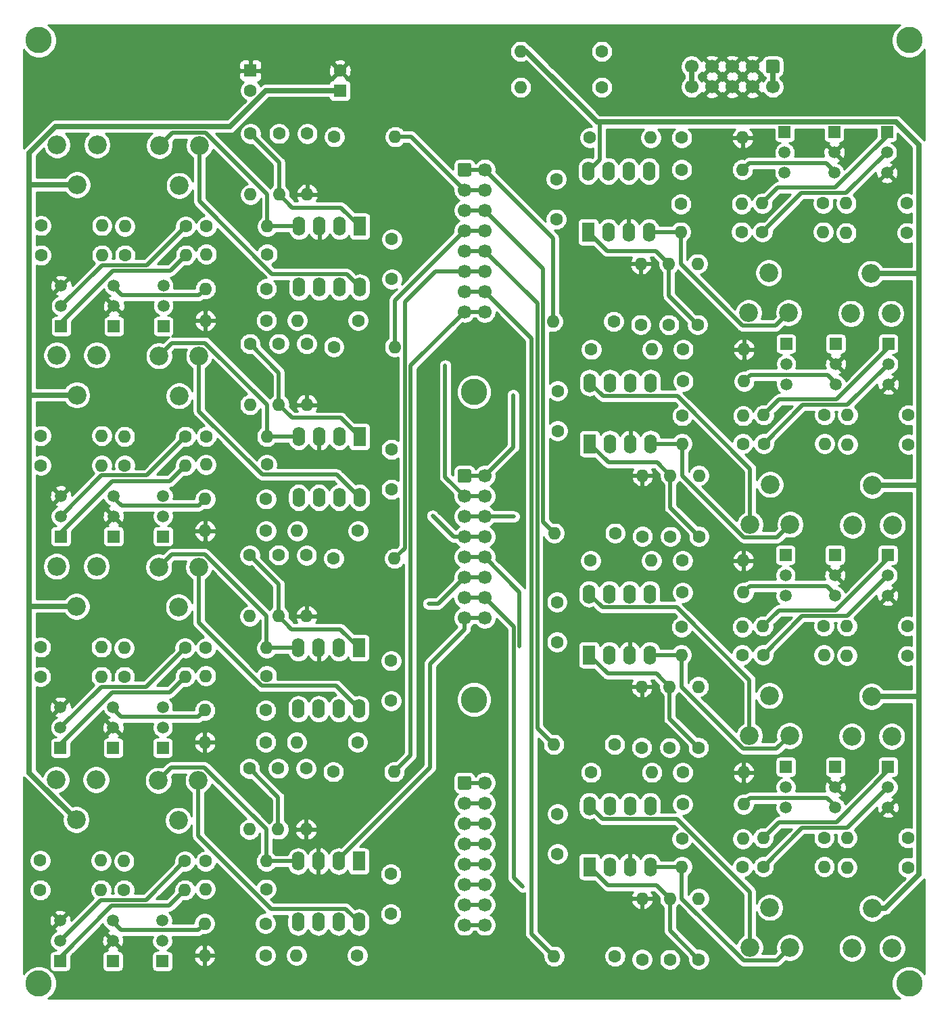
<source format=gbr>
%TF.GenerationSoftware,KiCad,Pcbnew,5.1.10-88a1d61d58~88~ubuntu20.10.1*%
%TF.CreationDate,2021-06-16T00:04:35+02:00*%
%TF.ProjectId,vca-8,7663612d-382e-46b6-9963-61645f706362,v1.0.0*%
%TF.SameCoordinates,Original*%
%TF.FileFunction,Copper,L1,Top*%
%TF.FilePolarity,Positive*%
%FSLAX46Y46*%
G04 Gerber Fmt 4.6, Leading zero omitted, Abs format (unit mm)*
G04 Created by KiCad (PCBNEW 5.1.10-88a1d61d58~88~ubuntu20.10.1) date 2021-06-16 00:04:35*
%MOMM*%
%LPD*%
G01*
G04 APERTURE LIST*
%TA.AperFunction,ComponentPad*%
%ADD10O,1.600000X2.400000*%
%TD*%
%TA.AperFunction,ComponentPad*%
%ADD11R,1.600000X2.400000*%
%TD*%
%TA.AperFunction,ComponentPad*%
%ADD12O,1.600000X1.600000*%
%TD*%
%TA.AperFunction,ComponentPad*%
%ADD13C,1.600000*%
%TD*%
%TA.AperFunction,ComponentPad*%
%ADD14R,1.500000X1.500000*%
%TD*%
%TA.AperFunction,ComponentPad*%
%ADD15C,1.500000*%
%TD*%
%TA.AperFunction,ComponentPad*%
%ADD16C,2.340000*%
%TD*%
%TA.AperFunction,ComponentPad*%
%ADD17C,1.700000*%
%TD*%
%TA.AperFunction,ComponentPad*%
%ADD18R,1.600000X1.600000*%
%TD*%
%TA.AperFunction,ViaPad*%
%ADD19C,3.300000*%
%TD*%
%TA.AperFunction,ViaPad*%
%ADD20C,0.508000*%
%TD*%
%TA.AperFunction,Conductor*%
%ADD21C,0.508000*%
%TD*%
%TA.AperFunction,Conductor*%
%ADD22C,0.635000*%
%TD*%
%TA.AperFunction,Conductor*%
%ADD23C,0.254000*%
%TD*%
%TA.AperFunction,Conductor*%
%ADD24C,0.100000*%
%TD*%
G04 APERTURE END LIST*
D10*
%TO.P,U8,8*%
%TO.N,+12V*%
X70580000Y-129830000D03*
%TO.P,U8,4*%
%TO.N,-12V*%
X62960000Y-122210000D03*
%TO.P,U8,7*%
%TO.N,OUT8*%
X68040000Y-129830000D03*
%TO.P,U8,3*%
%TO.N,GND*%
X65500000Y-122210000D03*
%TO.P,U8,6*%
%TO.N,Net-(R117-Pad1)*%
X65500000Y-129830000D03*
%TO.P,U8,2*%
%TO.N,CV8*%
X68040000Y-122210000D03*
%TO.P,U8,5*%
%TO.N,Net-(R118-Pad1)*%
X62960000Y-129830000D03*
D11*
%TO.P,U8,1*%
%TO.N,Net-(R109-Pad1)*%
X70580000Y-122210000D03*
%TD*%
D10*
%TO.P,U7,8*%
%TO.N,+12V*%
X99440000Y-115280000D03*
%TO.P,U7,4*%
%TO.N,-12V*%
X107060000Y-122900000D03*
%TO.P,U7,7*%
%TO.N,OUT7*%
X101980000Y-115280000D03*
%TO.P,U7,3*%
%TO.N,GND*%
X104520000Y-122900000D03*
%TO.P,U7,6*%
%TO.N,Net-(R102-Pad1)*%
X104520000Y-115280000D03*
%TO.P,U7,2*%
%TO.N,CV7*%
X101980000Y-122900000D03*
%TO.P,U7,5*%
%TO.N,Net-(R103-Pad1)*%
X107060000Y-115280000D03*
D11*
%TO.P,U7,1*%
%TO.N,Net-(R94-Pad1)*%
X99440000Y-122900000D03*
%TD*%
D10*
%TO.P,U6,8*%
%TO.N,+12V*%
X70620000Y-103150000D03*
%TO.P,U6,4*%
%TO.N,-12V*%
X63000000Y-95530000D03*
%TO.P,U6,7*%
%TO.N,OUT6*%
X68080000Y-103150000D03*
%TO.P,U6,3*%
%TO.N,GND*%
X65540000Y-95530000D03*
%TO.P,U6,6*%
%TO.N,Net-(R87-Pad1)*%
X65540000Y-103150000D03*
%TO.P,U6,2*%
%TO.N,CV6*%
X68080000Y-95530000D03*
%TO.P,U6,5*%
%TO.N,Net-(R88-Pad1)*%
X63000000Y-103150000D03*
D11*
%TO.P,U6,1*%
%TO.N,Net-(R79-Pad1)*%
X70620000Y-95530000D03*
%TD*%
D10*
%TO.P,U5,8*%
%TO.N,+12V*%
X99400000Y-88780000D03*
%TO.P,U5,4*%
%TO.N,-12V*%
X107020000Y-96400000D03*
%TO.P,U5,7*%
%TO.N,OUT5*%
X101940000Y-88780000D03*
%TO.P,U5,3*%
%TO.N,GND*%
X104480000Y-96400000D03*
%TO.P,U5,6*%
%TO.N,Net-(R72-Pad1)*%
X104480000Y-88780000D03*
%TO.P,U5,2*%
%TO.N,CV5*%
X101940000Y-96400000D03*
%TO.P,U5,5*%
%TO.N,Net-(R73-Pad1)*%
X107020000Y-88780000D03*
D11*
%TO.P,U5,1*%
%TO.N,Net-(R64-Pad1)*%
X99400000Y-96400000D03*
%TD*%
D10*
%TO.P,U4,8*%
%TO.N,+12V*%
X70660000Y-76710000D03*
%TO.P,U4,4*%
%TO.N,-12V*%
X63040000Y-69090000D03*
%TO.P,U4,7*%
%TO.N,OUT4*%
X68120000Y-76710000D03*
%TO.P,U4,3*%
%TO.N,GND*%
X65580000Y-69090000D03*
%TO.P,U4,6*%
%TO.N,Net-(R57-Pad1)*%
X65580000Y-76710000D03*
%TO.P,U4,2*%
%TO.N,CV4*%
X68120000Y-69090000D03*
%TO.P,U4,5*%
%TO.N,Net-(R58-Pad1)*%
X63040000Y-76710000D03*
D11*
%TO.P,U4,1*%
%TO.N,Net-(R49-Pad1)*%
X70660000Y-69090000D03*
%TD*%
D10*
%TO.P,U2,8*%
%TO.N,+12V*%
X99480000Y-62360000D03*
%TO.P,U2,4*%
%TO.N,-12V*%
X107100000Y-69980000D03*
%TO.P,U2,7*%
%TO.N,OUT3*%
X102020000Y-62360000D03*
%TO.P,U2,3*%
%TO.N,GND*%
X104560000Y-69980000D03*
%TO.P,U2,6*%
%TO.N,Net-(R42-Pad1)*%
X104560000Y-62360000D03*
%TO.P,U2,2*%
%TO.N,CV3*%
X102020000Y-69980000D03*
%TO.P,U2,5*%
%TO.N,Net-(R43-Pad1)*%
X107100000Y-62360000D03*
D11*
%TO.P,U2,1*%
%TO.N,Net-(R34-Pad1)*%
X99480000Y-69980000D03*
%TD*%
D10*
%TO.P,U1,8*%
%TO.N,+12V*%
X70700000Y-50410000D03*
%TO.P,U1,4*%
%TO.N,-12V*%
X63080000Y-42790000D03*
%TO.P,U1,7*%
%TO.N,OUT2*%
X68160000Y-50410000D03*
%TO.P,U1,3*%
%TO.N,GND*%
X65620000Y-42790000D03*
%TO.P,U1,6*%
%TO.N,Net-(R27-Pad1)*%
X65620000Y-50410000D03*
%TO.P,U1,2*%
%TO.N,CV2*%
X68160000Y-42790000D03*
%TO.P,U1,5*%
%TO.N,Net-(R28-Pad1)*%
X63080000Y-50410000D03*
D11*
%TO.P,U1,1*%
%TO.N,Net-(R4-Pad1)*%
X70700000Y-42790000D03*
%TD*%
D12*
%TO.P,R120,2*%
%TO.N,Net-(R117-Pad1)*%
X62760000Y-134010000D03*
D13*
%TO.P,R120,1*%
%TO.N,OUT8*%
X70380000Y-134010000D03*
%TD*%
D12*
%TO.P,R119,2*%
%TO.N,GND*%
X51260000Y-134010000D03*
D13*
%TO.P,R119,1*%
%TO.N,Net-(R118-Pad1)*%
X58880000Y-134010000D03*
%TD*%
D12*
%TO.P,R118,2*%
%TO.N,Net-(Q24-Pad3)*%
X51260000Y-130010000D03*
D13*
%TO.P,R118,1*%
%TO.N,Net-(R118-Pad1)*%
X58880000Y-130010000D03*
%TD*%
D12*
%TO.P,R117,2*%
%TO.N,Net-(Q22-Pad3)*%
X51360000Y-125710000D03*
D13*
%TO.P,R117,1*%
%TO.N,Net-(R117-Pad1)*%
X58980000Y-125710000D03*
%TD*%
D12*
%TO.P,R116,2*%
%TO.N,Net-(Q24-Pad3)*%
X38300000Y-122110000D03*
D13*
%TO.P,R116,1*%
%TO.N,Net-(OFFSET8-Pad3)*%
X30680000Y-122110000D03*
%TD*%
D12*
%TO.P,R115,2*%
%TO.N,-12V*%
X59000000Y-122210000D03*
D13*
%TO.P,R115,1*%
%TO.N,Net-(Q23-Pad1)*%
X51380000Y-122210000D03*
%TD*%
D12*
%TO.P,R114,2*%
%TO.N,Net-(Q23-Pad1)*%
X48800000Y-125810000D03*
D13*
%TO.P,R114,1*%
%TO.N,Net-(Q22-Pad1)*%
X41180000Y-125810000D03*
%TD*%
D12*
%TO.P,R113,2*%
%TO.N,Net-(Q22-Pad3)*%
X38300000Y-125810000D03*
D13*
%TO.P,R113,1*%
%TO.N,Net-(OFFSET8-Pad1)*%
X30680000Y-125810000D03*
%TD*%
D12*
%TO.P,R112,2*%
%TO.N,Net-(LEVEL8-Pad2)*%
X41160000Y-122210000D03*
D13*
%TO.P,R112,1*%
%TO.N,Net-(Q23-Pad2)*%
X48780000Y-122210000D03*
%TD*%
D12*
%TO.P,R111,2*%
%TO.N,Net-(R109-Pad1)*%
X60480000Y-118210000D03*
D13*
%TO.P,R111,1*%
%TO.N,Net-(Q23-Pad2)*%
X60480000Y-110590000D03*
%TD*%
D12*
%TO.P,R110,2*%
%TO.N,GND*%
X63980000Y-118230000D03*
D13*
%TO.P,R110,1*%
%TO.N,Net-(Q22-Pad2)*%
X63980000Y-110610000D03*
%TD*%
D12*
%TO.P,R109,2*%
%TO.N,CV8*%
X56880000Y-118230000D03*
D13*
%TO.P,R109,1*%
%TO.N,Net-(R109-Pad1)*%
X56880000Y-110610000D03*
%TD*%
D12*
%TO.P,R108,2*%
%TO.N,IN8*%
X75000000Y-111010000D03*
D13*
%TO.P,R108,1*%
%TO.N,Net-(Q22-Pad2)*%
X67380000Y-111010000D03*
%TD*%
D12*
%TO.P,R105,2*%
%TO.N,Net-(R102-Pad1)*%
X107260000Y-111100000D03*
D13*
%TO.P,R105,1*%
%TO.N,OUT7*%
X99640000Y-111100000D03*
%TD*%
D12*
%TO.P,R104,2*%
%TO.N,GND*%
X118760000Y-111100000D03*
D13*
%TO.P,R104,1*%
%TO.N,Net-(R103-Pad1)*%
X111140000Y-111100000D03*
%TD*%
D12*
%TO.P,R103,2*%
%TO.N,Net-(Q21-Pad3)*%
X118760000Y-115100000D03*
D13*
%TO.P,R103,1*%
%TO.N,Net-(R103-Pad1)*%
X111140000Y-115100000D03*
%TD*%
D12*
%TO.P,R102,2*%
%TO.N,Net-(Q19-Pad3)*%
X118660000Y-119400000D03*
D13*
%TO.P,R102,1*%
%TO.N,Net-(R102-Pad1)*%
X111040000Y-119400000D03*
%TD*%
D12*
%TO.P,R101,2*%
%TO.N,Net-(Q21-Pad3)*%
X131720000Y-123000000D03*
D13*
%TO.P,R101,1*%
%TO.N,Net-(OFFSET7-Pad3)*%
X139340000Y-123000000D03*
%TD*%
D12*
%TO.P,R100,2*%
%TO.N,-12V*%
X111020000Y-122900000D03*
D13*
%TO.P,R100,1*%
%TO.N,Net-(Q20-Pad1)*%
X118640000Y-122900000D03*
%TD*%
D12*
%TO.P,R99,2*%
%TO.N,Net-(Q20-Pad1)*%
X121220000Y-119300000D03*
D13*
%TO.P,R99,1*%
%TO.N,Net-(Q19-Pad1)*%
X128840000Y-119300000D03*
%TD*%
D12*
%TO.P,R98,2*%
%TO.N,Net-(Q19-Pad3)*%
X131720000Y-119300000D03*
D13*
%TO.P,R98,1*%
%TO.N,Net-(OFFSET7-Pad1)*%
X139340000Y-119300000D03*
%TD*%
D12*
%TO.P,R97,2*%
%TO.N,Net-(LEVEL7-Pad2)*%
X128860000Y-122900000D03*
D13*
%TO.P,R97,1*%
%TO.N,Net-(Q20-Pad2)*%
X121240000Y-122900000D03*
%TD*%
D12*
%TO.P,R96,2*%
%TO.N,Net-(R94-Pad1)*%
X109540000Y-126900000D03*
D13*
%TO.P,R96,1*%
%TO.N,Net-(Q20-Pad2)*%
X109540000Y-134520000D03*
%TD*%
D12*
%TO.P,R95,2*%
%TO.N,GND*%
X106040000Y-126880000D03*
D13*
%TO.P,R95,1*%
%TO.N,Net-(Q19-Pad2)*%
X106040000Y-134500000D03*
%TD*%
D12*
%TO.P,R94,2*%
%TO.N,CV7*%
X113140000Y-126880000D03*
D13*
%TO.P,R94,1*%
%TO.N,Net-(R94-Pad1)*%
X113140000Y-134500000D03*
%TD*%
D12*
%TO.P,R93,2*%
%TO.N,IN7*%
X95020000Y-134100000D03*
D13*
%TO.P,R93,1*%
%TO.N,Net-(Q19-Pad2)*%
X102640000Y-134100000D03*
%TD*%
D12*
%TO.P,R90,2*%
%TO.N,Net-(R87-Pad1)*%
X62800000Y-107330000D03*
D13*
%TO.P,R90,1*%
%TO.N,OUT6*%
X70420000Y-107330000D03*
%TD*%
D12*
%TO.P,R89,2*%
%TO.N,GND*%
X51300000Y-107330000D03*
D13*
%TO.P,R89,1*%
%TO.N,Net-(R88-Pad1)*%
X58920000Y-107330000D03*
%TD*%
D12*
%TO.P,R88,2*%
%TO.N,Net-(Q18-Pad3)*%
X51300000Y-103330000D03*
D13*
%TO.P,R88,1*%
%TO.N,Net-(R88-Pad1)*%
X58920000Y-103330000D03*
%TD*%
D12*
%TO.P,R87,2*%
%TO.N,Net-(Q16-Pad3)*%
X51400000Y-99030000D03*
D13*
%TO.P,R87,1*%
%TO.N,Net-(R87-Pad1)*%
X59020000Y-99030000D03*
%TD*%
D12*
%TO.P,R86,2*%
%TO.N,Net-(Q18-Pad3)*%
X38340000Y-95430000D03*
D13*
%TO.P,R86,1*%
%TO.N,Net-(OFFSET6-Pad3)*%
X30720000Y-95430000D03*
%TD*%
D12*
%TO.P,R85,2*%
%TO.N,-12V*%
X59040000Y-95530000D03*
D13*
%TO.P,R85,1*%
%TO.N,Net-(Q17-Pad1)*%
X51420000Y-95530000D03*
%TD*%
D12*
%TO.P,R84,2*%
%TO.N,Net-(Q17-Pad1)*%
X48840000Y-99130000D03*
D13*
%TO.P,R84,1*%
%TO.N,Net-(Q16-Pad1)*%
X41220000Y-99130000D03*
%TD*%
D12*
%TO.P,R83,2*%
%TO.N,Net-(Q16-Pad3)*%
X38340000Y-99130000D03*
D13*
%TO.P,R83,1*%
%TO.N,Net-(OFFSET6-Pad1)*%
X30720000Y-99130000D03*
%TD*%
D12*
%TO.P,R82,2*%
%TO.N,Net-(LEVEL6-Pad2)*%
X41200000Y-95530000D03*
D13*
%TO.P,R82,1*%
%TO.N,Net-(Q17-Pad2)*%
X48820000Y-95530000D03*
%TD*%
D12*
%TO.P,R81,2*%
%TO.N,Net-(R79-Pad1)*%
X60520000Y-91530000D03*
D13*
%TO.P,R81,1*%
%TO.N,Net-(Q17-Pad2)*%
X60520000Y-83910000D03*
%TD*%
D12*
%TO.P,R80,2*%
%TO.N,GND*%
X64020000Y-91550000D03*
D13*
%TO.P,R80,1*%
%TO.N,Net-(Q16-Pad2)*%
X64020000Y-83930000D03*
%TD*%
D12*
%TO.P,R79,2*%
%TO.N,CV6*%
X56920000Y-91550000D03*
D13*
%TO.P,R79,1*%
%TO.N,Net-(R79-Pad1)*%
X56920000Y-83930000D03*
%TD*%
D12*
%TO.P,R78,2*%
%TO.N,IN6*%
X75040000Y-84330000D03*
D13*
%TO.P,R78,1*%
%TO.N,Net-(Q16-Pad2)*%
X67420000Y-84330000D03*
%TD*%
D12*
%TO.P,R75,2*%
%TO.N,Net-(R72-Pad1)*%
X107220000Y-84600000D03*
D13*
%TO.P,R75,1*%
%TO.N,OUT5*%
X99600000Y-84600000D03*
%TD*%
D12*
%TO.P,R74,2*%
%TO.N,GND*%
X118720000Y-84600000D03*
D13*
%TO.P,R74,1*%
%TO.N,Net-(R73-Pad1)*%
X111100000Y-84600000D03*
%TD*%
D12*
%TO.P,R73,2*%
%TO.N,Net-(Q15-Pad3)*%
X118720000Y-88600000D03*
D13*
%TO.P,R73,1*%
%TO.N,Net-(R73-Pad1)*%
X111100000Y-88600000D03*
%TD*%
D12*
%TO.P,R72,2*%
%TO.N,Net-(Q13-Pad3)*%
X118620000Y-92900000D03*
D13*
%TO.P,R72,1*%
%TO.N,Net-(R72-Pad1)*%
X111000000Y-92900000D03*
%TD*%
D12*
%TO.P,R71,2*%
%TO.N,Net-(Q15-Pad3)*%
X131680000Y-96500000D03*
D13*
%TO.P,R71,1*%
%TO.N,Net-(OFFSET5-Pad3)*%
X139300000Y-96500000D03*
%TD*%
D12*
%TO.P,R70,2*%
%TO.N,-12V*%
X110980000Y-96400000D03*
D13*
%TO.P,R70,1*%
%TO.N,Net-(Q14-Pad1)*%
X118600000Y-96400000D03*
%TD*%
D12*
%TO.P,R69,2*%
%TO.N,Net-(Q14-Pad1)*%
X121180000Y-92800000D03*
D13*
%TO.P,R69,1*%
%TO.N,Net-(Q13-Pad1)*%
X128800000Y-92800000D03*
%TD*%
D12*
%TO.P,R68,2*%
%TO.N,Net-(Q13-Pad3)*%
X131680000Y-92800000D03*
D13*
%TO.P,R68,1*%
%TO.N,Net-(OFFSET5-Pad1)*%
X139300000Y-92800000D03*
%TD*%
D12*
%TO.P,R67,2*%
%TO.N,Net-(LEVEL5-Pad2)*%
X128820000Y-96400000D03*
D13*
%TO.P,R67,1*%
%TO.N,Net-(Q14-Pad2)*%
X121200000Y-96400000D03*
%TD*%
D12*
%TO.P,R66,2*%
%TO.N,Net-(R64-Pad1)*%
X109500000Y-100400000D03*
D13*
%TO.P,R66,1*%
%TO.N,Net-(Q14-Pad2)*%
X109500000Y-108020000D03*
%TD*%
D12*
%TO.P,R65,2*%
%TO.N,GND*%
X106000000Y-100380000D03*
D13*
%TO.P,R65,1*%
%TO.N,Net-(Q13-Pad2)*%
X106000000Y-108000000D03*
%TD*%
D12*
%TO.P,R64,2*%
%TO.N,CV5*%
X113100000Y-100380000D03*
D13*
%TO.P,R64,1*%
%TO.N,Net-(R64-Pad1)*%
X113100000Y-108000000D03*
%TD*%
D12*
%TO.P,R63,2*%
%TO.N,IN5*%
X94980000Y-107600000D03*
D13*
%TO.P,R63,1*%
%TO.N,Net-(Q13-Pad2)*%
X102600000Y-107600000D03*
%TD*%
D12*
%TO.P,R60,2*%
%TO.N,Net-(R57-Pad1)*%
X62840000Y-80890000D03*
D13*
%TO.P,R60,1*%
%TO.N,OUT4*%
X70460000Y-80890000D03*
%TD*%
D12*
%TO.P,R59,2*%
%TO.N,GND*%
X51340000Y-80890000D03*
D13*
%TO.P,R59,1*%
%TO.N,Net-(R58-Pad1)*%
X58960000Y-80890000D03*
%TD*%
D12*
%TO.P,R58,2*%
%TO.N,Net-(Q12-Pad3)*%
X51340000Y-76890000D03*
D13*
%TO.P,R58,1*%
%TO.N,Net-(R58-Pad1)*%
X58960000Y-76890000D03*
%TD*%
D12*
%TO.P,R57,2*%
%TO.N,Net-(Q10-Pad3)*%
X51440000Y-72590000D03*
D13*
%TO.P,R57,1*%
%TO.N,Net-(R57-Pad1)*%
X59060000Y-72590000D03*
%TD*%
D12*
%TO.P,R56,2*%
%TO.N,Net-(Q12-Pad3)*%
X38380000Y-68990000D03*
D13*
%TO.P,R56,1*%
%TO.N,Net-(OFFSET4-Pad3)*%
X30760000Y-68990000D03*
%TD*%
D12*
%TO.P,R55,2*%
%TO.N,-12V*%
X59080000Y-69090000D03*
D13*
%TO.P,R55,1*%
%TO.N,Net-(Q11-Pad1)*%
X51460000Y-69090000D03*
%TD*%
D12*
%TO.P,R54,2*%
%TO.N,Net-(Q11-Pad1)*%
X48880000Y-72690000D03*
D13*
%TO.P,R54,1*%
%TO.N,Net-(Q10-Pad1)*%
X41260000Y-72690000D03*
%TD*%
D12*
%TO.P,R53,2*%
%TO.N,Net-(Q10-Pad3)*%
X38380000Y-72690000D03*
D13*
%TO.P,R53,1*%
%TO.N,Net-(OFFSET4-Pad1)*%
X30760000Y-72690000D03*
%TD*%
D12*
%TO.P,R52,2*%
%TO.N,Net-(LEVEL4-Pad2)*%
X41240000Y-69090000D03*
D13*
%TO.P,R52,1*%
%TO.N,Net-(Q11-Pad2)*%
X48860000Y-69090000D03*
%TD*%
D12*
%TO.P,R51,2*%
%TO.N,Net-(R49-Pad1)*%
X60560000Y-65090000D03*
D13*
%TO.P,R51,1*%
%TO.N,Net-(Q11-Pad2)*%
X60560000Y-57470000D03*
%TD*%
D12*
%TO.P,R50,2*%
%TO.N,GND*%
X64060000Y-65110000D03*
D13*
%TO.P,R50,1*%
%TO.N,Net-(Q10-Pad2)*%
X64060000Y-57490000D03*
%TD*%
D12*
%TO.P,R49,2*%
%TO.N,CV4*%
X56960000Y-65110000D03*
D13*
%TO.P,R49,1*%
%TO.N,Net-(R49-Pad1)*%
X56960000Y-57490000D03*
%TD*%
D12*
%TO.P,R48,2*%
%TO.N,IN4*%
X75080000Y-57890000D03*
D13*
%TO.P,R48,1*%
%TO.N,Net-(Q10-Pad2)*%
X67460000Y-57890000D03*
%TD*%
D12*
%TO.P,R45,2*%
%TO.N,Net-(R42-Pad1)*%
X107300000Y-58180000D03*
D13*
%TO.P,R45,1*%
%TO.N,OUT3*%
X99680000Y-58180000D03*
%TD*%
D12*
%TO.P,R44,2*%
%TO.N,GND*%
X118800000Y-58180000D03*
D13*
%TO.P,R44,1*%
%TO.N,Net-(R43-Pad1)*%
X111180000Y-58180000D03*
%TD*%
D12*
%TO.P,R43,2*%
%TO.N,Net-(Q9-Pad3)*%
X118800000Y-62180000D03*
D13*
%TO.P,R43,1*%
%TO.N,Net-(R43-Pad1)*%
X111180000Y-62180000D03*
%TD*%
D12*
%TO.P,R42,2*%
%TO.N,Net-(Q7-Pad3)*%
X118700000Y-66480000D03*
D13*
%TO.P,R42,1*%
%TO.N,Net-(R42-Pad1)*%
X111080000Y-66480000D03*
%TD*%
D12*
%TO.P,R41,2*%
%TO.N,Net-(Q9-Pad3)*%
X131760000Y-70080000D03*
D13*
%TO.P,R41,1*%
%TO.N,Net-(OFFSET3-Pad3)*%
X139380000Y-70080000D03*
%TD*%
D12*
%TO.P,R40,2*%
%TO.N,-12V*%
X111060000Y-69980000D03*
D13*
%TO.P,R40,1*%
%TO.N,Net-(Q8-Pad1)*%
X118680000Y-69980000D03*
%TD*%
D12*
%TO.P,R39,2*%
%TO.N,Net-(Q8-Pad1)*%
X121260000Y-66380000D03*
D13*
%TO.P,R39,1*%
%TO.N,Net-(Q7-Pad1)*%
X128880000Y-66380000D03*
%TD*%
D12*
%TO.P,R38,2*%
%TO.N,Net-(Q7-Pad3)*%
X131760000Y-66380000D03*
D13*
%TO.P,R38,1*%
%TO.N,Net-(OFFSET3-Pad1)*%
X139380000Y-66380000D03*
%TD*%
D12*
%TO.P,R37,2*%
%TO.N,Net-(LEVEL3-Pad2)*%
X128900000Y-69980000D03*
D13*
%TO.P,R37,1*%
%TO.N,Net-(Q8-Pad2)*%
X121280000Y-69980000D03*
%TD*%
D12*
%TO.P,R36,2*%
%TO.N,Net-(R34-Pad1)*%
X109580000Y-73980000D03*
D13*
%TO.P,R36,1*%
%TO.N,Net-(Q8-Pad2)*%
X109580000Y-81600000D03*
%TD*%
D12*
%TO.P,R35,2*%
%TO.N,GND*%
X106080000Y-73960000D03*
D13*
%TO.P,R35,1*%
%TO.N,Net-(Q7-Pad2)*%
X106080000Y-81580000D03*
%TD*%
D12*
%TO.P,R34,2*%
%TO.N,CV3*%
X113180000Y-73960000D03*
D13*
%TO.P,R34,1*%
%TO.N,Net-(R34-Pad1)*%
X113180000Y-81580000D03*
%TD*%
D12*
%TO.P,R33,2*%
%TO.N,IN3*%
X95060000Y-81180000D03*
D13*
%TO.P,R33,1*%
%TO.N,Net-(Q7-Pad2)*%
X102680000Y-81180000D03*
%TD*%
D12*
%TO.P,R30,2*%
%TO.N,Net-(R27-Pad1)*%
X62880000Y-54590000D03*
D13*
%TO.P,R30,1*%
%TO.N,OUT2*%
X70500000Y-54590000D03*
%TD*%
D12*
%TO.P,R29,2*%
%TO.N,GND*%
X51380000Y-54590000D03*
D13*
%TO.P,R29,1*%
%TO.N,Net-(R28-Pad1)*%
X59000000Y-54590000D03*
%TD*%
D12*
%TO.P,R28,2*%
%TO.N,Net-(Q6-Pad3)*%
X51380000Y-50590000D03*
D13*
%TO.P,R28,1*%
%TO.N,Net-(R28-Pad1)*%
X59000000Y-50590000D03*
%TD*%
D12*
%TO.P,R27,2*%
%TO.N,Net-(Q4-Pad3)*%
X51480000Y-46290000D03*
D13*
%TO.P,R27,1*%
%TO.N,Net-(R27-Pad1)*%
X59100000Y-46290000D03*
%TD*%
D12*
%TO.P,R26,2*%
%TO.N,Net-(Q6-Pad3)*%
X38420000Y-42690000D03*
D13*
%TO.P,R26,1*%
%TO.N,Net-(OFFSET2-Pad3)*%
X30800000Y-42690000D03*
%TD*%
D12*
%TO.P,R10,2*%
%TO.N,-12V*%
X59120000Y-42790000D03*
D13*
%TO.P,R10,1*%
%TO.N,Net-(Q5-Pad1)*%
X51500000Y-42790000D03*
%TD*%
D12*
%TO.P,R9,2*%
%TO.N,Net-(Q5-Pad1)*%
X48920000Y-46390000D03*
D13*
%TO.P,R9,1*%
%TO.N,Net-(Q4-Pad1)*%
X41300000Y-46390000D03*
%TD*%
D12*
%TO.P,R8,2*%
%TO.N,Net-(Q4-Pad3)*%
X38420000Y-46390000D03*
D13*
%TO.P,R8,1*%
%TO.N,Net-(OFFSET2-Pad1)*%
X30800000Y-46390000D03*
%TD*%
D12*
%TO.P,R7,2*%
%TO.N,Net-(LEVEL2-Pad2)*%
X41280000Y-42790000D03*
D13*
%TO.P,R7,1*%
%TO.N,Net-(Q5-Pad2)*%
X48900000Y-42790000D03*
%TD*%
D12*
%TO.P,R6,2*%
%TO.N,Net-(R4-Pad1)*%
X60600000Y-38790000D03*
D13*
%TO.P,R6,1*%
%TO.N,Net-(Q5-Pad2)*%
X60600000Y-31170000D03*
%TD*%
D12*
%TO.P,R5,2*%
%TO.N,GND*%
X64100000Y-38810000D03*
D13*
%TO.P,R5,1*%
%TO.N,Net-(Q4-Pad2)*%
X64100000Y-31190000D03*
%TD*%
D12*
%TO.P,R4,2*%
%TO.N,CV2*%
X57000000Y-38810000D03*
D13*
%TO.P,R4,1*%
%TO.N,Net-(R4-Pad1)*%
X57000000Y-31190000D03*
%TD*%
D12*
%TO.P,R3,2*%
%TO.N,IN2*%
X75120000Y-31590000D03*
D13*
%TO.P,R3,1*%
%TO.N,Net-(Q4-Pad2)*%
X67500000Y-31590000D03*
%TD*%
D14*
%TO.P,Q24,1*%
%TO.N,Net-(Q22-Pad1)*%
X39780000Y-134710000D03*
D15*
%TO.P,Q24,3*%
%TO.N,Net-(Q24-Pad3)*%
X39780000Y-129630000D03*
%TO.P,Q24,2*%
%TO.N,GND*%
X39780000Y-132170000D03*
%TD*%
D14*
%TO.P,Q23,1*%
%TO.N,Net-(Q23-Pad1)*%
X33180000Y-134710000D03*
D15*
%TO.P,Q23,3*%
%TO.N,GND*%
X33180000Y-129630000D03*
%TO.P,Q23,2*%
%TO.N,Net-(Q23-Pad2)*%
X33180000Y-132170000D03*
%TD*%
D14*
%TO.P,Q22,1*%
%TO.N,Net-(Q22-Pad1)*%
X45980000Y-134710000D03*
D15*
%TO.P,Q22,3*%
%TO.N,Net-(Q22-Pad3)*%
X45980000Y-129630000D03*
%TO.P,Q22,2*%
%TO.N,Net-(Q22-Pad2)*%
X45980000Y-132170000D03*
%TD*%
D14*
%TO.P,Q21,1*%
%TO.N,Net-(Q19-Pad1)*%
X130240000Y-110400000D03*
D15*
%TO.P,Q21,3*%
%TO.N,Net-(Q21-Pad3)*%
X130240000Y-115480000D03*
%TO.P,Q21,2*%
%TO.N,GND*%
X130240000Y-112940000D03*
%TD*%
D14*
%TO.P,Q20,1*%
%TO.N,Net-(Q20-Pad1)*%
X136840000Y-110400000D03*
D15*
%TO.P,Q20,3*%
%TO.N,GND*%
X136840000Y-115480000D03*
%TO.P,Q20,2*%
%TO.N,Net-(Q20-Pad2)*%
X136840000Y-112940000D03*
%TD*%
D14*
%TO.P,Q19,1*%
%TO.N,Net-(Q19-Pad1)*%
X124040000Y-110400000D03*
D15*
%TO.P,Q19,3*%
%TO.N,Net-(Q19-Pad3)*%
X124040000Y-115480000D03*
%TO.P,Q19,2*%
%TO.N,Net-(Q19-Pad2)*%
X124040000Y-112940000D03*
%TD*%
D14*
%TO.P,Q18,1*%
%TO.N,Net-(Q16-Pad1)*%
X39820000Y-108030000D03*
D15*
%TO.P,Q18,3*%
%TO.N,Net-(Q18-Pad3)*%
X39820000Y-102950000D03*
%TO.P,Q18,2*%
%TO.N,GND*%
X39820000Y-105490000D03*
%TD*%
D14*
%TO.P,Q17,1*%
%TO.N,Net-(Q17-Pad1)*%
X33220000Y-108030000D03*
D15*
%TO.P,Q17,3*%
%TO.N,GND*%
X33220000Y-102950000D03*
%TO.P,Q17,2*%
%TO.N,Net-(Q17-Pad2)*%
X33220000Y-105490000D03*
%TD*%
D14*
%TO.P,Q16,1*%
%TO.N,Net-(Q16-Pad1)*%
X46020000Y-108030000D03*
D15*
%TO.P,Q16,3*%
%TO.N,Net-(Q16-Pad3)*%
X46020000Y-102950000D03*
%TO.P,Q16,2*%
%TO.N,Net-(Q16-Pad2)*%
X46020000Y-105490000D03*
%TD*%
D14*
%TO.P,Q15,1*%
%TO.N,Net-(Q13-Pad1)*%
X130200000Y-83900000D03*
D15*
%TO.P,Q15,3*%
%TO.N,Net-(Q15-Pad3)*%
X130200000Y-88980000D03*
%TO.P,Q15,2*%
%TO.N,GND*%
X130200000Y-86440000D03*
%TD*%
D14*
%TO.P,Q14,1*%
%TO.N,Net-(Q14-Pad1)*%
X136800000Y-83900000D03*
D15*
%TO.P,Q14,3*%
%TO.N,GND*%
X136800000Y-88980000D03*
%TO.P,Q14,2*%
%TO.N,Net-(Q14-Pad2)*%
X136800000Y-86440000D03*
%TD*%
D14*
%TO.P,Q13,1*%
%TO.N,Net-(Q13-Pad1)*%
X124000000Y-83900000D03*
D15*
%TO.P,Q13,3*%
%TO.N,Net-(Q13-Pad3)*%
X124000000Y-88980000D03*
%TO.P,Q13,2*%
%TO.N,Net-(Q13-Pad2)*%
X124000000Y-86440000D03*
%TD*%
D14*
%TO.P,Q12,1*%
%TO.N,Net-(Q10-Pad1)*%
X39860000Y-81590000D03*
D15*
%TO.P,Q12,3*%
%TO.N,Net-(Q12-Pad3)*%
X39860000Y-76510000D03*
%TO.P,Q12,2*%
%TO.N,GND*%
X39860000Y-79050000D03*
%TD*%
D14*
%TO.P,Q11,1*%
%TO.N,Net-(Q11-Pad1)*%
X33260000Y-81590000D03*
D15*
%TO.P,Q11,3*%
%TO.N,GND*%
X33260000Y-76510000D03*
%TO.P,Q11,2*%
%TO.N,Net-(Q11-Pad2)*%
X33260000Y-79050000D03*
%TD*%
D14*
%TO.P,Q10,1*%
%TO.N,Net-(Q10-Pad1)*%
X46060000Y-81590000D03*
D15*
%TO.P,Q10,3*%
%TO.N,Net-(Q10-Pad3)*%
X46060000Y-76510000D03*
%TO.P,Q10,2*%
%TO.N,Net-(Q10-Pad2)*%
X46060000Y-79050000D03*
%TD*%
D14*
%TO.P,Q9,1*%
%TO.N,Net-(Q7-Pad1)*%
X130280000Y-57480000D03*
D15*
%TO.P,Q9,3*%
%TO.N,Net-(Q9-Pad3)*%
X130280000Y-62560000D03*
%TO.P,Q9,2*%
%TO.N,GND*%
X130280000Y-60020000D03*
%TD*%
D14*
%TO.P,Q8,1*%
%TO.N,Net-(Q8-Pad1)*%
X136880000Y-57480000D03*
D15*
%TO.P,Q8,3*%
%TO.N,GND*%
X136880000Y-62560000D03*
%TO.P,Q8,2*%
%TO.N,Net-(Q8-Pad2)*%
X136880000Y-60020000D03*
%TD*%
D14*
%TO.P,Q7,1*%
%TO.N,Net-(Q7-Pad1)*%
X124080000Y-57480000D03*
D15*
%TO.P,Q7,3*%
%TO.N,Net-(Q7-Pad3)*%
X124080000Y-62560000D03*
%TO.P,Q7,2*%
%TO.N,Net-(Q7-Pad2)*%
X124080000Y-60020000D03*
%TD*%
D14*
%TO.P,Q6,1*%
%TO.N,Net-(Q4-Pad1)*%
X39900000Y-55290000D03*
D15*
%TO.P,Q6,3*%
%TO.N,Net-(Q6-Pad3)*%
X39900000Y-50210000D03*
%TO.P,Q6,2*%
%TO.N,GND*%
X39900000Y-52750000D03*
%TD*%
D14*
%TO.P,Q5,1*%
%TO.N,Net-(Q5-Pad1)*%
X33300000Y-55290000D03*
D15*
%TO.P,Q5,3*%
%TO.N,GND*%
X33300000Y-50210000D03*
%TO.P,Q5,2*%
%TO.N,Net-(Q5-Pad2)*%
X33300000Y-52750000D03*
%TD*%
D14*
%TO.P,Q4,1*%
%TO.N,Net-(Q4-Pad1)*%
X46100000Y-55290000D03*
D15*
%TO.P,Q4,3*%
%TO.N,Net-(Q4-Pad3)*%
X46100000Y-50210000D03*
%TO.P,Q4,2*%
%TO.N,Net-(Q4-Pad2)*%
X46100000Y-52750000D03*
%TD*%
D16*
%TO.P,OFFSET8,1*%
%TO.N,Net-(OFFSET8-Pad1)*%
X37680000Y-112010000D03*
%TO.P,OFFSET8,2*%
%TO.N,+12V*%
X35180000Y-117010000D03*
%TO.P,OFFSET8,3*%
%TO.N,Net-(OFFSET8-Pad3)*%
X32680000Y-112010000D03*
%TD*%
%TO.P,OFFSET7,1*%
%TO.N,Net-(OFFSET7-Pad1)*%
X132340000Y-133100000D03*
%TO.P,OFFSET7,2*%
%TO.N,+12V*%
X134840000Y-128100000D03*
%TO.P,OFFSET7,3*%
%TO.N,Net-(OFFSET7-Pad3)*%
X137340000Y-133100000D03*
%TD*%
%TO.P,OFFSET6,1*%
%TO.N,Net-(OFFSET6-Pad1)*%
X37720000Y-85330000D03*
%TO.P,OFFSET6,2*%
%TO.N,+12V*%
X35220000Y-90330000D03*
%TO.P,OFFSET6,3*%
%TO.N,Net-(OFFSET6-Pad3)*%
X32720000Y-85330000D03*
%TD*%
%TO.P,OFFSET5,1*%
%TO.N,Net-(OFFSET5-Pad1)*%
X132300000Y-106600000D03*
%TO.P,OFFSET5,2*%
%TO.N,+12V*%
X134800000Y-101600000D03*
%TO.P,OFFSET5,3*%
%TO.N,Net-(OFFSET5-Pad3)*%
X137300000Y-106600000D03*
%TD*%
%TO.P,OFFSET4,1*%
%TO.N,Net-(OFFSET4-Pad1)*%
X37760000Y-58890000D03*
%TO.P,OFFSET4,2*%
%TO.N,+12V*%
X35260000Y-63890000D03*
%TO.P,OFFSET4,3*%
%TO.N,Net-(OFFSET4-Pad3)*%
X32760000Y-58890000D03*
%TD*%
%TO.P,OFFSET3,1*%
%TO.N,Net-(OFFSET3-Pad1)*%
X132380000Y-80180000D03*
%TO.P,OFFSET3,2*%
%TO.N,+12V*%
X134880000Y-75180000D03*
%TO.P,OFFSET3,3*%
%TO.N,Net-(OFFSET3-Pad3)*%
X137380000Y-80180000D03*
%TD*%
%TO.P,OFFSET2,1*%
%TO.N,Net-(OFFSET2-Pad1)*%
X37800000Y-32590000D03*
%TO.P,OFFSET2,2*%
%TO.N,+12V*%
X35300000Y-37590000D03*
%TO.P,OFFSET2,3*%
%TO.N,Net-(OFFSET2-Pad3)*%
X32800000Y-32590000D03*
%TD*%
%TO.P,LEVEL8,1*%
%TO.N,+12V*%
X50480000Y-112110000D03*
%TO.P,LEVEL8,2*%
%TO.N,Net-(LEVEL8-Pad2)*%
X47980000Y-117110000D03*
%TO.P,LEVEL8,3*%
%TO.N,-12V*%
X45480000Y-112110000D03*
%TD*%
%TO.P,LEVEL7,1*%
%TO.N,+12V*%
X119540000Y-133000000D03*
%TO.P,LEVEL7,2*%
%TO.N,Net-(LEVEL7-Pad2)*%
X122040000Y-128000000D03*
%TO.P,LEVEL7,3*%
%TO.N,-12V*%
X124540000Y-133000000D03*
%TD*%
%TO.P,LEVEL6,1*%
%TO.N,+12V*%
X50520000Y-85430000D03*
%TO.P,LEVEL6,2*%
%TO.N,Net-(LEVEL6-Pad2)*%
X48020000Y-90430000D03*
%TO.P,LEVEL6,3*%
%TO.N,-12V*%
X45520000Y-85430000D03*
%TD*%
%TO.P,LEVEL5,1*%
%TO.N,+12V*%
X119500000Y-106500000D03*
%TO.P,LEVEL5,2*%
%TO.N,Net-(LEVEL5-Pad2)*%
X122000000Y-101500000D03*
%TO.P,LEVEL5,3*%
%TO.N,-12V*%
X124500000Y-106500000D03*
%TD*%
%TO.P,LEVEL4,1*%
%TO.N,+12V*%
X50560000Y-58990000D03*
%TO.P,LEVEL4,2*%
%TO.N,Net-(LEVEL4-Pad2)*%
X48060000Y-63990000D03*
%TO.P,LEVEL4,3*%
%TO.N,-12V*%
X45560000Y-58990000D03*
%TD*%
%TO.P,LEVEL3,1*%
%TO.N,+12V*%
X119580000Y-80080000D03*
%TO.P,LEVEL3,2*%
%TO.N,Net-(LEVEL3-Pad2)*%
X122080000Y-75080000D03*
%TO.P,LEVEL3,3*%
%TO.N,-12V*%
X124580000Y-80080000D03*
%TD*%
%TO.P,LEVEL2,1*%
%TO.N,+12V*%
X50600000Y-32690000D03*
%TO.P,LEVEL2,2*%
%TO.N,Net-(LEVEL2-Pad2)*%
X48100000Y-37690000D03*
%TO.P,LEVEL2,3*%
%TO.N,-12V*%
X45600000Y-32690000D03*
%TD*%
D17*
%TO.P,J2,16*%
%TO.N,CV8*%
X86340000Y-91780000D03*
%TO.P,J2,14*%
%TO.N,CV7*%
X86340000Y-89240000D03*
%TO.P,J2,12*%
%TO.N,CV6*%
X86340000Y-86700000D03*
%TO.P,J2,10*%
%TO.N,CV5*%
X86340000Y-84160000D03*
%TO.P,J2,8*%
%TO.N,CV4*%
X86340000Y-81620000D03*
%TO.P,J2,6*%
%TO.N,CV3*%
X86340000Y-79080000D03*
%TO.P,J2,4*%
%TO.N,CV2*%
X86340000Y-76540000D03*
%TO.P,J2,2*%
%TO.N,CV1*%
X86340000Y-74000000D03*
%TO.P,J2,15*%
%TO.N,CV8*%
X83800000Y-91780000D03*
%TO.P,J2,13*%
%TO.N,CV7*%
X83800000Y-89240000D03*
%TO.P,J2,11*%
%TO.N,CV6*%
X83800000Y-86700000D03*
%TO.P,J2,9*%
%TO.N,CV5*%
X83800000Y-84160000D03*
%TO.P,J2,7*%
%TO.N,CV4*%
X83800000Y-81620000D03*
%TO.P,J2,5*%
%TO.N,CV3*%
X83800000Y-79080000D03*
%TO.P,J2,3*%
%TO.N,CV2*%
X83800000Y-76540000D03*
%TO.P,J2,1*%
%TO.N,CV1*%
%TA.AperFunction,ComponentPad*%
G36*
G01*
X82950000Y-74600000D02*
X82950000Y-73400000D01*
G75*
G02*
X83200000Y-73150000I250000J0D01*
G01*
X84400000Y-73150000D01*
G75*
G02*
X84650000Y-73400000I0J-250000D01*
G01*
X84650000Y-74600000D01*
G75*
G02*
X84400000Y-74850000I-250000J0D01*
G01*
X83200000Y-74850000D01*
G75*
G02*
X82950000Y-74600000I0J250000D01*
G01*
G37*
%TD.AperFunction*%
%TD*%
%TO.P,J1,16*%
%TO.N,IN8*%
X86340000Y-53480000D03*
%TO.P,J1,14*%
%TO.N,IN7*%
X86340000Y-50940000D03*
%TO.P,J1,12*%
%TO.N,IN6*%
X86340000Y-48400000D03*
%TO.P,J1,10*%
%TO.N,IN5*%
X86340000Y-45860000D03*
%TO.P,J1,8*%
%TO.N,IN4*%
X86340000Y-43320000D03*
%TO.P,J1,6*%
%TO.N,IN3*%
X86340000Y-40780000D03*
%TO.P,J1,4*%
%TO.N,IN2*%
X86340000Y-38240000D03*
%TO.P,J1,2*%
%TO.N,IN1*%
X86340000Y-35700000D03*
%TO.P,J1,15*%
%TO.N,IN8*%
X83800000Y-53480000D03*
%TO.P,J1,13*%
%TO.N,IN7*%
X83800000Y-50940000D03*
%TO.P,J1,11*%
%TO.N,IN6*%
X83800000Y-48400000D03*
%TO.P,J1,9*%
%TO.N,IN5*%
X83800000Y-45860000D03*
%TO.P,J1,7*%
%TO.N,IN4*%
X83800000Y-43320000D03*
%TO.P,J1,5*%
%TO.N,IN3*%
X83800000Y-40780000D03*
%TO.P,J1,3*%
%TO.N,IN2*%
X83800000Y-38240000D03*
%TO.P,J1,1*%
%TO.N,IN1*%
%TA.AperFunction,ComponentPad*%
G36*
G01*
X82950000Y-36300000D02*
X82950000Y-35100000D01*
G75*
G02*
X83200000Y-34850000I250000J0D01*
G01*
X84400000Y-34850000D01*
G75*
G02*
X84650000Y-35100000I0J-250000D01*
G01*
X84650000Y-36300000D01*
G75*
G02*
X84400000Y-36550000I-250000J0D01*
G01*
X83200000Y-36550000D01*
G75*
G02*
X82950000Y-36300000I0J250000D01*
G01*
G37*
%TD.AperFunction*%
%TD*%
D13*
%TO.P,C7,2*%
%TO.N,+12V*%
X74580000Y-128810000D03*
%TO.P,C7,1*%
%TO.N,-12V*%
X74580000Y-123810000D03*
%TD*%
%TO.P,C6,2*%
%TO.N,+12V*%
X95440000Y-116300000D03*
%TO.P,C6,1*%
%TO.N,-12V*%
X95440000Y-121300000D03*
%TD*%
%TO.P,C5,2*%
%TO.N,+12V*%
X74620000Y-102130000D03*
%TO.P,C5,1*%
%TO.N,-12V*%
X74620000Y-97130000D03*
%TD*%
%TO.P,C4,2*%
%TO.N,+12V*%
X95400000Y-89800000D03*
%TO.P,C4,1*%
%TO.N,-12V*%
X95400000Y-94800000D03*
%TD*%
%TO.P,C3,2*%
%TO.N,+12V*%
X74660000Y-75690000D03*
%TO.P,C3,1*%
%TO.N,-12V*%
X74660000Y-70690000D03*
%TD*%
%TO.P,C2,2*%
%TO.N,+12V*%
X95480000Y-63380000D03*
%TO.P,C2,1*%
%TO.N,-12V*%
X95480000Y-68380000D03*
%TD*%
%TO.P,C1,2*%
%TO.N,+12V*%
X74700000Y-49390000D03*
%TO.P,C1,1*%
%TO.N,-12V*%
X74700000Y-44390000D03*
%TD*%
D14*
%TO.P,Q2,1*%
%TO.N,Net-(Q1-Pad1)*%
X130100000Y-31000000D03*
D15*
%TO.P,Q2,3*%
%TO.N,Net-(Q2-Pad3)*%
X130100000Y-36080000D03*
%TO.P,Q2,2*%
%TO.N,GND*%
X130100000Y-33540000D03*
%TD*%
D14*
%TO.P,Q1,1*%
%TO.N,Net-(Q1-Pad1)*%
X123900000Y-31000000D03*
D15*
%TO.P,Q1,3*%
%TO.N,Net-(Q1-Pad3)*%
X123900000Y-36080000D03*
%TO.P,Q1,2*%
%TO.N,Net-(Q1-Pad2)*%
X123900000Y-33540000D03*
%TD*%
D17*
%TO.P,J3,16*%
%TO.N,OUT8*%
X86340000Y-130180000D03*
%TO.P,J3,14*%
%TO.N,OUT7*%
X86340000Y-127640000D03*
%TO.P,J3,12*%
%TO.N,OUT6*%
X86340000Y-125100000D03*
%TO.P,J3,10*%
%TO.N,OUT5*%
X86340000Y-122560000D03*
%TO.P,J3,8*%
%TO.N,OUT4*%
X86340000Y-120020000D03*
%TO.P,J3,6*%
%TO.N,OUT3*%
X86340000Y-117480000D03*
%TO.P,J3,4*%
%TO.N,OUT2*%
X86340000Y-114940000D03*
%TO.P,J3,2*%
%TO.N,OUT1*%
X86340000Y-112400000D03*
%TO.P,J3,15*%
%TO.N,OUT8*%
X83800000Y-130180000D03*
%TO.P,J3,13*%
%TO.N,OUT7*%
X83800000Y-127640000D03*
%TO.P,J3,11*%
%TO.N,OUT6*%
X83800000Y-125100000D03*
%TO.P,J3,9*%
%TO.N,OUT5*%
X83800000Y-122560000D03*
%TO.P,J3,7*%
%TO.N,OUT4*%
X83800000Y-120020000D03*
%TO.P,J3,5*%
%TO.N,OUT3*%
X83800000Y-117480000D03*
%TO.P,J3,3*%
%TO.N,OUT2*%
X83800000Y-114940000D03*
%TO.P,J3,1*%
%TO.N,OUT1*%
%TA.AperFunction,ComponentPad*%
G36*
G01*
X82950000Y-113000000D02*
X82950000Y-111800000D01*
G75*
G02*
X83200000Y-111550000I250000J0D01*
G01*
X84400000Y-111550000D01*
G75*
G02*
X84650000Y-111800000I0J-250000D01*
G01*
X84650000Y-113000000D01*
G75*
G02*
X84400000Y-113250000I-250000J0D01*
G01*
X83200000Y-113250000D01*
G75*
G02*
X82950000Y-113000000I0J250000D01*
G01*
G37*
%TD.AperFunction*%
%TD*%
D12*
%TO.P,FB2,2*%
%TO.N,-12V*%
X90840000Y-25400000D03*
D13*
%TO.P,FB2,1*%
%TO.N,Net-(FB2-Pad1)*%
X101000000Y-25400000D03*
%TD*%
D12*
%TO.P,FB1,2*%
%TO.N,+12V*%
X90840000Y-20900000D03*
D13*
%TO.P,FB1,1*%
%TO.N,Net-(FB1-Pad1)*%
X101000000Y-20900000D03*
%TD*%
%TO.P,C10,2*%
%TO.N,GND*%
X68200000Y-23300000D03*
D18*
%TO.P,C10,1*%
%TO.N,+12V*%
X68200000Y-25800000D03*
%TD*%
D13*
%TO.P,C9,2*%
%TO.N,-12V*%
X57000000Y-25800000D03*
D18*
%TO.P,C9,1*%
%TO.N,GND*%
X57000000Y-23300000D03*
%TD*%
D14*
%TO.P,Q3,1*%
%TO.N,Net-(Q3-Pad1)*%
X136700000Y-31000000D03*
D15*
%TO.P,Q3,3*%
%TO.N,GND*%
X136700000Y-36080000D03*
%TO.P,Q3,2*%
%TO.N,Net-(Q3-Pad2)*%
X136700000Y-33540000D03*
%TD*%
D10*
%TO.P,U3,8*%
%TO.N,+12V*%
X99300000Y-35880000D03*
%TO.P,U3,4*%
%TO.N,-12V*%
X106920000Y-43500000D03*
%TO.P,U3,7*%
%TO.N,OUT1*%
X101840000Y-35880000D03*
%TO.P,U3,3*%
%TO.N,GND*%
X104380000Y-43500000D03*
%TO.P,U3,6*%
%TO.N,Net-(R22-Pad1)*%
X104380000Y-35880000D03*
%TO.P,U3,2*%
%TO.N,CV1*%
X101840000Y-43500000D03*
%TO.P,U3,5*%
%TO.N,Net-(R23-Pad1)*%
X106920000Y-35880000D03*
D11*
%TO.P,U3,1*%
%TO.N,Net-(R14-Pad1)*%
X99300000Y-43500000D03*
%TD*%
D12*
%TO.P,R25,2*%
%TO.N,Net-(R22-Pad1)*%
X107120000Y-31700000D03*
D13*
%TO.P,R25,1*%
%TO.N,OUT1*%
X99500000Y-31700000D03*
%TD*%
D12*
%TO.P,R24,2*%
%TO.N,GND*%
X118620000Y-31700000D03*
D13*
%TO.P,R24,1*%
%TO.N,Net-(R23-Pad1)*%
X111000000Y-31700000D03*
%TD*%
D12*
%TO.P,R23,2*%
%TO.N,Net-(Q2-Pad3)*%
X118620000Y-35700000D03*
D13*
%TO.P,R23,1*%
%TO.N,Net-(R23-Pad1)*%
X111000000Y-35700000D03*
%TD*%
D12*
%TO.P,R22,2*%
%TO.N,Net-(Q1-Pad3)*%
X118520000Y-40000000D03*
D13*
%TO.P,R22,1*%
%TO.N,Net-(R22-Pad1)*%
X110900000Y-40000000D03*
%TD*%
D12*
%TO.P,R21,2*%
%TO.N,Net-(Q2-Pad3)*%
X131580000Y-43600000D03*
D13*
%TO.P,R21,1*%
%TO.N,Net-(OFFSET1-Pad3)*%
X139200000Y-43600000D03*
%TD*%
D12*
%TO.P,R20,2*%
%TO.N,-12V*%
X110880000Y-43500000D03*
D13*
%TO.P,R20,1*%
%TO.N,Net-(Q3-Pad1)*%
X118500000Y-43500000D03*
%TD*%
D12*
%TO.P,R19,2*%
%TO.N,Net-(Q3-Pad1)*%
X121080000Y-39900000D03*
D13*
%TO.P,R19,1*%
%TO.N,Net-(Q1-Pad1)*%
X128700000Y-39900000D03*
%TD*%
D12*
%TO.P,R18,2*%
%TO.N,Net-(Q1-Pad3)*%
X131580000Y-39900000D03*
D13*
%TO.P,R18,1*%
%TO.N,Net-(OFFSET1-Pad1)*%
X139200000Y-39900000D03*
%TD*%
D12*
%TO.P,R17,2*%
%TO.N,Net-(LEVEL1-Pad2)*%
X128720000Y-43500000D03*
D13*
%TO.P,R17,1*%
%TO.N,Net-(Q3-Pad2)*%
X121100000Y-43500000D03*
%TD*%
D12*
%TO.P,R16,2*%
%TO.N,Net-(R14-Pad1)*%
X109400000Y-47500000D03*
D13*
%TO.P,R16,1*%
%TO.N,Net-(Q3-Pad2)*%
X109400000Y-55120000D03*
%TD*%
D12*
%TO.P,R15,2*%
%TO.N,GND*%
X105900000Y-47480000D03*
D13*
%TO.P,R15,1*%
%TO.N,Net-(Q1-Pad2)*%
X105900000Y-55100000D03*
%TD*%
D12*
%TO.P,R14,2*%
%TO.N,CV1*%
X113000000Y-47480000D03*
D13*
%TO.P,R14,1*%
%TO.N,Net-(R14-Pad1)*%
X113000000Y-55100000D03*
%TD*%
D12*
%TO.P,R13,2*%
%TO.N,IN1*%
X94880000Y-54700000D03*
D13*
%TO.P,R13,1*%
%TO.N,Net-(Q1-Pad2)*%
X102500000Y-54700000D03*
%TD*%
D17*
%TO.P,POWER1,10*%
%TO.N,Net-(FB1-Pad1)*%
X112240000Y-25340000D03*
%TO.P,POWER1,8*%
%TO.N,GND*%
X114780000Y-25340000D03*
%TO.P,POWER1,6*%
X117320000Y-25340000D03*
%TO.P,POWER1,4*%
X119860000Y-25340000D03*
%TO.P,POWER1,2*%
%TO.N,Net-(FB2-Pad1)*%
X122400000Y-25340000D03*
%TO.P,POWER1,9*%
%TO.N,Net-(FB1-Pad1)*%
X112240000Y-22800000D03*
%TO.P,POWER1,7*%
%TO.N,GND*%
X114780000Y-22800000D03*
%TO.P,POWER1,5*%
X117320000Y-22800000D03*
%TO.P,POWER1,3*%
X119860000Y-22800000D03*
%TO.P,POWER1,1*%
%TO.N,Net-(FB2-Pad1)*%
%TA.AperFunction,ComponentPad*%
G36*
G01*
X121800000Y-21950000D02*
X123000000Y-21950000D01*
G75*
G02*
X123250000Y-22200000I0J-250000D01*
G01*
X123250000Y-23400000D01*
G75*
G02*
X123000000Y-23650000I-250000J0D01*
G01*
X121800000Y-23650000D01*
G75*
G02*
X121550000Y-23400000I0J250000D01*
G01*
X121550000Y-22200000D01*
G75*
G02*
X121800000Y-21950000I250000J0D01*
G01*
G37*
%TD.AperFunction*%
%TD*%
D16*
%TO.P,OFFSET1,1*%
%TO.N,Net-(OFFSET1-Pad1)*%
X132200000Y-53700000D03*
%TO.P,OFFSET1,2*%
%TO.N,+12V*%
X134700000Y-48700000D03*
%TO.P,OFFSET1,3*%
%TO.N,Net-(OFFSET1-Pad3)*%
X137200000Y-53700000D03*
%TD*%
%TO.P,LEVEL1,1*%
%TO.N,+12V*%
X119400000Y-53600000D03*
%TO.P,LEVEL1,2*%
%TO.N,Net-(LEVEL1-Pad2)*%
X121900000Y-48600000D03*
%TO.P,LEVEL1,3*%
%TO.N,-12V*%
X124400000Y-53600000D03*
%TD*%
D13*
%TO.P,C8,2*%
%TO.N,+12V*%
X95300000Y-36900000D03*
%TO.P,C8,1*%
%TO.N,-12V*%
X95300000Y-41900000D03*
%TD*%
D19*
%TO.N,*%
X139500000Y-137500000D03*
X30500000Y-137500000D03*
X30500000Y-19500000D03*
X139500000Y-19500000D03*
X85000000Y-63500000D03*
X85000000Y-102000000D03*
D20*
%TO.N,CV2*%
X81400000Y-60200000D03*
%TO.N,CV1*%
X89900000Y-63900000D03*
%TO.N,CV7*%
X91100000Y-125400000D03*
%TO.N,CV6*%
X79300000Y-90000000D03*
%TO.N,CV5*%
X90700000Y-95300000D03*
%TO.N,CV4*%
X79800000Y-79000000D03*
%TO.N,CV3*%
X90000000Y-79100000D03*
%TD*%
D21*
%TO.N,-12V*%
X106920000Y-43500000D02*
X110880000Y-43500000D01*
X110880000Y-47483522D02*
X110880000Y-43500000D01*
X118620479Y-55224001D02*
X110880000Y-47483522D01*
X122775999Y-55224001D02*
X118620479Y-55224001D01*
X124400000Y-53600000D02*
X122775999Y-55224001D01*
X63080000Y-42790000D02*
X59120000Y-42790000D01*
X59120000Y-38806478D02*
X59120000Y-42790000D01*
X51379521Y-31065999D02*
X59120000Y-38806478D01*
X47224001Y-31065999D02*
X51379521Y-31065999D01*
X45600000Y-32690000D02*
X47224001Y-31065999D01*
X107100000Y-69980000D02*
X111060000Y-69980000D01*
X111060000Y-73963522D02*
X111060000Y-69980000D01*
X118800479Y-81704001D02*
X111060000Y-73963522D01*
X122955999Y-81704001D02*
X118800479Y-81704001D01*
X124580000Y-80080000D02*
X122955999Y-81704001D01*
X63040000Y-69090000D02*
X59080000Y-69090000D01*
X59080000Y-65106478D02*
X59080000Y-69090000D01*
X51339521Y-57365999D02*
X59080000Y-65106478D01*
X47184001Y-57365999D02*
X51339521Y-57365999D01*
X45560000Y-58990000D02*
X47184001Y-57365999D01*
X107020000Y-96400000D02*
X110980000Y-96400000D01*
X110980000Y-100383522D02*
X110980000Y-96400000D01*
X118720479Y-108124001D02*
X110980000Y-100383522D01*
X122875999Y-108124001D02*
X118720479Y-108124001D01*
X124500000Y-106500000D02*
X122875999Y-108124001D01*
X63000000Y-95530000D02*
X59040000Y-95530000D01*
X59040000Y-91546478D02*
X59040000Y-95530000D01*
X51299521Y-83805999D02*
X59040000Y-91546478D01*
X47144001Y-83805999D02*
X51299521Y-83805999D01*
X45520000Y-85430000D02*
X47144001Y-83805999D01*
X107060000Y-122900000D02*
X111020000Y-122900000D01*
X111020000Y-126883522D02*
X111020000Y-122900000D01*
X118760479Y-134624001D02*
X111020000Y-126883522D01*
X122915999Y-134624001D02*
X118760479Y-134624001D01*
X124540000Y-133000000D02*
X122915999Y-134624001D01*
X62960000Y-122210000D02*
X59000000Y-122210000D01*
X59000000Y-118226478D02*
X59000000Y-122210000D01*
X51259521Y-110485999D02*
X59000000Y-118226478D01*
X47104001Y-110485999D02*
X51259521Y-110485999D01*
X45480000Y-112110000D02*
X47104001Y-110485999D01*
D22*
%TO.N,+12V*%
X32598009Y-30294489D02*
X29300000Y-33592498D01*
X54455413Y-30294489D02*
X32598009Y-30294489D01*
X58949902Y-25800000D02*
X54455413Y-30294489D01*
X68200000Y-25800000D02*
X58949902Y-25800000D01*
X29300000Y-111130000D02*
X35180000Y-117010000D01*
X29470000Y-90330000D02*
X29300000Y-90500000D01*
X35220000Y-90330000D02*
X29470000Y-90330000D01*
X29300000Y-90500000D02*
X29300000Y-111130000D01*
X29390000Y-63890000D02*
X29300000Y-63800000D01*
X35260000Y-63890000D02*
X29390000Y-63890000D01*
X29300000Y-63800000D02*
X29300000Y-90500000D01*
X29490000Y-37590000D02*
X29300000Y-37400000D01*
X35300000Y-37590000D02*
X29490000Y-37590000D01*
X29300000Y-37400000D02*
X29300000Y-63800000D01*
X29300000Y-33592498D02*
X29300000Y-37400000D01*
X136494629Y-128100000D02*
X134840000Y-128100000D01*
X140697501Y-123897128D02*
X136494629Y-128100000D01*
X140500000Y-48700000D02*
X140697501Y-48502499D01*
X134700000Y-48700000D02*
X140500000Y-48700000D01*
X140697501Y-32565999D02*
X140697501Y-48502499D01*
X134880000Y-75180000D02*
X140620000Y-75180000D01*
X140620000Y-75180000D02*
X140697501Y-75102499D01*
X140697501Y-48502499D02*
X140697501Y-75102499D01*
X140600000Y-101600000D02*
X140697501Y-101697501D01*
X134800000Y-101600000D02*
X140600000Y-101600000D01*
X140697501Y-101697501D02*
X140697501Y-123897128D01*
X140697501Y-75102499D02*
X140697501Y-101697501D01*
X140697501Y-32565999D02*
X137864001Y-29732499D01*
X91535002Y-20900000D02*
X90840000Y-20900000D01*
X100367501Y-29732499D02*
X91535002Y-20900000D01*
D21*
X119540000Y-126044078D02*
X119540000Y-133000000D01*
X110429932Y-116934010D02*
X119540000Y-126044078D01*
X101094010Y-116934010D02*
X110429932Y-116934010D01*
X99440000Y-115280000D02*
X101094010Y-116934010D01*
X119500000Y-99544078D02*
X119500000Y-106500000D01*
X110389932Y-90434010D02*
X119500000Y-99544078D01*
X101054010Y-90434010D02*
X110389932Y-90434010D01*
X99400000Y-88780000D02*
X101054010Y-90434010D01*
X119580000Y-73124078D02*
X119580000Y-80080000D01*
X110469932Y-64014010D02*
X119580000Y-73124078D01*
X101134010Y-64014010D02*
X110469932Y-64014010D01*
X99480000Y-62360000D02*
X101134010Y-64014010D01*
X100754001Y-29754001D02*
X100732499Y-29732499D01*
X100754001Y-34425999D02*
X100754001Y-29754001D01*
X99300000Y-35880000D02*
X100754001Y-34425999D01*
D22*
X100732499Y-29732499D02*
X100367501Y-29732499D01*
X137864001Y-29732499D02*
X100732499Y-29732499D01*
D21*
X69045990Y-48755990D02*
X70700000Y-50410000D01*
X59710068Y-48755990D02*
X69045990Y-48755990D01*
X50600000Y-39645922D02*
X59710068Y-48755990D01*
X50600000Y-32690000D02*
X50600000Y-39645922D01*
X50560000Y-65945922D02*
X50560000Y-58990000D01*
X58458079Y-73844001D02*
X50560000Y-65945922D01*
X67794001Y-73844001D02*
X58458079Y-73844001D01*
X70660000Y-76710000D02*
X67794001Y-73844001D01*
X50520000Y-92385922D02*
X50520000Y-85430000D01*
X58418079Y-100284001D02*
X50520000Y-92385922D01*
X67754001Y-100284001D02*
X58418079Y-100284001D01*
X70620000Y-103150000D02*
X67754001Y-100284001D01*
X50480000Y-119065922D02*
X50480000Y-112110000D01*
X59590068Y-128175990D02*
X50480000Y-119065922D01*
X68925990Y-128175990D02*
X59590068Y-128175990D01*
X70580000Y-129830000D02*
X68925990Y-128175990D01*
%TO.N,CV2*%
X68160000Y-42790000D02*
X68160000Y-41830000D01*
X81400000Y-74140000D02*
X83800000Y-76540000D01*
X81400000Y-60200000D02*
X81400000Y-74140000D01*
X83800000Y-76540000D02*
X86340000Y-76540000D01*
%TO.N,CV1*%
X101840000Y-43500000D02*
X101840000Y-44460000D01*
X89900000Y-70440000D02*
X86340000Y-74000000D01*
X89900000Y-63900000D02*
X89900000Y-70440000D01*
X86340000Y-74000000D02*
X83800000Y-74000000D01*
%TO.N,Net-(R14-Pad1)*%
X109400000Y-51500000D02*
X113000000Y-55100000D01*
X109400000Y-47500000D02*
X109400000Y-51500000D01*
X101645999Y-45845999D02*
X99300000Y-43500000D01*
X107745999Y-45845999D02*
X101645999Y-45845999D01*
X109400000Y-47500000D02*
X107745999Y-45845999D01*
%TO.N,Net-(Q2-Pad3)*%
X129095999Y-34875999D02*
X130300000Y-36080000D01*
X119444001Y-34875999D02*
X129095999Y-34875999D01*
X118620000Y-35700000D02*
X119444001Y-34875999D01*
%TO.N,Net-(Q3-Pad1)*%
X136700000Y-31461922D02*
X136700000Y-31000000D01*
X130223932Y-37937990D02*
X136700000Y-31461922D01*
X123042010Y-37937990D02*
X130223932Y-37937990D01*
X121080000Y-39900000D02*
X123042010Y-37937990D01*
%TO.N,Net-(Q3-Pad2)*%
X131594001Y-38645999D02*
X136700000Y-33540000D01*
X125954001Y-38645999D02*
X131594001Y-38645999D01*
X121100000Y-43500000D02*
X125954001Y-38645999D01*
D22*
%TO.N,Net-(FB1-Pad1)*%
X112240000Y-22800000D02*
X112240000Y-25340000D01*
%TO.N,Net-(FB2-Pad1)*%
X122400000Y-22800000D02*
X122400000Y-25340000D01*
D21*
%TO.N,OUT8*%
X83800000Y-130180000D02*
X86340000Y-130180000D01*
%TO.N,OUT7*%
X86340000Y-127640000D02*
X83800000Y-127640000D01*
%TO.N,OUT6*%
X83800000Y-125100000D02*
X86340000Y-125100000D01*
%TO.N,OUT5*%
X83800000Y-122560000D02*
X86340000Y-122560000D01*
%TO.N,OUT4*%
X86340000Y-120020000D02*
X83800000Y-120020000D01*
%TO.N,OUT3*%
X83800000Y-117480000D02*
X86340000Y-117480000D01*
%TO.N,OUT2*%
X86340000Y-114940000D02*
X83800000Y-114940000D01*
%TO.N,OUT1*%
X83800000Y-112400000D02*
X86340000Y-112400000D01*
%TO.N,IN8*%
X75000000Y-111010000D02*
X77042011Y-108967989D01*
X77042011Y-60237989D02*
X83800000Y-53480000D01*
X77042011Y-108967989D02*
X77042011Y-60237989D01*
X86340000Y-53480000D02*
X83800000Y-53480000D01*
%TO.N,IN7*%
X86340000Y-50940000D02*
X92209979Y-56809979D01*
X92209979Y-131289979D02*
X95020000Y-134100000D01*
X92209979Y-56809979D02*
X92209979Y-131289979D01*
X83800000Y-50940000D02*
X86340000Y-50940000D01*
%TO.N,IN6*%
X76334001Y-83035999D02*
X76334001Y-52234001D01*
X75040000Y-84330000D02*
X76334001Y-83035999D01*
X80168002Y-48400000D02*
X83800000Y-48400000D01*
X76334001Y-52234001D02*
X80168002Y-48400000D01*
X86340000Y-48400000D02*
X83800000Y-48400000D01*
%TO.N,IN5*%
X94980000Y-107600000D02*
X92917989Y-105537989D01*
X92917989Y-52437989D02*
X86340000Y-45860000D01*
X92917989Y-105537989D02*
X92917989Y-52437989D01*
X83800000Y-45860000D02*
X86340000Y-45860000D01*
%TO.N,IN4*%
X75080000Y-52040000D02*
X83800000Y-43320000D01*
X75080000Y-57890000D02*
X75080000Y-52040000D01*
X86340000Y-43320000D02*
X83800000Y-43320000D01*
%TO.N,IN3*%
X93625999Y-48065999D02*
X86340000Y-40780000D01*
X93625999Y-79745999D02*
X93625999Y-48065999D01*
X95060000Y-81180000D02*
X93625999Y-79745999D01*
X83800000Y-40780000D02*
X86340000Y-40780000D01*
%TO.N,IN2*%
X77150000Y-31590000D02*
X83800000Y-38240000D01*
X75120000Y-31590000D02*
X77150000Y-31590000D01*
X86340000Y-38240000D02*
X83800000Y-38240000D01*
%TO.N,IN1*%
X94880000Y-44240000D02*
X86340000Y-35700000D01*
X94880000Y-54700000D02*
X94880000Y-44240000D01*
X86340000Y-35700000D02*
X83800000Y-35700000D01*
%TO.N,Net-(Q5-Pad1)*%
X33300000Y-54828078D02*
X33300000Y-55290000D01*
X39776068Y-48352010D02*
X33300000Y-54828078D01*
X46957990Y-48352010D02*
X39776068Y-48352010D01*
X48920000Y-46390000D02*
X46957990Y-48352010D01*
%TO.N,Net-(Q5-Pad2)*%
X38405999Y-47644001D02*
X33300000Y-52750000D01*
X44045999Y-47644001D02*
X38405999Y-47644001D01*
X48900000Y-42790000D02*
X44045999Y-47644001D01*
%TO.N,Net-(Q6-Pad3)*%
X40904001Y-51414001D02*
X39700000Y-50210000D01*
X50555999Y-51414001D02*
X40904001Y-51414001D01*
X51380000Y-50590000D02*
X50555999Y-51414001D01*
%TO.N,Net-(Q8-Pad1)*%
X136880000Y-57941922D02*
X136880000Y-57480000D01*
X130403932Y-64417990D02*
X136880000Y-57941922D01*
X123222010Y-64417990D02*
X130403932Y-64417990D01*
X121260000Y-66380000D02*
X123222010Y-64417990D01*
%TO.N,Net-(Q8-Pad2)*%
X131774001Y-65125999D02*
X136880000Y-60020000D01*
X126134001Y-65125999D02*
X131774001Y-65125999D01*
X121280000Y-69980000D02*
X126134001Y-65125999D01*
%TO.N,Net-(Q9-Pad3)*%
X129275999Y-61355999D02*
X130480000Y-62560000D01*
X119624001Y-61355999D02*
X129275999Y-61355999D01*
X118800000Y-62180000D02*
X119624001Y-61355999D01*
%TO.N,Net-(Q11-Pad1)*%
X33260000Y-81128078D02*
X33260000Y-81590000D01*
X39736068Y-74652010D02*
X33260000Y-81128078D01*
X46917990Y-74652010D02*
X39736068Y-74652010D01*
X48880000Y-72690000D02*
X46917990Y-74652010D01*
%TO.N,Net-(Q11-Pad2)*%
X38365999Y-73944001D02*
X33260000Y-79050000D01*
X44005999Y-73944001D02*
X38365999Y-73944001D01*
X48860000Y-69090000D02*
X44005999Y-73944001D01*
%TO.N,Net-(Q12-Pad3)*%
X40864001Y-77714001D02*
X39660000Y-76510000D01*
X50515999Y-77714001D02*
X40864001Y-77714001D01*
X51340000Y-76890000D02*
X50515999Y-77714001D01*
%TO.N,Net-(Q14-Pad1)*%
X136800000Y-84361922D02*
X136800000Y-83900000D01*
X130323932Y-90837990D02*
X136800000Y-84361922D01*
X123142010Y-90837990D02*
X130323932Y-90837990D01*
X121180000Y-92800000D02*
X123142010Y-90837990D01*
%TO.N,Net-(Q14-Pad2)*%
X131694001Y-91545999D02*
X136800000Y-86440000D01*
X126054001Y-91545999D02*
X131694001Y-91545999D01*
X121200000Y-96400000D02*
X126054001Y-91545999D01*
%TO.N,Net-(Q15-Pad3)*%
X129195999Y-87775999D02*
X130400000Y-88980000D01*
X119544001Y-87775999D02*
X129195999Y-87775999D01*
X118720000Y-88600000D02*
X119544001Y-87775999D01*
%TO.N,Net-(Q17-Pad1)*%
X33220000Y-107568078D02*
X33220000Y-108030000D01*
X39696068Y-101092010D02*
X33220000Y-107568078D01*
X46877990Y-101092010D02*
X39696068Y-101092010D01*
X48840000Y-99130000D02*
X46877990Y-101092010D01*
%TO.N,Net-(Q17-Pad2)*%
X38325999Y-100384001D02*
X33220000Y-105490000D01*
X43965999Y-100384001D02*
X38325999Y-100384001D01*
X48820000Y-95530000D02*
X43965999Y-100384001D01*
%TO.N,Net-(Q18-Pad3)*%
X40824001Y-104154001D02*
X39620000Y-102950000D01*
X50475999Y-104154001D02*
X40824001Y-104154001D01*
X51300000Y-103330000D02*
X50475999Y-104154001D01*
%TO.N,Net-(Q20-Pad1)*%
X136840000Y-110861922D02*
X136840000Y-110400000D01*
X130363932Y-117337990D02*
X136840000Y-110861922D01*
X123182010Y-117337990D02*
X130363932Y-117337990D01*
X121220000Y-119300000D02*
X123182010Y-117337990D01*
%TO.N,Net-(Q20-Pad2)*%
X131734001Y-118045999D02*
X136840000Y-112940000D01*
X126094001Y-118045999D02*
X131734001Y-118045999D01*
X121240000Y-122900000D02*
X126094001Y-118045999D01*
%TO.N,Net-(Q21-Pad3)*%
X129235999Y-114275999D02*
X130440000Y-115480000D01*
X119584001Y-114275999D02*
X129235999Y-114275999D01*
X118760000Y-115100000D02*
X119584001Y-114275999D01*
%TO.N,Net-(Q23-Pad1)*%
X33180000Y-134248078D02*
X33180000Y-134710000D01*
X39656068Y-127772010D02*
X33180000Y-134248078D01*
X46837990Y-127772010D02*
X39656068Y-127772010D01*
X48800000Y-125810000D02*
X46837990Y-127772010D01*
%TO.N,Net-(Q23-Pad2)*%
X38285999Y-127064001D02*
X33180000Y-132170000D01*
X43925999Y-127064001D02*
X38285999Y-127064001D01*
X48780000Y-122210000D02*
X43925999Y-127064001D01*
%TO.N,Net-(Q24-Pad3)*%
X40784001Y-130834001D02*
X39580000Y-129630000D01*
X50435999Y-130834001D02*
X40784001Y-130834001D01*
X51260000Y-130010000D02*
X50435999Y-130834001D01*
%TO.N,Net-(R4-Pad1)*%
X60600000Y-34790000D02*
X57000000Y-31190000D01*
X60600000Y-38790000D02*
X60600000Y-34790000D01*
X68354001Y-40444001D02*
X70700000Y-42790000D01*
X62254001Y-40444001D02*
X68354001Y-40444001D01*
X60600000Y-38790000D02*
X62254001Y-40444001D01*
%TO.N,Net-(R34-Pad1)*%
X109580000Y-77980000D02*
X113180000Y-81580000D01*
X109580000Y-73980000D02*
X109580000Y-77980000D01*
X101825999Y-72325999D02*
X99480000Y-69980000D01*
X107925999Y-72325999D02*
X101825999Y-72325999D01*
X109580000Y-73980000D02*
X107925999Y-72325999D01*
%TO.N,Net-(R49-Pad1)*%
X60560000Y-61090000D02*
X56960000Y-57490000D01*
X60560000Y-65090000D02*
X60560000Y-61090000D01*
X68314001Y-66744001D02*
X70660000Y-69090000D01*
X62214001Y-66744001D02*
X68314001Y-66744001D01*
X60560000Y-65090000D02*
X62214001Y-66744001D01*
%TO.N,Net-(R64-Pad1)*%
X109500000Y-104400000D02*
X113100000Y-108000000D01*
X109500000Y-100400000D02*
X109500000Y-104400000D01*
X101745999Y-98745999D02*
X99400000Y-96400000D01*
X107845999Y-98745999D02*
X101745999Y-98745999D01*
X109500000Y-100400000D02*
X107845999Y-98745999D01*
%TO.N,Net-(R79-Pad1)*%
X60520000Y-87530000D02*
X56920000Y-83930000D01*
X60520000Y-91530000D02*
X60520000Y-87530000D01*
X68274001Y-93184001D02*
X70620000Y-95530000D01*
X62174001Y-93184001D02*
X68274001Y-93184001D01*
X60520000Y-91530000D02*
X62174001Y-93184001D01*
%TO.N,Net-(R94-Pad1)*%
X109540000Y-130900000D02*
X113140000Y-134500000D01*
X109540000Y-126900000D02*
X109540000Y-130900000D01*
X101785999Y-125245999D02*
X99440000Y-122900000D01*
X107885999Y-125245999D02*
X101785999Y-125245999D01*
X109540000Y-126900000D02*
X107885999Y-125245999D01*
%TO.N,Net-(R109-Pad1)*%
X60480000Y-114210000D02*
X56880000Y-110610000D01*
X60480000Y-118210000D02*
X60480000Y-114210000D01*
%TO.N,CV8*%
X68040000Y-122210000D02*
X68040000Y-121250000D01*
X83800000Y-91780000D02*
X83800000Y-93200000D01*
X83800000Y-93200000D02*
X79500000Y-97500000D01*
X68040000Y-121932798D02*
X68040000Y-122210000D01*
X79500000Y-110472798D02*
X68040000Y-121932798D01*
X79500000Y-97500000D02*
X79500000Y-110472798D01*
X83800000Y-91780000D02*
X86340000Y-91780000D01*
%TO.N,CV7*%
X101980000Y-122900000D02*
X101980000Y-123860000D01*
X89991990Y-92891990D02*
X86340000Y-89240000D01*
X89991990Y-124291990D02*
X89991990Y-92891990D01*
X91100000Y-125400000D02*
X89991990Y-124291990D01*
X86340000Y-89240000D02*
X83800000Y-89240000D01*
%TO.N,CV6*%
X68080000Y-95530000D02*
X68080000Y-94570000D01*
X80500000Y-90000000D02*
X83800000Y-86700000D01*
X79300000Y-90000000D02*
X80500000Y-90000000D01*
X83800000Y-86700000D02*
X86340000Y-86700000D01*
%TO.N,CV5*%
X101940000Y-96400000D02*
X101940000Y-97360000D01*
X90700000Y-88520000D02*
X86340000Y-84160000D01*
X90700000Y-95300000D02*
X90700000Y-88520000D01*
X86340000Y-84160000D02*
X83800000Y-84160000D01*
%TO.N,CV4*%
X68120000Y-69090000D02*
X68120000Y-68130000D01*
X82420000Y-81620000D02*
X79800000Y-79000000D01*
X83800000Y-81620000D02*
X82420000Y-81620000D01*
X83800000Y-81620000D02*
X86340000Y-81620000D01*
%TO.N,CV3*%
X102020000Y-69980000D02*
X102020000Y-70940000D01*
X86360000Y-79100000D02*
X86340000Y-79080000D01*
X90000000Y-79100000D02*
X86360000Y-79100000D01*
X86340000Y-79080000D02*
X83800000Y-79080000D01*
%TD*%
D23*
%TO.N,GND*%
X138080370Y-17770176D02*
X137770176Y-18080370D01*
X137526458Y-18445120D01*
X137358582Y-18850408D01*
X137273000Y-19280660D01*
X137273000Y-19719340D01*
X137358582Y-20149592D01*
X137526458Y-20554880D01*
X137770176Y-20919630D01*
X138080370Y-21229824D01*
X138445120Y-21473542D01*
X138850408Y-21641418D01*
X139280660Y-21727000D01*
X139719340Y-21727000D01*
X140149592Y-21641418D01*
X140554880Y-21473542D01*
X140919630Y-21229824D01*
X141229824Y-20919630D01*
X141398000Y-20667937D01*
X141398000Y-32009552D01*
X141386637Y-31995706D01*
X141361079Y-31964563D01*
X141361077Y-31964561D01*
X141333068Y-31930432D01*
X141298940Y-31902424D01*
X138527582Y-29131067D01*
X138499568Y-29096932D01*
X138363363Y-28985151D01*
X138207968Y-28902090D01*
X138039354Y-28850942D01*
X137907943Y-28837999D01*
X137907935Y-28837999D01*
X137864001Y-28833672D01*
X137820067Y-28837999D01*
X100738015Y-28837999D01*
X97164393Y-25264377D01*
X99623000Y-25264377D01*
X99623000Y-25535623D01*
X99675917Y-25801656D01*
X99779718Y-26052254D01*
X99930414Y-26277787D01*
X100122213Y-26469586D01*
X100347746Y-26620282D01*
X100598344Y-26724083D01*
X100864377Y-26777000D01*
X101135623Y-26777000D01*
X101401656Y-26724083D01*
X101652254Y-26620282D01*
X101877787Y-26469586D01*
X102069586Y-26277787D01*
X102220282Y-26052254D01*
X102324083Y-25801656D01*
X102377000Y-25535623D01*
X102377000Y-25264377D01*
X102324083Y-24998344D01*
X102220282Y-24747746D01*
X102069586Y-24522213D01*
X101877787Y-24330414D01*
X101652254Y-24179718D01*
X101401656Y-24075917D01*
X101135623Y-24023000D01*
X100864377Y-24023000D01*
X100598344Y-24075917D01*
X100347746Y-24179718D01*
X100122213Y-24330414D01*
X99930414Y-24522213D01*
X99779718Y-24747746D01*
X99675917Y-24998344D01*
X99623000Y-25264377D01*
X97164393Y-25264377D01*
X94559469Y-22659453D01*
X110813000Y-22659453D01*
X110813000Y-22940547D01*
X110867838Y-23216241D01*
X110975409Y-23475938D01*
X111131576Y-23709660D01*
X111330340Y-23908424D01*
X111345500Y-23918554D01*
X111345501Y-24221446D01*
X111330340Y-24231576D01*
X111131576Y-24430340D01*
X110975409Y-24664062D01*
X110867838Y-24923759D01*
X110813000Y-25199453D01*
X110813000Y-25480547D01*
X110867838Y-25756241D01*
X110975409Y-26015938D01*
X111131576Y-26249660D01*
X111330340Y-26448424D01*
X111564062Y-26604591D01*
X111823759Y-26712162D01*
X112099453Y-26767000D01*
X112380547Y-26767000D01*
X112656241Y-26712162D01*
X112915938Y-26604591D01*
X113149660Y-26448424D01*
X113229687Y-26368397D01*
X113931208Y-26368397D01*
X114008843Y-26617472D01*
X114272883Y-26743371D01*
X114556411Y-26815339D01*
X114848531Y-26830611D01*
X115138019Y-26788599D01*
X115413747Y-26690919D01*
X115551157Y-26617472D01*
X115628792Y-26368397D01*
X116471208Y-26368397D01*
X116548843Y-26617472D01*
X116812883Y-26743371D01*
X117096411Y-26815339D01*
X117388531Y-26830611D01*
X117678019Y-26788599D01*
X117953747Y-26690919D01*
X118091157Y-26617472D01*
X118168792Y-26368397D01*
X119011208Y-26368397D01*
X119088843Y-26617472D01*
X119352883Y-26743371D01*
X119636411Y-26815339D01*
X119928531Y-26830611D01*
X120218019Y-26788599D01*
X120493747Y-26690919D01*
X120631157Y-26617472D01*
X120708792Y-26368397D01*
X119860000Y-25519605D01*
X119011208Y-26368397D01*
X118168792Y-26368397D01*
X117320000Y-25519605D01*
X116471208Y-26368397D01*
X115628792Y-26368397D01*
X114780000Y-25519605D01*
X113931208Y-26368397D01*
X113229687Y-26368397D01*
X113348424Y-26249660D01*
X113475169Y-26059972D01*
X113502528Y-26111157D01*
X113751603Y-26188792D01*
X114600395Y-25340000D01*
X114959605Y-25340000D01*
X115808397Y-26188792D01*
X116050000Y-26113486D01*
X116291603Y-26188792D01*
X117140395Y-25340000D01*
X117499605Y-25340000D01*
X118348397Y-26188792D01*
X118590000Y-26113486D01*
X118831603Y-26188792D01*
X119680395Y-25340000D01*
X118831603Y-24491208D01*
X118590000Y-24566514D01*
X118348397Y-24491208D01*
X117499605Y-25340000D01*
X117140395Y-25340000D01*
X116291603Y-24491208D01*
X116050000Y-24566514D01*
X115808397Y-24491208D01*
X114959605Y-25340000D01*
X114600395Y-25340000D01*
X113751603Y-24491208D01*
X113502528Y-24568843D01*
X113476892Y-24622607D01*
X113348424Y-24430340D01*
X113149660Y-24231576D01*
X113134500Y-24221446D01*
X113134500Y-23918554D01*
X113149660Y-23908424D01*
X113229687Y-23828397D01*
X113931208Y-23828397D01*
X114006514Y-24070000D01*
X113931208Y-24311603D01*
X114780000Y-25160395D01*
X115628792Y-24311603D01*
X115553486Y-24070000D01*
X115628792Y-23828397D01*
X116471208Y-23828397D01*
X116546514Y-24070000D01*
X116471208Y-24311603D01*
X117320000Y-25160395D01*
X118168792Y-24311603D01*
X118093486Y-24070000D01*
X118168792Y-23828397D01*
X119011208Y-23828397D01*
X119086514Y-24070000D01*
X119011208Y-24311603D01*
X119860000Y-25160395D01*
X120708792Y-24311603D01*
X120633486Y-24070000D01*
X120708792Y-23828397D01*
X119860000Y-22979605D01*
X119011208Y-23828397D01*
X118168792Y-23828397D01*
X117320000Y-22979605D01*
X116471208Y-23828397D01*
X115628792Y-23828397D01*
X114780000Y-22979605D01*
X113931208Y-23828397D01*
X113229687Y-23828397D01*
X113348424Y-23709660D01*
X113475169Y-23519972D01*
X113502528Y-23571157D01*
X113751603Y-23648792D01*
X114600395Y-22800000D01*
X114959605Y-22800000D01*
X115808397Y-23648792D01*
X116050000Y-23573486D01*
X116291603Y-23648792D01*
X117140395Y-22800000D01*
X117499605Y-22800000D01*
X118348397Y-23648792D01*
X118590000Y-23573486D01*
X118831603Y-23648792D01*
X119680395Y-22800000D01*
X120039605Y-22800000D01*
X120888397Y-23648792D01*
X121001794Y-23613447D01*
X121033373Y-23717547D01*
X121110054Y-23861007D01*
X121213249Y-23986751D01*
X121338993Y-24089946D01*
X121482453Y-24166627D01*
X121505501Y-24173618D01*
X121505501Y-24221446D01*
X121490340Y-24231576D01*
X121291576Y-24430340D01*
X121164831Y-24620028D01*
X121137472Y-24568843D01*
X120888397Y-24491208D01*
X120039605Y-25340000D01*
X120888397Y-26188792D01*
X121137472Y-26111157D01*
X121163108Y-26057393D01*
X121291576Y-26249660D01*
X121490340Y-26448424D01*
X121724062Y-26604591D01*
X121983759Y-26712162D01*
X122259453Y-26767000D01*
X122540547Y-26767000D01*
X122816241Y-26712162D01*
X123075938Y-26604591D01*
X123309660Y-26448424D01*
X123508424Y-26249660D01*
X123664591Y-26015938D01*
X123772162Y-25756241D01*
X123827000Y-25480547D01*
X123827000Y-25199453D01*
X123772162Y-24923759D01*
X123664591Y-24664062D01*
X123508424Y-24430340D01*
X123309660Y-24231576D01*
X123294500Y-24221446D01*
X123294500Y-24173618D01*
X123317547Y-24166627D01*
X123461007Y-24089946D01*
X123586751Y-23986751D01*
X123689946Y-23861007D01*
X123766627Y-23717547D01*
X123813847Y-23561884D01*
X123829791Y-23400000D01*
X123829791Y-22200000D01*
X123813847Y-22038116D01*
X123766627Y-21882453D01*
X123689946Y-21738993D01*
X123586751Y-21613249D01*
X123461007Y-21510054D01*
X123317547Y-21433373D01*
X123161884Y-21386153D01*
X123000000Y-21370209D01*
X121800000Y-21370209D01*
X121638116Y-21386153D01*
X121482453Y-21433373D01*
X121338993Y-21510054D01*
X121213249Y-21613249D01*
X121110054Y-21738993D01*
X121033373Y-21882453D01*
X121001794Y-21986553D01*
X120888397Y-21951208D01*
X120039605Y-22800000D01*
X119680395Y-22800000D01*
X118831603Y-21951208D01*
X118590000Y-22026514D01*
X118348397Y-21951208D01*
X117499605Y-22800000D01*
X117140395Y-22800000D01*
X116291603Y-21951208D01*
X116050000Y-22026514D01*
X115808397Y-21951208D01*
X114959605Y-22800000D01*
X114600395Y-22800000D01*
X113751603Y-21951208D01*
X113502528Y-22028843D01*
X113476892Y-22082607D01*
X113348424Y-21890340D01*
X113229687Y-21771603D01*
X113931208Y-21771603D01*
X114780000Y-22620395D01*
X115628792Y-21771603D01*
X116471208Y-21771603D01*
X117320000Y-22620395D01*
X118168792Y-21771603D01*
X119011208Y-21771603D01*
X119860000Y-22620395D01*
X120708792Y-21771603D01*
X120631157Y-21522528D01*
X120367117Y-21396629D01*
X120083589Y-21324661D01*
X119791469Y-21309389D01*
X119501981Y-21351401D01*
X119226253Y-21449081D01*
X119088843Y-21522528D01*
X119011208Y-21771603D01*
X118168792Y-21771603D01*
X118091157Y-21522528D01*
X117827117Y-21396629D01*
X117543589Y-21324661D01*
X117251469Y-21309389D01*
X116961981Y-21351401D01*
X116686253Y-21449081D01*
X116548843Y-21522528D01*
X116471208Y-21771603D01*
X115628792Y-21771603D01*
X115551157Y-21522528D01*
X115287117Y-21396629D01*
X115003589Y-21324661D01*
X114711469Y-21309389D01*
X114421981Y-21351401D01*
X114146253Y-21449081D01*
X114008843Y-21522528D01*
X113931208Y-21771603D01*
X113229687Y-21771603D01*
X113149660Y-21691576D01*
X112915938Y-21535409D01*
X112656241Y-21427838D01*
X112380547Y-21373000D01*
X112099453Y-21373000D01*
X111823759Y-21427838D01*
X111564062Y-21535409D01*
X111330340Y-21691576D01*
X111131576Y-21890340D01*
X110975409Y-22124062D01*
X110867838Y-22383759D01*
X110813000Y-22659453D01*
X94559469Y-22659453D01*
X92664393Y-20764377D01*
X99623000Y-20764377D01*
X99623000Y-21035623D01*
X99675917Y-21301656D01*
X99779718Y-21552254D01*
X99930414Y-21777787D01*
X100122213Y-21969586D01*
X100347746Y-22120282D01*
X100598344Y-22224083D01*
X100864377Y-22277000D01*
X101135623Y-22277000D01*
X101401656Y-22224083D01*
X101652254Y-22120282D01*
X101877787Y-21969586D01*
X102069586Y-21777787D01*
X102220282Y-21552254D01*
X102324083Y-21301656D01*
X102377000Y-21035623D01*
X102377000Y-20764377D01*
X102324083Y-20498344D01*
X102220282Y-20247746D01*
X102069586Y-20022213D01*
X101877787Y-19830414D01*
X101652254Y-19679718D01*
X101401656Y-19575917D01*
X101135623Y-19523000D01*
X100864377Y-19523000D01*
X100598344Y-19575917D01*
X100347746Y-19679718D01*
X100122213Y-19830414D01*
X99930414Y-20022213D01*
X99779718Y-20247746D01*
X99675917Y-20498344D01*
X99623000Y-20764377D01*
X92664393Y-20764377D01*
X92198583Y-20298568D01*
X92170569Y-20264433D01*
X92034364Y-20152652D01*
X91975841Y-20121370D01*
X91909586Y-20022213D01*
X91717787Y-19830414D01*
X91492254Y-19679718D01*
X91241656Y-19575917D01*
X90975623Y-19523000D01*
X90704377Y-19523000D01*
X90438344Y-19575917D01*
X90187746Y-19679718D01*
X89962213Y-19830414D01*
X89770414Y-20022213D01*
X89619718Y-20247746D01*
X89515917Y-20498344D01*
X89463000Y-20764377D01*
X89463000Y-21035623D01*
X89515917Y-21301656D01*
X89619718Y-21552254D01*
X89770414Y-21777787D01*
X89962213Y-21969586D01*
X90187746Y-22120282D01*
X90438344Y-22224083D01*
X90704377Y-22277000D01*
X90975623Y-22277000D01*
X91241656Y-22224083D01*
X91490852Y-22120863D01*
X99703922Y-30333934D01*
X99706523Y-30337103D01*
X99635623Y-30323000D01*
X99364377Y-30323000D01*
X99098344Y-30375917D01*
X98847746Y-30479718D01*
X98622213Y-30630414D01*
X98430414Y-30822213D01*
X98279718Y-31047746D01*
X98175917Y-31298344D01*
X98123000Y-31564377D01*
X98123000Y-31835623D01*
X98175917Y-32101656D01*
X98279718Y-32352254D01*
X98430414Y-32577787D01*
X98622213Y-32769586D01*
X98847746Y-32920282D01*
X99098344Y-33024083D01*
X99364377Y-33077000D01*
X99635623Y-33077000D01*
X99901656Y-33024083D01*
X99923001Y-33015241D01*
X99923001Y-34081787D01*
X99809265Y-34195524D01*
X99569938Y-34122925D01*
X99300000Y-34096338D01*
X99030061Y-34122925D01*
X98770495Y-34201663D01*
X98531279Y-34329527D01*
X98321603Y-34501604D01*
X98149527Y-34711280D01*
X98021663Y-34950496D01*
X97942925Y-35210062D01*
X97923000Y-35412361D01*
X97923000Y-36347640D01*
X97942925Y-36549939D01*
X98021663Y-36809505D01*
X98149527Y-37048721D01*
X98321604Y-37258397D01*
X98531280Y-37430473D01*
X98770496Y-37558337D01*
X99030062Y-37637075D01*
X99300000Y-37663662D01*
X99569939Y-37637075D01*
X99829505Y-37558337D01*
X100068721Y-37430473D01*
X100278397Y-37258397D01*
X100450473Y-37048721D01*
X100570000Y-36825102D01*
X100689527Y-37048721D01*
X100861604Y-37258397D01*
X101071280Y-37430473D01*
X101310496Y-37558337D01*
X101570062Y-37637075D01*
X101840000Y-37663662D01*
X102109939Y-37637075D01*
X102369505Y-37558337D01*
X102608721Y-37430473D01*
X102818397Y-37258397D01*
X102990473Y-37048721D01*
X103110000Y-36825102D01*
X103229527Y-37048721D01*
X103401604Y-37258397D01*
X103611280Y-37430473D01*
X103850496Y-37558337D01*
X104110062Y-37637075D01*
X104380000Y-37663662D01*
X104649939Y-37637075D01*
X104909505Y-37558337D01*
X105148721Y-37430473D01*
X105358397Y-37258397D01*
X105530473Y-37048721D01*
X105650000Y-36825102D01*
X105769527Y-37048721D01*
X105941604Y-37258397D01*
X106151280Y-37430473D01*
X106390496Y-37558337D01*
X106650062Y-37637075D01*
X106920000Y-37663662D01*
X107189939Y-37637075D01*
X107449505Y-37558337D01*
X107688721Y-37430473D01*
X107898397Y-37258397D01*
X108070473Y-37048721D01*
X108198337Y-36809505D01*
X108277075Y-36549939D01*
X108297000Y-36347639D01*
X108297000Y-35564377D01*
X109623000Y-35564377D01*
X109623000Y-35835623D01*
X109675917Y-36101656D01*
X109779718Y-36352254D01*
X109930414Y-36577787D01*
X110122213Y-36769586D01*
X110347746Y-36920282D01*
X110598344Y-37024083D01*
X110864377Y-37077000D01*
X111135623Y-37077000D01*
X111401656Y-37024083D01*
X111652254Y-36920282D01*
X111877787Y-36769586D01*
X112069586Y-36577787D01*
X112220282Y-36352254D01*
X112324083Y-36101656D01*
X112377000Y-35835623D01*
X112377000Y-35564377D01*
X112324083Y-35298344D01*
X112220282Y-35047746D01*
X112069586Y-34822213D01*
X111877787Y-34630414D01*
X111652254Y-34479718D01*
X111401656Y-34375917D01*
X111135623Y-34323000D01*
X110864377Y-34323000D01*
X110598344Y-34375917D01*
X110347746Y-34479718D01*
X110122213Y-34630414D01*
X109930414Y-34822213D01*
X109779718Y-35047746D01*
X109675917Y-35298344D01*
X109623000Y-35564377D01*
X108297000Y-35564377D01*
X108297000Y-35412360D01*
X108277075Y-35210061D01*
X108198337Y-34950495D01*
X108070473Y-34711279D01*
X107898396Y-34501603D01*
X107688720Y-34329527D01*
X107449504Y-34201663D01*
X107189938Y-34122925D01*
X106920000Y-34096338D01*
X106650061Y-34122925D01*
X106390495Y-34201663D01*
X106151279Y-34329527D01*
X105941603Y-34501604D01*
X105769527Y-34711280D01*
X105650000Y-34934898D01*
X105530473Y-34711279D01*
X105358396Y-34501603D01*
X105148720Y-34329527D01*
X104909504Y-34201663D01*
X104649938Y-34122925D01*
X104380000Y-34096338D01*
X104110061Y-34122925D01*
X103850495Y-34201663D01*
X103611279Y-34329527D01*
X103401603Y-34501604D01*
X103229527Y-34711280D01*
X103110000Y-34934898D01*
X102990473Y-34711279D01*
X102818396Y-34501603D01*
X102608720Y-34329527D01*
X102369504Y-34201663D01*
X102109938Y-34122925D01*
X101840000Y-34096338D01*
X101585001Y-34121454D01*
X101585001Y-30626999D01*
X106247324Y-30626999D01*
X106242213Y-30630414D01*
X106050414Y-30822213D01*
X105899718Y-31047746D01*
X105795917Y-31298344D01*
X105743000Y-31564377D01*
X105743000Y-31835623D01*
X105795917Y-32101656D01*
X105899718Y-32352254D01*
X106050414Y-32577787D01*
X106242213Y-32769586D01*
X106467746Y-32920282D01*
X106718344Y-33024083D01*
X106984377Y-33077000D01*
X107255623Y-33077000D01*
X107521656Y-33024083D01*
X107772254Y-32920282D01*
X107997787Y-32769586D01*
X108189586Y-32577787D01*
X108340282Y-32352254D01*
X108444083Y-32101656D01*
X108497000Y-31835623D01*
X108497000Y-31564377D01*
X108444083Y-31298344D01*
X108340282Y-31047746D01*
X108189586Y-30822213D01*
X107997787Y-30630414D01*
X107992676Y-30626999D01*
X110127324Y-30626999D01*
X110122213Y-30630414D01*
X109930414Y-30822213D01*
X109779718Y-31047746D01*
X109675917Y-31298344D01*
X109623000Y-31564377D01*
X109623000Y-31835623D01*
X109675917Y-32101656D01*
X109779718Y-32352254D01*
X109930414Y-32577787D01*
X110122213Y-32769586D01*
X110347746Y-32920282D01*
X110598344Y-33024083D01*
X110864377Y-33077000D01*
X111135623Y-33077000D01*
X111401656Y-33024083D01*
X111652254Y-32920282D01*
X111877787Y-32769586D01*
X112069586Y-32577787D01*
X112220282Y-32352254D01*
X112324083Y-32101656D01*
X112334549Y-32049039D01*
X117228096Y-32049039D01*
X117268754Y-32183087D01*
X117388963Y-32437420D01*
X117556481Y-32663414D01*
X117764869Y-32852385D01*
X118006119Y-32997070D01*
X118270960Y-33091909D01*
X118493000Y-32970624D01*
X118493000Y-31827000D01*
X118747000Y-31827000D01*
X118747000Y-32970624D01*
X118969040Y-33091909D01*
X119233881Y-32997070D01*
X119475131Y-32852385D01*
X119683519Y-32663414D01*
X119851037Y-32437420D01*
X119971246Y-32183087D01*
X120011904Y-32049039D01*
X119889915Y-31827000D01*
X118747000Y-31827000D01*
X118493000Y-31827000D01*
X117350085Y-31827000D01*
X117228096Y-32049039D01*
X112334549Y-32049039D01*
X112377000Y-31835623D01*
X112377000Y-31564377D01*
X112324083Y-31298344D01*
X112220282Y-31047746D01*
X112069586Y-30822213D01*
X111877787Y-30630414D01*
X111872676Y-30626999D01*
X117677328Y-30626999D01*
X117556481Y-30736586D01*
X117388963Y-30962580D01*
X117268754Y-31216913D01*
X117228096Y-31350961D01*
X117350085Y-31573000D01*
X118493000Y-31573000D01*
X118493000Y-31553000D01*
X118747000Y-31553000D01*
X118747000Y-31573000D01*
X119889915Y-31573000D01*
X120011904Y-31350961D01*
X119971246Y-31216913D01*
X119851037Y-30962580D01*
X119683519Y-30736586D01*
X119562672Y-30626999D01*
X122570209Y-30626999D01*
X122570209Y-31750000D01*
X122581350Y-31863112D01*
X122614343Y-31971876D01*
X122667921Y-32072115D01*
X122740026Y-32159974D01*
X122827885Y-32232079D01*
X122928124Y-32285657D01*
X123036888Y-32318650D01*
X123150000Y-32329791D01*
X123354085Y-32329791D01*
X123271430Y-32364028D01*
X123054087Y-32509252D01*
X122869252Y-32694087D01*
X122724028Y-32911430D01*
X122623996Y-33152928D01*
X122573000Y-33409302D01*
X122573000Y-33670698D01*
X122623996Y-33927072D01*
X122672843Y-34044999D01*
X119484807Y-34044999D01*
X119444000Y-34040980D01*
X119403193Y-34044999D01*
X119403186Y-34044999D01*
X119296807Y-34055477D01*
X119281096Y-34057024D01*
X119233579Y-34071438D01*
X119124453Y-34104541D01*
X118980089Y-34181705D01*
X118980087Y-34181706D01*
X118980088Y-34181706D01*
X118885255Y-34259533D01*
X118885251Y-34259537D01*
X118853553Y-34285551D01*
X118827539Y-34317249D01*
X118810811Y-34333977D01*
X118755623Y-34323000D01*
X118484377Y-34323000D01*
X118218344Y-34375917D01*
X117967746Y-34479718D01*
X117742213Y-34630414D01*
X117550414Y-34822213D01*
X117399718Y-35047746D01*
X117295917Y-35298344D01*
X117243000Y-35564377D01*
X117243000Y-35835623D01*
X117295917Y-36101656D01*
X117399718Y-36352254D01*
X117550414Y-36577787D01*
X117742213Y-36769586D01*
X117967746Y-36920282D01*
X118218344Y-37024083D01*
X118484377Y-37077000D01*
X118755623Y-37077000D01*
X119021656Y-37024083D01*
X119272254Y-36920282D01*
X119497787Y-36769586D01*
X119689586Y-36577787D01*
X119840282Y-36352254D01*
X119944083Y-36101656D01*
X119997000Y-35835623D01*
X119997000Y-35706999D01*
X122621197Y-35706999D01*
X122573000Y-35949302D01*
X122573000Y-36210698D01*
X122623996Y-36467072D01*
X122724028Y-36708570D01*
X122869252Y-36925913D01*
X123046780Y-37103441D01*
X123042009Y-37102971D01*
X123001202Y-37106990D01*
X123001195Y-37106990D01*
X122894816Y-37117468D01*
X122879105Y-37119015D01*
X122831588Y-37133429D01*
X122722462Y-37166532D01*
X122578098Y-37243696D01*
X122575249Y-37246034D01*
X122483264Y-37321524D01*
X122483260Y-37321528D01*
X122451562Y-37347542D01*
X122425548Y-37379240D01*
X121270811Y-38533978D01*
X121215623Y-38523000D01*
X120944377Y-38523000D01*
X120678344Y-38575917D01*
X120427746Y-38679718D01*
X120202213Y-38830414D01*
X120010414Y-39022213D01*
X119859718Y-39247746D01*
X119779289Y-39441918D01*
X119740282Y-39347746D01*
X119589586Y-39122213D01*
X119397787Y-38930414D01*
X119172254Y-38779718D01*
X118921656Y-38675917D01*
X118655623Y-38623000D01*
X118384377Y-38623000D01*
X118118344Y-38675917D01*
X117867746Y-38779718D01*
X117642213Y-38930414D01*
X117450414Y-39122213D01*
X117299718Y-39347746D01*
X117195917Y-39598344D01*
X117143000Y-39864377D01*
X117143000Y-40135623D01*
X117195917Y-40401656D01*
X117299718Y-40652254D01*
X117450414Y-40877787D01*
X117642213Y-41069586D01*
X117867746Y-41220282D01*
X118118344Y-41324083D01*
X118384377Y-41377000D01*
X118655623Y-41377000D01*
X118921656Y-41324083D01*
X119172254Y-41220282D01*
X119397787Y-41069586D01*
X119589586Y-40877787D01*
X119740282Y-40652254D01*
X119820711Y-40458082D01*
X119859718Y-40552254D01*
X120010414Y-40777787D01*
X120202213Y-40969586D01*
X120427746Y-41120282D01*
X120678344Y-41224083D01*
X120944377Y-41277000D01*
X121215623Y-41277000D01*
X121481656Y-41224083D01*
X121732254Y-41120282D01*
X121957787Y-40969586D01*
X122149586Y-40777787D01*
X122300282Y-40552254D01*
X122404083Y-40301656D01*
X122457000Y-40035623D01*
X122457000Y-39764377D01*
X122446022Y-39709189D01*
X123386222Y-38768990D01*
X124655798Y-38768990D01*
X121290811Y-42133978D01*
X121235623Y-42123000D01*
X120964377Y-42123000D01*
X120698344Y-42175917D01*
X120447746Y-42279718D01*
X120222213Y-42430414D01*
X120030414Y-42622213D01*
X119879718Y-42847746D01*
X119800000Y-43040202D01*
X119720282Y-42847746D01*
X119569586Y-42622213D01*
X119377787Y-42430414D01*
X119152254Y-42279718D01*
X118901656Y-42175917D01*
X118635623Y-42123000D01*
X118364377Y-42123000D01*
X118098344Y-42175917D01*
X117847746Y-42279718D01*
X117622213Y-42430414D01*
X117430414Y-42622213D01*
X117279718Y-42847746D01*
X117175917Y-43098344D01*
X117123000Y-43364377D01*
X117123000Y-43635623D01*
X117175917Y-43901656D01*
X117279718Y-44152254D01*
X117430414Y-44377787D01*
X117622213Y-44569586D01*
X117847746Y-44720282D01*
X118098344Y-44824083D01*
X118364377Y-44877000D01*
X118635623Y-44877000D01*
X118901656Y-44824083D01*
X119152254Y-44720282D01*
X119377787Y-44569586D01*
X119569586Y-44377787D01*
X119720282Y-44152254D01*
X119800000Y-43959798D01*
X119879718Y-44152254D01*
X120030414Y-44377787D01*
X120222213Y-44569586D01*
X120447746Y-44720282D01*
X120698344Y-44824083D01*
X120964377Y-44877000D01*
X121235623Y-44877000D01*
X121501656Y-44824083D01*
X121752254Y-44720282D01*
X121977787Y-44569586D01*
X122169586Y-44377787D01*
X122320282Y-44152254D01*
X122424083Y-43901656D01*
X122477000Y-43635623D01*
X122477000Y-43364377D01*
X127343000Y-43364377D01*
X127343000Y-43635623D01*
X127395917Y-43901656D01*
X127499718Y-44152254D01*
X127650414Y-44377787D01*
X127842213Y-44569586D01*
X128067746Y-44720282D01*
X128318344Y-44824083D01*
X128584377Y-44877000D01*
X128855623Y-44877000D01*
X129121656Y-44824083D01*
X129372254Y-44720282D01*
X129597787Y-44569586D01*
X129789586Y-44377787D01*
X129940282Y-44152254D01*
X130044083Y-43901656D01*
X130097000Y-43635623D01*
X130097000Y-43464377D01*
X130203000Y-43464377D01*
X130203000Y-43735623D01*
X130255917Y-44001656D01*
X130359718Y-44252254D01*
X130510414Y-44477787D01*
X130702213Y-44669586D01*
X130927746Y-44820282D01*
X131178344Y-44924083D01*
X131444377Y-44977000D01*
X131715623Y-44977000D01*
X131981656Y-44924083D01*
X132232254Y-44820282D01*
X132457787Y-44669586D01*
X132649586Y-44477787D01*
X132800282Y-44252254D01*
X132904083Y-44001656D01*
X132957000Y-43735623D01*
X132957000Y-43464377D01*
X132904083Y-43198344D01*
X132800282Y-42947746D01*
X132649586Y-42722213D01*
X132457787Y-42530414D01*
X132232254Y-42379718D01*
X131981656Y-42275917D01*
X131715623Y-42223000D01*
X131444377Y-42223000D01*
X131178344Y-42275917D01*
X130927746Y-42379718D01*
X130702213Y-42530414D01*
X130510414Y-42722213D01*
X130359718Y-42947746D01*
X130255917Y-43198344D01*
X130203000Y-43464377D01*
X130097000Y-43464377D01*
X130097000Y-43364377D01*
X130044083Y-43098344D01*
X129940282Y-42847746D01*
X129789586Y-42622213D01*
X129597787Y-42430414D01*
X129372254Y-42279718D01*
X129121656Y-42175917D01*
X128855623Y-42123000D01*
X128584377Y-42123000D01*
X128318344Y-42175917D01*
X128067746Y-42279718D01*
X127842213Y-42430414D01*
X127650414Y-42622213D01*
X127499718Y-42847746D01*
X127395917Y-43098344D01*
X127343000Y-43364377D01*
X122477000Y-43364377D01*
X122466022Y-43309189D01*
X126298213Y-39476999D01*
X127384758Y-39476999D01*
X127375917Y-39498344D01*
X127323000Y-39764377D01*
X127323000Y-40035623D01*
X127375917Y-40301656D01*
X127479718Y-40552254D01*
X127630414Y-40777787D01*
X127822213Y-40969586D01*
X128047746Y-41120282D01*
X128298344Y-41224083D01*
X128564377Y-41277000D01*
X128835623Y-41277000D01*
X129101656Y-41224083D01*
X129352254Y-41120282D01*
X129577787Y-40969586D01*
X129769586Y-40777787D01*
X129920282Y-40552254D01*
X130024083Y-40301656D01*
X130077000Y-40035623D01*
X130077000Y-39764377D01*
X130024083Y-39498344D01*
X130015242Y-39476999D01*
X130264758Y-39476999D01*
X130255917Y-39498344D01*
X130203000Y-39764377D01*
X130203000Y-40035623D01*
X130255917Y-40301656D01*
X130359718Y-40552254D01*
X130510414Y-40777787D01*
X130702213Y-40969586D01*
X130927746Y-41120282D01*
X131178344Y-41224083D01*
X131444377Y-41277000D01*
X131715623Y-41277000D01*
X131981656Y-41224083D01*
X132232254Y-41120282D01*
X132457787Y-40969586D01*
X132649586Y-40777787D01*
X132800282Y-40552254D01*
X132904083Y-40301656D01*
X132957000Y-40035623D01*
X132957000Y-39764377D01*
X132904083Y-39498344D01*
X132800282Y-39247746D01*
X132649586Y-39022213D01*
X132521292Y-38893919D01*
X134378218Y-37036993D01*
X135922612Y-37036993D01*
X135988137Y-37275860D01*
X136235116Y-37391760D01*
X136499960Y-37457250D01*
X136772492Y-37469812D01*
X137042238Y-37428965D01*
X137298832Y-37336277D01*
X137411863Y-37275860D01*
X137477388Y-37036993D01*
X136700000Y-36259605D01*
X135922612Y-37036993D01*
X134378218Y-37036993D01*
X135312482Y-36102730D01*
X135310188Y-36152492D01*
X135351035Y-36422238D01*
X135443723Y-36678832D01*
X135504140Y-36791863D01*
X135743007Y-36857388D01*
X136520395Y-36080000D01*
X136879605Y-36080000D01*
X137656993Y-36857388D01*
X137895860Y-36791863D01*
X138011760Y-36544884D01*
X138077250Y-36280040D01*
X138089812Y-36007508D01*
X138048965Y-35737762D01*
X137956277Y-35481168D01*
X137895860Y-35368137D01*
X137656993Y-35302612D01*
X136879605Y-36080000D01*
X136520395Y-36080000D01*
X136506253Y-36065858D01*
X136685858Y-35886253D01*
X136700000Y-35900395D01*
X137477388Y-35123007D01*
X137411863Y-34884140D01*
X137182466Y-34776491D01*
X137328570Y-34715972D01*
X137545913Y-34570748D01*
X137730748Y-34385913D01*
X137875972Y-34168570D01*
X137976004Y-33927072D01*
X138027000Y-33670698D01*
X138027000Y-33409302D01*
X137976004Y-33152928D01*
X137875972Y-32911430D01*
X137730748Y-32694087D01*
X137545913Y-32509252D01*
X137328570Y-32364028D01*
X137245915Y-32329791D01*
X137450000Y-32329791D01*
X137563112Y-32318650D01*
X137671876Y-32285657D01*
X137772115Y-32232079D01*
X137859974Y-32159974D01*
X137932079Y-32072115D01*
X137985657Y-31971876D01*
X138018650Y-31863112D01*
X138029791Y-31750000D01*
X138029791Y-31163302D01*
X139803001Y-32936513D01*
X139803001Y-38659317D01*
X139601656Y-38575917D01*
X139335623Y-38523000D01*
X139064377Y-38523000D01*
X138798344Y-38575917D01*
X138547746Y-38679718D01*
X138322213Y-38830414D01*
X138130414Y-39022213D01*
X137979718Y-39247746D01*
X137875917Y-39498344D01*
X137823000Y-39764377D01*
X137823000Y-40035623D01*
X137875917Y-40301656D01*
X137979718Y-40552254D01*
X138130414Y-40777787D01*
X138322213Y-40969586D01*
X138547746Y-41120282D01*
X138798344Y-41224083D01*
X139064377Y-41277000D01*
X139335623Y-41277000D01*
X139601656Y-41224083D01*
X139803002Y-41140683D01*
X139803002Y-42359317D01*
X139601656Y-42275917D01*
X139335623Y-42223000D01*
X139064377Y-42223000D01*
X138798344Y-42275917D01*
X138547746Y-42379718D01*
X138322213Y-42530414D01*
X138130414Y-42722213D01*
X137979718Y-42947746D01*
X137875917Y-43198344D01*
X137823000Y-43464377D01*
X137823000Y-43735623D01*
X137875917Y-44001656D01*
X137979718Y-44252254D01*
X138130414Y-44477787D01*
X138322213Y-44669586D01*
X138547746Y-44820282D01*
X138798344Y-44924083D01*
X139064377Y-44977000D01*
X139335623Y-44977000D01*
X139601656Y-44924083D01*
X139803002Y-44840683D01*
X139803002Y-47805500D01*
X136203413Y-47805500D01*
X136056984Y-47586352D01*
X135813648Y-47343016D01*
X135527515Y-47151829D01*
X135209581Y-47020136D01*
X134872064Y-46953000D01*
X134527936Y-46953000D01*
X134190419Y-47020136D01*
X133872485Y-47151829D01*
X133586352Y-47343016D01*
X133343016Y-47586352D01*
X133151829Y-47872485D01*
X133020136Y-48190419D01*
X132953000Y-48527936D01*
X132953000Y-48872064D01*
X133020136Y-49209581D01*
X133151829Y-49527515D01*
X133343016Y-49813648D01*
X133586352Y-50056984D01*
X133872485Y-50248171D01*
X134190419Y-50379864D01*
X134527936Y-50447000D01*
X134872064Y-50447000D01*
X135209581Y-50379864D01*
X135527515Y-50248171D01*
X135813648Y-50056984D01*
X136056984Y-49813648D01*
X136203413Y-49594500D01*
X139803001Y-49594500D01*
X139803002Y-65064759D01*
X139781656Y-65055917D01*
X139515623Y-65003000D01*
X139244377Y-65003000D01*
X138978344Y-65055917D01*
X138727746Y-65159718D01*
X138502213Y-65310414D01*
X138310414Y-65502213D01*
X138159718Y-65727746D01*
X138055917Y-65978344D01*
X138003000Y-66244377D01*
X138003000Y-66515623D01*
X138055917Y-66781656D01*
X138159718Y-67032254D01*
X138310414Y-67257787D01*
X138502213Y-67449586D01*
X138727746Y-67600282D01*
X138978344Y-67704083D01*
X139244377Y-67757000D01*
X139515623Y-67757000D01*
X139781656Y-67704083D01*
X139803002Y-67695241D01*
X139803002Y-68764759D01*
X139781656Y-68755917D01*
X139515623Y-68703000D01*
X139244377Y-68703000D01*
X138978344Y-68755917D01*
X138727746Y-68859718D01*
X138502213Y-69010414D01*
X138310414Y-69202213D01*
X138159718Y-69427746D01*
X138055917Y-69678344D01*
X138003000Y-69944377D01*
X138003000Y-70215623D01*
X138055917Y-70481656D01*
X138159718Y-70732254D01*
X138310414Y-70957787D01*
X138502213Y-71149586D01*
X138727746Y-71300282D01*
X138978344Y-71404083D01*
X139244377Y-71457000D01*
X139515623Y-71457000D01*
X139781656Y-71404083D01*
X139803002Y-71395241D01*
X139803002Y-74285500D01*
X136383413Y-74285500D01*
X136236984Y-74066352D01*
X135993648Y-73823016D01*
X135707515Y-73631829D01*
X135389581Y-73500136D01*
X135052064Y-73433000D01*
X134707936Y-73433000D01*
X134370419Y-73500136D01*
X134052485Y-73631829D01*
X133766352Y-73823016D01*
X133523016Y-74066352D01*
X133331829Y-74352485D01*
X133200136Y-74670419D01*
X133133000Y-75007936D01*
X133133000Y-75352064D01*
X133200136Y-75689581D01*
X133331829Y-76007515D01*
X133523016Y-76293648D01*
X133766352Y-76536984D01*
X134052485Y-76728171D01*
X134370419Y-76859864D01*
X134707936Y-76927000D01*
X135052064Y-76927000D01*
X135389581Y-76859864D01*
X135707515Y-76728171D01*
X135993648Y-76536984D01*
X136236984Y-76293648D01*
X136383413Y-76074500D01*
X139803001Y-76074500D01*
X139803002Y-91517896D01*
X139701656Y-91475917D01*
X139435623Y-91423000D01*
X139164377Y-91423000D01*
X138898344Y-91475917D01*
X138647746Y-91579718D01*
X138422213Y-91730414D01*
X138230414Y-91922213D01*
X138079718Y-92147746D01*
X137975917Y-92398344D01*
X137923000Y-92664377D01*
X137923000Y-92935623D01*
X137975917Y-93201656D01*
X138079718Y-93452254D01*
X138230414Y-93677787D01*
X138422213Y-93869586D01*
X138647746Y-94020282D01*
X138898344Y-94124083D01*
X139164377Y-94177000D01*
X139435623Y-94177000D01*
X139701656Y-94124083D01*
X139803002Y-94082104D01*
X139803002Y-95217896D01*
X139701656Y-95175917D01*
X139435623Y-95123000D01*
X139164377Y-95123000D01*
X138898344Y-95175917D01*
X138647746Y-95279718D01*
X138422213Y-95430414D01*
X138230414Y-95622213D01*
X138079718Y-95847746D01*
X137975917Y-96098344D01*
X137923000Y-96364377D01*
X137923000Y-96635623D01*
X137975917Y-96901656D01*
X138079718Y-97152254D01*
X138230414Y-97377787D01*
X138422213Y-97569586D01*
X138647746Y-97720282D01*
X138898344Y-97824083D01*
X139164377Y-97877000D01*
X139435623Y-97877000D01*
X139701656Y-97824083D01*
X139803002Y-97782104D01*
X139803002Y-100705500D01*
X136303413Y-100705500D01*
X136156984Y-100486352D01*
X135913648Y-100243016D01*
X135627515Y-100051829D01*
X135309581Y-99920136D01*
X134972064Y-99853000D01*
X134627936Y-99853000D01*
X134290419Y-99920136D01*
X133972485Y-100051829D01*
X133686352Y-100243016D01*
X133443016Y-100486352D01*
X133251829Y-100772485D01*
X133120136Y-101090419D01*
X133053000Y-101427936D01*
X133053000Y-101772064D01*
X133120136Y-102109581D01*
X133251829Y-102427515D01*
X133443016Y-102713648D01*
X133686352Y-102956984D01*
X133972485Y-103148171D01*
X134290419Y-103279864D01*
X134627936Y-103347000D01*
X134972064Y-103347000D01*
X135309581Y-103279864D01*
X135627515Y-103148171D01*
X135913648Y-102956984D01*
X136156984Y-102713648D01*
X136303413Y-102494500D01*
X139803001Y-102494500D01*
X139803002Y-118001327D01*
X139741656Y-117975917D01*
X139475623Y-117923000D01*
X139204377Y-117923000D01*
X138938344Y-117975917D01*
X138687746Y-118079718D01*
X138462213Y-118230414D01*
X138270414Y-118422213D01*
X138119718Y-118647746D01*
X138015917Y-118898344D01*
X137963000Y-119164377D01*
X137963000Y-119435623D01*
X138015917Y-119701656D01*
X138119718Y-119952254D01*
X138270414Y-120177787D01*
X138462213Y-120369586D01*
X138687746Y-120520282D01*
X138938344Y-120624083D01*
X139204377Y-120677000D01*
X139475623Y-120677000D01*
X139741656Y-120624083D01*
X139803002Y-120598673D01*
X139803002Y-121701327D01*
X139741656Y-121675917D01*
X139475623Y-121623000D01*
X139204377Y-121623000D01*
X138938344Y-121675917D01*
X138687746Y-121779718D01*
X138462213Y-121930414D01*
X138270414Y-122122213D01*
X138119718Y-122347746D01*
X138015917Y-122598344D01*
X137963000Y-122864377D01*
X137963000Y-123135623D01*
X138015917Y-123401656D01*
X138119718Y-123652254D01*
X138270414Y-123877787D01*
X138462213Y-124069586D01*
X138687746Y-124220282D01*
X138938344Y-124324083D01*
X138994385Y-124335230D01*
X136255575Y-127074041D01*
X136196984Y-126986352D01*
X135953648Y-126743016D01*
X135667515Y-126551829D01*
X135349581Y-126420136D01*
X135012064Y-126353000D01*
X134667936Y-126353000D01*
X134330419Y-126420136D01*
X134012485Y-126551829D01*
X133726352Y-126743016D01*
X133483016Y-126986352D01*
X133291829Y-127272485D01*
X133160136Y-127590419D01*
X133093000Y-127927936D01*
X133093000Y-128272064D01*
X133160136Y-128609581D01*
X133291829Y-128927515D01*
X133483016Y-129213648D01*
X133726352Y-129456984D01*
X134012485Y-129648171D01*
X134330419Y-129779864D01*
X134667936Y-129847000D01*
X135012064Y-129847000D01*
X135349581Y-129779864D01*
X135667515Y-129648171D01*
X135953648Y-129456984D01*
X136196984Y-129213648D01*
X136343413Y-128994500D01*
X136450695Y-128994500D01*
X136494629Y-128998827D01*
X136538563Y-128994500D01*
X136538571Y-128994500D01*
X136669982Y-128981557D01*
X136838596Y-128930409D01*
X136993991Y-128847348D01*
X137130196Y-128735567D01*
X137158210Y-128701432D01*
X141298939Y-124560704D01*
X141333068Y-124532695D01*
X141368339Y-124489718D01*
X141398001Y-124453575D01*
X141398001Y-136332065D01*
X141229824Y-136080370D01*
X140919630Y-135770176D01*
X140554880Y-135526458D01*
X140149592Y-135358582D01*
X139719340Y-135273000D01*
X139280660Y-135273000D01*
X138850408Y-135358582D01*
X138445120Y-135526458D01*
X138080370Y-135770176D01*
X137770176Y-136080370D01*
X137526458Y-136445120D01*
X137358582Y-136850408D01*
X137273000Y-137280660D01*
X137273000Y-137719340D01*
X137358582Y-138149592D01*
X137526458Y-138554880D01*
X137770176Y-138919630D01*
X138080370Y-139229824D01*
X138332063Y-139398000D01*
X31667937Y-139398000D01*
X31919630Y-139229824D01*
X32229824Y-138919630D01*
X32473542Y-138554880D01*
X32641418Y-138149592D01*
X32727000Y-137719340D01*
X32727000Y-137280660D01*
X32641418Y-136850408D01*
X32473542Y-136445120D01*
X32229824Y-136080370D01*
X31919630Y-135770176D01*
X31554880Y-135526458D01*
X31149592Y-135358582D01*
X30719340Y-135273000D01*
X30280660Y-135273000D01*
X29850408Y-135358582D01*
X29445120Y-135526458D01*
X29080370Y-135770176D01*
X28770176Y-136080370D01*
X28602000Y-136332063D01*
X28602000Y-133960000D01*
X31850209Y-133960000D01*
X31850209Y-135460000D01*
X31861350Y-135573112D01*
X31894343Y-135681876D01*
X31947921Y-135782115D01*
X32020026Y-135869974D01*
X32107885Y-135942079D01*
X32208124Y-135995657D01*
X32316888Y-136028650D01*
X32430000Y-136039791D01*
X33930000Y-136039791D01*
X34043112Y-136028650D01*
X34151876Y-135995657D01*
X34252115Y-135942079D01*
X34339974Y-135869974D01*
X34412079Y-135782115D01*
X34465657Y-135681876D01*
X34498650Y-135573112D01*
X34509791Y-135460000D01*
X34509791Y-134093498D01*
X34643289Y-133960000D01*
X38450209Y-133960000D01*
X38450209Y-135460000D01*
X38461350Y-135573112D01*
X38494343Y-135681876D01*
X38547921Y-135782115D01*
X38620026Y-135869974D01*
X38707885Y-135942079D01*
X38808124Y-135995657D01*
X38916888Y-136028650D01*
X39030000Y-136039791D01*
X40530000Y-136039791D01*
X40643112Y-136028650D01*
X40751876Y-135995657D01*
X40852115Y-135942079D01*
X40939974Y-135869974D01*
X41012079Y-135782115D01*
X41065657Y-135681876D01*
X41098650Y-135573112D01*
X41109791Y-135460000D01*
X41109791Y-133960000D01*
X41098650Y-133846888D01*
X41065657Y-133738124D01*
X41012079Y-133637885D01*
X40939974Y-133550026D01*
X40852115Y-133477921D01*
X40751876Y-133424343D01*
X40643112Y-133391350D01*
X40530000Y-133380209D01*
X40465018Y-133380209D01*
X40491863Y-133365860D01*
X40557388Y-133126993D01*
X39780000Y-132349605D01*
X39002612Y-133126993D01*
X39068137Y-133365860D01*
X39098714Y-133380209D01*
X39030000Y-133380209D01*
X38916888Y-133391350D01*
X38808124Y-133424343D01*
X38707885Y-133477921D01*
X38620026Y-133550026D01*
X38547921Y-133637885D01*
X38494343Y-133738124D01*
X38461350Y-133846888D01*
X38450209Y-133960000D01*
X34643289Y-133960000D01*
X36360797Y-132242492D01*
X38390188Y-132242492D01*
X38431035Y-132512238D01*
X38523723Y-132768832D01*
X38584140Y-132881863D01*
X38823007Y-132947388D01*
X39600395Y-132170000D01*
X38823007Y-131392612D01*
X38584140Y-131458137D01*
X38468240Y-131705116D01*
X38402750Y-131969960D01*
X38390188Y-132242492D01*
X36360797Y-132242492D01*
X38528078Y-130075212D01*
X38604028Y-130258570D01*
X38749252Y-130475913D01*
X38934087Y-130660748D01*
X39151430Y-130805972D01*
X39304238Y-130869267D01*
X39181168Y-130913723D01*
X39068137Y-130974140D01*
X39002612Y-131213007D01*
X39780000Y-131990395D01*
X39794143Y-131976253D01*
X39973748Y-132155858D01*
X39959605Y-132170000D01*
X40736993Y-132947388D01*
X40975860Y-132881863D01*
X41091760Y-132634884D01*
X41157250Y-132370040D01*
X41169812Y-132097508D01*
X41128965Y-131827762D01*
X41070172Y-131665001D01*
X44752843Y-131665001D01*
X44703996Y-131782928D01*
X44653000Y-132039302D01*
X44653000Y-132300698D01*
X44703996Y-132557072D01*
X44804028Y-132798570D01*
X44949252Y-133015913D01*
X45134087Y-133200748D01*
X45351430Y-133345972D01*
X45434085Y-133380209D01*
X45230000Y-133380209D01*
X45116888Y-133391350D01*
X45008124Y-133424343D01*
X44907885Y-133477921D01*
X44820026Y-133550026D01*
X44747921Y-133637885D01*
X44694343Y-133738124D01*
X44661350Y-133846888D01*
X44650209Y-133960000D01*
X44650209Y-135460000D01*
X44661350Y-135573112D01*
X44694343Y-135681876D01*
X44747921Y-135782115D01*
X44820026Y-135869974D01*
X44907885Y-135942079D01*
X45008124Y-135995657D01*
X45116888Y-136028650D01*
X45230000Y-136039791D01*
X46730000Y-136039791D01*
X46843112Y-136028650D01*
X46951876Y-135995657D01*
X47052115Y-135942079D01*
X47139974Y-135869974D01*
X47212079Y-135782115D01*
X47265657Y-135681876D01*
X47298650Y-135573112D01*
X47309791Y-135460000D01*
X47309791Y-134359039D01*
X49868096Y-134359039D01*
X49908754Y-134493087D01*
X50028963Y-134747420D01*
X50196481Y-134973414D01*
X50404869Y-135162385D01*
X50646119Y-135307070D01*
X50910960Y-135401909D01*
X51133000Y-135280624D01*
X51133000Y-134137000D01*
X51387000Y-134137000D01*
X51387000Y-135280624D01*
X51609040Y-135401909D01*
X51873881Y-135307070D01*
X52115131Y-135162385D01*
X52323519Y-134973414D01*
X52491037Y-134747420D01*
X52611246Y-134493087D01*
X52651904Y-134359039D01*
X52529915Y-134137000D01*
X51387000Y-134137000D01*
X51133000Y-134137000D01*
X49990085Y-134137000D01*
X49868096Y-134359039D01*
X47309791Y-134359039D01*
X47309791Y-133960000D01*
X47298650Y-133846888D01*
X47265657Y-133738124D01*
X47224414Y-133660961D01*
X49868096Y-133660961D01*
X49990085Y-133883000D01*
X51133000Y-133883000D01*
X51133000Y-132739376D01*
X51387000Y-132739376D01*
X51387000Y-133883000D01*
X52529915Y-133883000D01*
X52534652Y-133874377D01*
X57503000Y-133874377D01*
X57503000Y-134145623D01*
X57555917Y-134411656D01*
X57659718Y-134662254D01*
X57810414Y-134887787D01*
X58002213Y-135079586D01*
X58227746Y-135230282D01*
X58478344Y-135334083D01*
X58744377Y-135387000D01*
X59015623Y-135387000D01*
X59281656Y-135334083D01*
X59532254Y-135230282D01*
X59757787Y-135079586D01*
X59949586Y-134887787D01*
X60100282Y-134662254D01*
X60204083Y-134411656D01*
X60257000Y-134145623D01*
X60257000Y-133874377D01*
X61383000Y-133874377D01*
X61383000Y-134145623D01*
X61435917Y-134411656D01*
X61539718Y-134662254D01*
X61690414Y-134887787D01*
X61882213Y-135079586D01*
X62107746Y-135230282D01*
X62358344Y-135334083D01*
X62624377Y-135387000D01*
X62895623Y-135387000D01*
X63161656Y-135334083D01*
X63412254Y-135230282D01*
X63637787Y-135079586D01*
X63829586Y-134887787D01*
X63980282Y-134662254D01*
X64084083Y-134411656D01*
X64137000Y-134145623D01*
X64137000Y-133874377D01*
X69003000Y-133874377D01*
X69003000Y-134145623D01*
X69055917Y-134411656D01*
X69159718Y-134662254D01*
X69310414Y-134887787D01*
X69502213Y-135079586D01*
X69727746Y-135230282D01*
X69978344Y-135334083D01*
X70244377Y-135387000D01*
X70515623Y-135387000D01*
X70781656Y-135334083D01*
X71032254Y-135230282D01*
X71257787Y-135079586D01*
X71449586Y-134887787D01*
X71600282Y-134662254D01*
X71704083Y-134411656D01*
X71757000Y-134145623D01*
X71757000Y-133874377D01*
X71704083Y-133608344D01*
X71600282Y-133357746D01*
X71449586Y-133132213D01*
X71257787Y-132940414D01*
X71032254Y-132789718D01*
X70781656Y-132685917D01*
X70515623Y-132633000D01*
X70244377Y-132633000D01*
X69978344Y-132685917D01*
X69727746Y-132789718D01*
X69502213Y-132940414D01*
X69310414Y-133132213D01*
X69159718Y-133357746D01*
X69055917Y-133608344D01*
X69003000Y-133874377D01*
X64137000Y-133874377D01*
X64084083Y-133608344D01*
X63980282Y-133357746D01*
X63829586Y-133132213D01*
X63637787Y-132940414D01*
X63412254Y-132789718D01*
X63161656Y-132685917D01*
X62895623Y-132633000D01*
X62624377Y-132633000D01*
X62358344Y-132685917D01*
X62107746Y-132789718D01*
X61882213Y-132940414D01*
X61690414Y-133132213D01*
X61539718Y-133357746D01*
X61435917Y-133608344D01*
X61383000Y-133874377D01*
X60257000Y-133874377D01*
X60204083Y-133608344D01*
X60100282Y-133357746D01*
X59949586Y-133132213D01*
X59757787Y-132940414D01*
X59532254Y-132789718D01*
X59281656Y-132685917D01*
X59015623Y-132633000D01*
X58744377Y-132633000D01*
X58478344Y-132685917D01*
X58227746Y-132789718D01*
X58002213Y-132940414D01*
X57810414Y-133132213D01*
X57659718Y-133357746D01*
X57555917Y-133608344D01*
X57503000Y-133874377D01*
X52534652Y-133874377D01*
X52651904Y-133660961D01*
X52611246Y-133526913D01*
X52491037Y-133272580D01*
X52323519Y-133046586D01*
X52115131Y-132857615D01*
X51873881Y-132712930D01*
X51609040Y-132618091D01*
X51387000Y-132739376D01*
X51133000Y-132739376D01*
X50910960Y-132618091D01*
X50646119Y-132712930D01*
X50404869Y-132857615D01*
X50196481Y-133046586D01*
X50028963Y-133272580D01*
X49908754Y-133526913D01*
X49868096Y-133660961D01*
X47224414Y-133660961D01*
X47212079Y-133637885D01*
X47139974Y-133550026D01*
X47052115Y-133477921D01*
X46951876Y-133424343D01*
X46843112Y-133391350D01*
X46730000Y-133380209D01*
X46525915Y-133380209D01*
X46608570Y-133345972D01*
X46825913Y-133200748D01*
X47010748Y-133015913D01*
X47155972Y-132798570D01*
X47256004Y-132557072D01*
X47307000Y-132300698D01*
X47307000Y-132039302D01*
X47256004Y-131782928D01*
X47207157Y-131665001D01*
X50395192Y-131665001D01*
X50435999Y-131669020D01*
X50476806Y-131665001D01*
X50476814Y-131665001D01*
X50598903Y-131652976D01*
X50755547Y-131605459D01*
X50899911Y-131528295D01*
X51026447Y-131424449D01*
X51052465Y-131392746D01*
X51069189Y-131376022D01*
X51124377Y-131387000D01*
X51395623Y-131387000D01*
X51661656Y-131334083D01*
X51912254Y-131230282D01*
X52137787Y-131079586D01*
X52329586Y-130887787D01*
X52480282Y-130662254D01*
X52584083Y-130411656D01*
X52637000Y-130145623D01*
X52637000Y-129874377D01*
X52584083Y-129608344D01*
X52480282Y-129357746D01*
X52329586Y-129132213D01*
X52137787Y-128940414D01*
X51912254Y-128789718D01*
X51661656Y-128685917D01*
X51395623Y-128633000D01*
X51124377Y-128633000D01*
X50858344Y-128685917D01*
X50607746Y-128789718D01*
X50382213Y-128940414D01*
X50190414Y-129132213D01*
X50039718Y-129357746D01*
X49935917Y-129608344D01*
X49883000Y-129874377D01*
X49883000Y-130003001D01*
X47258803Y-130003001D01*
X47307000Y-129760698D01*
X47307000Y-129499302D01*
X47256004Y-129242928D01*
X47155972Y-129001430D01*
X47010748Y-128784087D01*
X46833220Y-128606559D01*
X46837990Y-128607029D01*
X46878797Y-128603010D01*
X46878805Y-128603010D01*
X47000894Y-128590985D01*
X47157538Y-128543468D01*
X47301902Y-128466304D01*
X47428438Y-128362458D01*
X47454457Y-128330754D01*
X48609189Y-127176022D01*
X48664377Y-127187000D01*
X48935623Y-127187000D01*
X49201656Y-127134083D01*
X49452254Y-127030282D01*
X49677787Y-126879586D01*
X49869586Y-126687787D01*
X50020282Y-126462254D01*
X50100711Y-126268082D01*
X50139718Y-126362254D01*
X50290414Y-126587787D01*
X50482213Y-126779586D01*
X50707746Y-126930282D01*
X50958344Y-127034083D01*
X51224377Y-127087000D01*
X51495623Y-127087000D01*
X51761656Y-127034083D01*
X52012254Y-126930282D01*
X52237787Y-126779586D01*
X52429586Y-126587787D01*
X52580282Y-126362254D01*
X52684083Y-126111656D01*
X52737000Y-125845623D01*
X52737000Y-125574377D01*
X52684083Y-125308344D01*
X52580282Y-125057746D01*
X52429586Y-124832213D01*
X52237787Y-124640414D01*
X52012254Y-124489718D01*
X51761656Y-124385917D01*
X51495623Y-124333000D01*
X51224377Y-124333000D01*
X50958344Y-124385917D01*
X50707746Y-124489718D01*
X50482213Y-124640414D01*
X50290414Y-124832213D01*
X50139718Y-125057746D01*
X50059289Y-125251918D01*
X50020282Y-125157746D01*
X49869586Y-124932213D01*
X49677787Y-124740414D01*
X49452254Y-124589718D01*
X49201656Y-124485917D01*
X48935623Y-124433000D01*
X48664377Y-124433000D01*
X48398344Y-124485917D01*
X48147746Y-124589718D01*
X47922213Y-124740414D01*
X47730414Y-124932213D01*
X47579718Y-125157746D01*
X47475917Y-125408344D01*
X47423000Y-125674377D01*
X47423000Y-125945623D01*
X47433978Y-126000811D01*
X46493779Y-126941010D01*
X45224201Y-126941010D01*
X48589189Y-123576023D01*
X48644377Y-123587000D01*
X48915623Y-123587000D01*
X49181656Y-123534083D01*
X49432254Y-123430282D01*
X49657787Y-123279586D01*
X49849586Y-123087787D01*
X50000282Y-122862254D01*
X50080000Y-122669798D01*
X50159718Y-122862254D01*
X50310414Y-123087787D01*
X50502213Y-123279586D01*
X50727746Y-123430282D01*
X50978344Y-123534083D01*
X51244377Y-123587000D01*
X51515623Y-123587000D01*
X51781656Y-123534083D01*
X52032254Y-123430282D01*
X52257787Y-123279586D01*
X52449586Y-123087787D01*
X52600282Y-122862254D01*
X52704083Y-122611656D01*
X52728379Y-122489512D01*
X58871867Y-128633000D01*
X58744377Y-128633000D01*
X58478344Y-128685917D01*
X58227746Y-128789718D01*
X58002213Y-128940414D01*
X57810414Y-129132213D01*
X57659718Y-129357746D01*
X57555917Y-129608344D01*
X57503000Y-129874377D01*
X57503000Y-130145623D01*
X57555917Y-130411656D01*
X57659718Y-130662254D01*
X57810414Y-130887787D01*
X58002213Y-131079586D01*
X58227746Y-131230282D01*
X58478344Y-131334083D01*
X58744377Y-131387000D01*
X59015623Y-131387000D01*
X59281656Y-131334083D01*
X59532254Y-131230282D01*
X59757787Y-131079586D01*
X59949586Y-130887787D01*
X60100282Y-130662254D01*
X60204083Y-130411656D01*
X60257000Y-130145623D01*
X60257000Y-129874377D01*
X60204083Y-129608344D01*
X60100282Y-129357746D01*
X59949586Y-129132213D01*
X59824363Y-129006990D01*
X61649358Y-129006990D01*
X61602925Y-129160061D01*
X61583000Y-129362360D01*
X61583000Y-130297639D01*
X61602925Y-130499938D01*
X61681663Y-130759504D01*
X61809527Y-130998720D01*
X61981603Y-131208396D01*
X62191279Y-131380473D01*
X62430495Y-131508337D01*
X62690061Y-131587075D01*
X62960000Y-131613662D01*
X63229938Y-131587075D01*
X63489504Y-131508337D01*
X63728720Y-131380473D01*
X63938396Y-131208397D01*
X64110473Y-130998721D01*
X64230000Y-130775102D01*
X64349527Y-130998720D01*
X64521603Y-131208396D01*
X64731279Y-131380473D01*
X64970495Y-131508337D01*
X65230061Y-131587075D01*
X65500000Y-131613662D01*
X65769938Y-131587075D01*
X66029504Y-131508337D01*
X66268720Y-131380473D01*
X66478396Y-131208397D01*
X66650473Y-130998721D01*
X66770000Y-130775102D01*
X66889527Y-130998720D01*
X67061603Y-131208396D01*
X67271279Y-131380473D01*
X67510495Y-131508337D01*
X67770061Y-131587075D01*
X68040000Y-131613662D01*
X68309938Y-131587075D01*
X68569504Y-131508337D01*
X68808720Y-131380473D01*
X69018396Y-131208397D01*
X69190473Y-130998721D01*
X69310000Y-130775102D01*
X69429527Y-130998720D01*
X69601603Y-131208396D01*
X69811279Y-131380473D01*
X70050495Y-131508337D01*
X70310061Y-131587075D01*
X70580000Y-131613662D01*
X70849938Y-131587075D01*
X71109504Y-131508337D01*
X71348720Y-131380473D01*
X71558396Y-131208397D01*
X71730473Y-130998721D01*
X71858337Y-130759505D01*
X71937075Y-130499939D01*
X71957000Y-130297640D01*
X71957000Y-129362361D01*
X71937075Y-129160061D01*
X71858337Y-128900495D01*
X71737475Y-128674377D01*
X73203000Y-128674377D01*
X73203000Y-128945623D01*
X73255917Y-129211656D01*
X73359718Y-129462254D01*
X73510414Y-129687787D01*
X73702213Y-129879586D01*
X73927746Y-130030282D01*
X74178344Y-130134083D01*
X74444377Y-130187000D01*
X74715623Y-130187000D01*
X74981656Y-130134083D01*
X75232254Y-130030282D01*
X75457787Y-129879586D01*
X75649586Y-129687787D01*
X75800282Y-129462254D01*
X75904083Y-129211656D01*
X75957000Y-128945623D01*
X75957000Y-128674377D01*
X75904083Y-128408344D01*
X75800282Y-128157746D01*
X75649586Y-127932213D01*
X75457787Y-127740414D01*
X75232254Y-127589718D01*
X74981656Y-127485917D01*
X74715623Y-127433000D01*
X74444377Y-127433000D01*
X74178344Y-127485917D01*
X73927746Y-127589718D01*
X73702213Y-127740414D01*
X73510414Y-127932213D01*
X73359718Y-128157746D01*
X73255917Y-128408344D01*
X73203000Y-128674377D01*
X71737475Y-128674377D01*
X71730473Y-128661279D01*
X71558397Y-128451603D01*
X71348721Y-128279527D01*
X71109505Y-128151663D01*
X70849939Y-128072925D01*
X70580000Y-128046338D01*
X70310062Y-128072925D01*
X70070735Y-128145524D01*
X69542456Y-127617245D01*
X69516438Y-127585542D01*
X69389902Y-127481696D01*
X69245538Y-127404532D01*
X69088894Y-127357015D01*
X68966805Y-127344990D01*
X68966797Y-127344990D01*
X68925990Y-127340971D01*
X68885183Y-127344990D01*
X59934279Y-127344990D01*
X59552575Y-126963286D01*
X59632254Y-126930282D01*
X59857787Y-126779586D01*
X60049586Y-126587787D01*
X60200282Y-126362254D01*
X60304083Y-126111656D01*
X60357000Y-125845623D01*
X60357000Y-125574377D01*
X60304083Y-125308344D01*
X60200282Y-125057746D01*
X60049586Y-124832213D01*
X59857787Y-124640414D01*
X59632254Y-124489718D01*
X59381656Y-124385917D01*
X59115623Y-124333000D01*
X58844377Y-124333000D01*
X58578344Y-124385917D01*
X58327746Y-124489718D01*
X58102213Y-124640414D01*
X57910414Y-124832213D01*
X57759718Y-125057746D01*
X57726714Y-125137425D01*
X51311000Y-118721711D01*
X51311000Y-113655842D01*
X51593648Y-113466984D01*
X51836984Y-113223648D01*
X52028171Y-112937515D01*
X52159864Y-112619581D01*
X52169491Y-112571181D01*
X56499933Y-116901623D01*
X56478344Y-116905917D01*
X56227746Y-117009718D01*
X56002213Y-117160414D01*
X55810414Y-117352213D01*
X55659718Y-117577746D01*
X55555917Y-117828344D01*
X55503000Y-118094377D01*
X55503000Y-118365623D01*
X55555917Y-118631656D01*
X55659718Y-118882254D01*
X55810414Y-119107787D01*
X56002213Y-119299586D01*
X56227746Y-119450282D01*
X56478344Y-119554083D01*
X56744377Y-119607000D01*
X57015623Y-119607000D01*
X57281656Y-119554083D01*
X57532254Y-119450282D01*
X57757787Y-119299586D01*
X57949586Y-119107787D01*
X58100282Y-118882254D01*
X58169000Y-118716354D01*
X58169001Y-121109152D01*
X58122213Y-121140414D01*
X57930414Y-121332213D01*
X57779718Y-121557746D01*
X57675917Y-121808344D01*
X57623000Y-122074377D01*
X57623000Y-122345623D01*
X57675917Y-122611656D01*
X57779718Y-122862254D01*
X57930414Y-123087787D01*
X58122213Y-123279586D01*
X58347746Y-123430282D01*
X58598344Y-123534083D01*
X58864377Y-123587000D01*
X59135623Y-123587000D01*
X59401656Y-123534083D01*
X59652254Y-123430282D01*
X59877787Y-123279586D01*
X60069586Y-123087787D01*
X60100848Y-123041000D01*
X61651782Y-123041000D01*
X61681663Y-123139504D01*
X61809527Y-123378720D01*
X61981603Y-123588396D01*
X62191279Y-123760473D01*
X62430495Y-123888337D01*
X62690061Y-123967075D01*
X62960000Y-123993662D01*
X63229938Y-123967075D01*
X63489504Y-123888337D01*
X63728720Y-123760473D01*
X63938396Y-123588397D01*
X64110473Y-123378721D01*
X64198037Y-123214900D01*
X64222834Y-123276483D01*
X64377399Y-123512839D01*
X64575105Y-123714500D01*
X64808354Y-123873715D01*
X65068182Y-123984367D01*
X65150961Y-124001904D01*
X65373000Y-123879915D01*
X65373000Y-122337000D01*
X65353000Y-122337000D01*
X65353000Y-122083000D01*
X65373000Y-122083000D01*
X65373000Y-120540085D01*
X65627000Y-120540085D01*
X65627000Y-122083000D01*
X65647000Y-122083000D01*
X65647000Y-122337000D01*
X65627000Y-122337000D01*
X65627000Y-123879915D01*
X65849039Y-124001904D01*
X65931818Y-123984367D01*
X66191646Y-123873715D01*
X66424895Y-123714500D01*
X66622601Y-123512839D01*
X66777166Y-123276483D01*
X66801963Y-123214900D01*
X66889527Y-123378720D01*
X67061603Y-123588396D01*
X67271279Y-123760473D01*
X67510495Y-123888337D01*
X67770061Y-123967075D01*
X68040000Y-123993662D01*
X68309938Y-123967075D01*
X68569504Y-123888337D01*
X68808720Y-123760473D01*
X69018396Y-123588397D01*
X69190473Y-123378721D01*
X69200209Y-123360506D01*
X69200209Y-123410000D01*
X69211350Y-123523112D01*
X69244343Y-123631876D01*
X69297921Y-123732115D01*
X69370026Y-123819974D01*
X69457885Y-123892079D01*
X69558124Y-123945657D01*
X69666888Y-123978650D01*
X69780000Y-123989791D01*
X71380000Y-123989791D01*
X71493112Y-123978650D01*
X71601876Y-123945657D01*
X71702115Y-123892079D01*
X71789974Y-123819974D01*
X71862079Y-123732115D01*
X71892940Y-123674377D01*
X73203000Y-123674377D01*
X73203000Y-123945623D01*
X73255917Y-124211656D01*
X73359718Y-124462254D01*
X73510414Y-124687787D01*
X73702213Y-124879586D01*
X73927746Y-125030282D01*
X74178344Y-125134083D01*
X74444377Y-125187000D01*
X74715623Y-125187000D01*
X74981656Y-125134083D01*
X75232254Y-125030282D01*
X75457787Y-124879586D01*
X75649586Y-124687787D01*
X75800282Y-124462254D01*
X75904083Y-124211656D01*
X75957000Y-123945623D01*
X75957000Y-123674377D01*
X75904083Y-123408344D01*
X75800282Y-123157746D01*
X75649586Y-122932213D01*
X75457787Y-122740414D01*
X75232254Y-122589718D01*
X74981656Y-122485917D01*
X74715623Y-122433000D01*
X74444377Y-122433000D01*
X74178344Y-122485917D01*
X73927746Y-122589718D01*
X73702213Y-122740414D01*
X73510414Y-122932213D01*
X73359718Y-123157746D01*
X73255917Y-123408344D01*
X73203000Y-123674377D01*
X71892940Y-123674377D01*
X71915657Y-123631876D01*
X71948650Y-123523112D01*
X71959791Y-123410000D01*
X71959791Y-121010000D01*
X71948650Y-120896888D01*
X71915657Y-120788124D01*
X71862079Y-120687885D01*
X71789974Y-120600026D01*
X71702115Y-120527921D01*
X71601876Y-120474343D01*
X71493112Y-120441350D01*
X71380000Y-120430209D01*
X70717800Y-120430209D01*
X79348009Y-111800000D01*
X82370209Y-111800000D01*
X82370209Y-113000000D01*
X82386153Y-113161884D01*
X82433373Y-113317547D01*
X82510054Y-113461007D01*
X82613249Y-113586751D01*
X82738993Y-113689946D01*
X82882453Y-113766627D01*
X82954730Y-113788552D01*
X82890340Y-113831576D01*
X82691576Y-114030340D01*
X82535409Y-114264062D01*
X82427838Y-114523759D01*
X82373000Y-114799453D01*
X82373000Y-115080547D01*
X82427838Y-115356241D01*
X82535409Y-115615938D01*
X82691576Y-115849660D01*
X82890340Y-116048424D01*
X83124062Y-116204591D01*
X83137120Y-116210000D01*
X83124062Y-116215409D01*
X82890340Y-116371576D01*
X82691576Y-116570340D01*
X82535409Y-116804062D01*
X82427838Y-117063759D01*
X82373000Y-117339453D01*
X82373000Y-117620547D01*
X82427838Y-117896241D01*
X82535409Y-118155938D01*
X82691576Y-118389660D01*
X82890340Y-118588424D01*
X83124062Y-118744591D01*
X83137120Y-118750000D01*
X83124062Y-118755409D01*
X82890340Y-118911576D01*
X82691576Y-119110340D01*
X82535409Y-119344062D01*
X82427838Y-119603759D01*
X82373000Y-119879453D01*
X82373000Y-120160547D01*
X82427838Y-120436241D01*
X82535409Y-120695938D01*
X82691576Y-120929660D01*
X82890340Y-121128424D01*
X83124062Y-121284591D01*
X83137120Y-121290000D01*
X83124062Y-121295409D01*
X82890340Y-121451576D01*
X82691576Y-121650340D01*
X82535409Y-121884062D01*
X82427838Y-122143759D01*
X82373000Y-122419453D01*
X82373000Y-122700547D01*
X82427838Y-122976241D01*
X82535409Y-123235938D01*
X82691576Y-123469660D01*
X82890340Y-123668424D01*
X83124062Y-123824591D01*
X83137120Y-123830000D01*
X83124062Y-123835409D01*
X82890340Y-123991576D01*
X82691576Y-124190340D01*
X82535409Y-124424062D01*
X82427838Y-124683759D01*
X82373000Y-124959453D01*
X82373000Y-125240547D01*
X82427838Y-125516241D01*
X82535409Y-125775938D01*
X82691576Y-126009660D01*
X82890340Y-126208424D01*
X83124062Y-126364591D01*
X83137120Y-126370000D01*
X83124062Y-126375409D01*
X82890340Y-126531576D01*
X82691576Y-126730340D01*
X82535409Y-126964062D01*
X82427838Y-127223759D01*
X82373000Y-127499453D01*
X82373000Y-127780547D01*
X82427838Y-128056241D01*
X82535409Y-128315938D01*
X82691576Y-128549660D01*
X82890340Y-128748424D01*
X83124062Y-128904591D01*
X83137120Y-128910000D01*
X83124062Y-128915409D01*
X82890340Y-129071576D01*
X82691576Y-129270340D01*
X82535409Y-129504062D01*
X82427838Y-129763759D01*
X82373000Y-130039453D01*
X82373000Y-130320547D01*
X82427838Y-130596241D01*
X82535409Y-130855938D01*
X82691576Y-131089660D01*
X82890340Y-131288424D01*
X83124062Y-131444591D01*
X83383759Y-131552162D01*
X83659453Y-131607000D01*
X83940547Y-131607000D01*
X84216241Y-131552162D01*
X84475938Y-131444591D01*
X84709660Y-131288424D01*
X84908424Y-131089660D01*
X84960983Y-131011000D01*
X85179017Y-131011000D01*
X85231576Y-131089660D01*
X85430340Y-131288424D01*
X85664062Y-131444591D01*
X85923759Y-131552162D01*
X86199453Y-131607000D01*
X86480547Y-131607000D01*
X86756241Y-131552162D01*
X87015938Y-131444591D01*
X87249660Y-131288424D01*
X87448424Y-131089660D01*
X87604591Y-130855938D01*
X87712162Y-130596241D01*
X87767000Y-130320547D01*
X87767000Y-130039453D01*
X87712162Y-129763759D01*
X87604591Y-129504062D01*
X87448424Y-129270340D01*
X87249660Y-129071576D01*
X87015938Y-128915409D01*
X87002880Y-128910000D01*
X87015938Y-128904591D01*
X87249660Y-128748424D01*
X87448424Y-128549660D01*
X87604591Y-128315938D01*
X87712162Y-128056241D01*
X87767000Y-127780547D01*
X87767000Y-127499453D01*
X87712162Y-127223759D01*
X87604591Y-126964062D01*
X87448424Y-126730340D01*
X87249660Y-126531576D01*
X87015938Y-126375409D01*
X87002880Y-126370000D01*
X87015938Y-126364591D01*
X87249660Y-126208424D01*
X87448424Y-126009660D01*
X87604591Y-125775938D01*
X87712162Y-125516241D01*
X87767000Y-125240547D01*
X87767000Y-124959453D01*
X87712162Y-124683759D01*
X87604591Y-124424062D01*
X87448424Y-124190340D01*
X87249660Y-123991576D01*
X87015938Y-123835409D01*
X87002880Y-123830000D01*
X87015938Y-123824591D01*
X87249660Y-123668424D01*
X87448424Y-123469660D01*
X87604591Y-123235938D01*
X87712162Y-122976241D01*
X87767000Y-122700547D01*
X87767000Y-122419453D01*
X87712162Y-122143759D01*
X87604591Y-121884062D01*
X87448424Y-121650340D01*
X87249660Y-121451576D01*
X87015938Y-121295409D01*
X87002880Y-121290000D01*
X87015938Y-121284591D01*
X87249660Y-121128424D01*
X87448424Y-120929660D01*
X87604591Y-120695938D01*
X87712162Y-120436241D01*
X87767000Y-120160547D01*
X87767000Y-119879453D01*
X87712162Y-119603759D01*
X87604591Y-119344062D01*
X87448424Y-119110340D01*
X87249660Y-118911576D01*
X87015938Y-118755409D01*
X87002880Y-118750000D01*
X87015938Y-118744591D01*
X87249660Y-118588424D01*
X87448424Y-118389660D01*
X87604591Y-118155938D01*
X87712162Y-117896241D01*
X87767000Y-117620547D01*
X87767000Y-117339453D01*
X87712162Y-117063759D01*
X87604591Y-116804062D01*
X87448424Y-116570340D01*
X87249660Y-116371576D01*
X87015938Y-116215409D01*
X87002880Y-116210000D01*
X87015938Y-116204591D01*
X87249660Y-116048424D01*
X87448424Y-115849660D01*
X87604591Y-115615938D01*
X87712162Y-115356241D01*
X87767000Y-115080547D01*
X87767000Y-114799453D01*
X87712162Y-114523759D01*
X87604591Y-114264062D01*
X87448424Y-114030340D01*
X87249660Y-113831576D01*
X87015938Y-113675409D01*
X87002880Y-113670000D01*
X87015938Y-113664591D01*
X87249660Y-113508424D01*
X87448424Y-113309660D01*
X87604591Y-113075938D01*
X87712162Y-112816241D01*
X87767000Y-112540547D01*
X87767000Y-112259453D01*
X87712162Y-111983759D01*
X87604591Y-111724062D01*
X87448424Y-111490340D01*
X87249660Y-111291576D01*
X87015938Y-111135409D01*
X86756241Y-111027838D01*
X86480547Y-110973000D01*
X86199453Y-110973000D01*
X85923759Y-111027838D01*
X85664062Y-111135409D01*
X85430340Y-111291576D01*
X85231576Y-111490340D01*
X85188552Y-111554730D01*
X85166627Y-111482453D01*
X85089946Y-111338993D01*
X84986751Y-111213249D01*
X84861007Y-111110054D01*
X84717547Y-111033373D01*
X84561884Y-110986153D01*
X84400000Y-110970209D01*
X83200000Y-110970209D01*
X83038116Y-110986153D01*
X82882453Y-111033373D01*
X82738993Y-111110054D01*
X82613249Y-111213249D01*
X82510054Y-111338993D01*
X82433373Y-111482453D01*
X82386153Y-111638116D01*
X82370209Y-111800000D01*
X79348009Y-111800000D01*
X80058744Y-111089265D01*
X80090448Y-111063246D01*
X80194294Y-110936710D01*
X80271458Y-110792346D01*
X80318975Y-110635702D01*
X80331000Y-110513613D01*
X80331000Y-110513606D01*
X80335019Y-110472799D01*
X80331000Y-110431992D01*
X80331000Y-101780660D01*
X82773000Y-101780660D01*
X82773000Y-102219340D01*
X82858582Y-102649592D01*
X83026458Y-103054880D01*
X83270176Y-103419630D01*
X83580370Y-103729824D01*
X83945120Y-103973542D01*
X84350408Y-104141418D01*
X84780660Y-104227000D01*
X85219340Y-104227000D01*
X85649592Y-104141418D01*
X86054880Y-103973542D01*
X86419630Y-103729824D01*
X86729824Y-103419630D01*
X86973542Y-103054880D01*
X87141418Y-102649592D01*
X87227000Y-102219340D01*
X87227000Y-101780660D01*
X87141418Y-101350408D01*
X86973542Y-100945120D01*
X86729824Y-100580370D01*
X86419630Y-100270176D01*
X86054880Y-100026458D01*
X85649592Y-99858582D01*
X85219340Y-99773000D01*
X84780660Y-99773000D01*
X84350408Y-99858582D01*
X83945120Y-100026458D01*
X83580370Y-100270176D01*
X83270176Y-100580370D01*
X83026458Y-100945120D01*
X82858582Y-101350408D01*
X82773000Y-101780660D01*
X80331000Y-101780660D01*
X80331000Y-97844211D01*
X84358750Y-93816462D01*
X84390448Y-93790448D01*
X84416462Y-93758750D01*
X84416466Y-93758746D01*
X84494293Y-93663913D01*
X84494294Y-93663912D01*
X84571458Y-93519548D01*
X84618975Y-93362904D01*
X84631000Y-93240815D01*
X84631000Y-93240808D01*
X84635019Y-93200001D01*
X84631000Y-93159194D01*
X84631000Y-92940983D01*
X84709660Y-92888424D01*
X84908424Y-92689660D01*
X84960983Y-92611000D01*
X85179017Y-92611000D01*
X85231576Y-92689660D01*
X85430340Y-92888424D01*
X85664062Y-93044591D01*
X85923759Y-93152162D01*
X86199453Y-93207000D01*
X86480547Y-93207000D01*
X86756241Y-93152162D01*
X87015938Y-93044591D01*
X87249660Y-92888424D01*
X87448424Y-92689660D01*
X87604591Y-92455938D01*
X87712162Y-92196241D01*
X87767000Y-91920547D01*
X87767000Y-91842212D01*
X89160991Y-93236203D01*
X89160990Y-124251183D01*
X89156971Y-124291990D01*
X89160990Y-124332797D01*
X89160990Y-124332804D01*
X89173015Y-124454893D01*
X89220532Y-124611537D01*
X89297696Y-124755901D01*
X89401542Y-124882438D01*
X89433245Y-124908456D01*
X90454520Y-125929732D01*
X90570268Y-126045480D01*
X90604387Y-126068277D01*
X90636087Y-126094293D01*
X90672253Y-126113624D01*
X90706374Y-126136423D01*
X90744287Y-126152127D01*
X90780451Y-126171457D01*
X90819694Y-126183361D01*
X90857606Y-126199065D01*
X90897850Y-126207070D01*
X90937095Y-126218975D01*
X90977908Y-126222995D01*
X91018154Y-126231000D01*
X91059193Y-126231000D01*
X91100000Y-126235019D01*
X91140807Y-126231000D01*
X91181846Y-126231000D01*
X91222093Y-126222994D01*
X91262904Y-126218975D01*
X91302147Y-126207071D01*
X91342394Y-126199065D01*
X91378980Y-126183911D01*
X91378980Y-131249162D01*
X91374960Y-131289979D01*
X91391004Y-131452883D01*
X91438522Y-131609527D01*
X91515686Y-131753891D01*
X91593513Y-131848724D01*
X91593518Y-131848729D01*
X91619532Y-131880427D01*
X91651230Y-131906441D01*
X93653977Y-133909189D01*
X93643000Y-133964377D01*
X93643000Y-134235623D01*
X93695917Y-134501656D01*
X93799718Y-134752254D01*
X93950414Y-134977787D01*
X94142213Y-135169586D01*
X94367746Y-135320282D01*
X94618344Y-135424083D01*
X94884377Y-135477000D01*
X95155623Y-135477000D01*
X95421656Y-135424083D01*
X95672254Y-135320282D01*
X95897787Y-135169586D01*
X96089586Y-134977787D01*
X96240282Y-134752254D01*
X96344083Y-134501656D01*
X96397000Y-134235623D01*
X96397000Y-133964377D01*
X101263000Y-133964377D01*
X101263000Y-134235623D01*
X101315917Y-134501656D01*
X101419718Y-134752254D01*
X101570414Y-134977787D01*
X101762213Y-135169586D01*
X101987746Y-135320282D01*
X102238344Y-135424083D01*
X102504377Y-135477000D01*
X102775623Y-135477000D01*
X103041656Y-135424083D01*
X103292254Y-135320282D01*
X103517787Y-135169586D01*
X103709586Y-134977787D01*
X103860282Y-134752254D01*
X103964083Y-134501656D01*
X103991389Y-134364377D01*
X104663000Y-134364377D01*
X104663000Y-134635623D01*
X104715917Y-134901656D01*
X104819718Y-135152254D01*
X104970414Y-135377787D01*
X105162213Y-135569586D01*
X105387746Y-135720282D01*
X105638344Y-135824083D01*
X105904377Y-135877000D01*
X106175623Y-135877000D01*
X106441656Y-135824083D01*
X106692254Y-135720282D01*
X106917787Y-135569586D01*
X107109586Y-135377787D01*
X107260282Y-135152254D01*
X107364083Y-134901656D01*
X107417000Y-134635623D01*
X107417000Y-134384377D01*
X108163000Y-134384377D01*
X108163000Y-134655623D01*
X108215917Y-134921656D01*
X108319718Y-135172254D01*
X108470414Y-135397787D01*
X108662213Y-135589586D01*
X108887746Y-135740282D01*
X109138344Y-135844083D01*
X109404377Y-135897000D01*
X109675623Y-135897000D01*
X109941656Y-135844083D01*
X110192254Y-135740282D01*
X110417787Y-135589586D01*
X110609586Y-135397787D01*
X110760282Y-135172254D01*
X110864083Y-134921656D01*
X110917000Y-134655623D01*
X110917000Y-134384377D01*
X110864083Y-134118344D01*
X110760282Y-133867746D01*
X110609586Y-133642213D01*
X110417787Y-133450414D01*
X110192254Y-133299718D01*
X109941656Y-133195917D01*
X109675623Y-133143000D01*
X109404377Y-133143000D01*
X109138344Y-133195917D01*
X108887746Y-133299718D01*
X108662213Y-133450414D01*
X108470414Y-133642213D01*
X108319718Y-133867746D01*
X108215917Y-134118344D01*
X108163000Y-134384377D01*
X107417000Y-134384377D01*
X107417000Y-134364377D01*
X107364083Y-134098344D01*
X107260282Y-133847746D01*
X107109586Y-133622213D01*
X106917787Y-133430414D01*
X106692254Y-133279718D01*
X106441656Y-133175917D01*
X106175623Y-133123000D01*
X105904377Y-133123000D01*
X105638344Y-133175917D01*
X105387746Y-133279718D01*
X105162213Y-133430414D01*
X104970414Y-133622213D01*
X104819718Y-133847746D01*
X104715917Y-134098344D01*
X104663000Y-134364377D01*
X103991389Y-134364377D01*
X104017000Y-134235623D01*
X104017000Y-133964377D01*
X103964083Y-133698344D01*
X103860282Y-133447746D01*
X103709586Y-133222213D01*
X103517787Y-133030414D01*
X103292254Y-132879718D01*
X103041656Y-132775917D01*
X102775623Y-132723000D01*
X102504377Y-132723000D01*
X102238344Y-132775917D01*
X101987746Y-132879718D01*
X101762213Y-133030414D01*
X101570414Y-133222213D01*
X101419718Y-133447746D01*
X101315917Y-133698344D01*
X101263000Y-133964377D01*
X96397000Y-133964377D01*
X96344083Y-133698344D01*
X96240282Y-133447746D01*
X96089586Y-133222213D01*
X95897787Y-133030414D01*
X95672254Y-132879718D01*
X95421656Y-132775917D01*
X95155623Y-132723000D01*
X94884377Y-132723000D01*
X94829189Y-132733977D01*
X93040979Y-130945768D01*
X93040979Y-127229040D01*
X104648091Y-127229040D01*
X104742930Y-127493881D01*
X104887615Y-127735131D01*
X105076586Y-127943519D01*
X105302580Y-128111037D01*
X105556913Y-128231246D01*
X105690961Y-128271904D01*
X105913000Y-128149915D01*
X105913000Y-127007000D01*
X106167000Y-127007000D01*
X106167000Y-128149915D01*
X106389039Y-128271904D01*
X106523087Y-128231246D01*
X106777420Y-128111037D01*
X107003414Y-127943519D01*
X107192385Y-127735131D01*
X107337070Y-127493881D01*
X107431909Y-127229040D01*
X107310624Y-127007000D01*
X106167000Y-127007000D01*
X105913000Y-127007000D01*
X104769376Y-127007000D01*
X104648091Y-127229040D01*
X93040979Y-127229040D01*
X93040979Y-121164377D01*
X94063000Y-121164377D01*
X94063000Y-121435623D01*
X94115917Y-121701656D01*
X94219718Y-121952254D01*
X94370414Y-122177787D01*
X94562213Y-122369586D01*
X94787746Y-122520282D01*
X95038344Y-122624083D01*
X95304377Y-122677000D01*
X95575623Y-122677000D01*
X95841656Y-122624083D01*
X96092254Y-122520282D01*
X96317787Y-122369586D01*
X96509586Y-122177787D01*
X96660282Y-121952254D01*
X96764083Y-121701656D01*
X96764412Y-121700000D01*
X98060209Y-121700000D01*
X98060209Y-124100000D01*
X98071350Y-124213112D01*
X98104343Y-124321876D01*
X98157921Y-124422115D01*
X98230026Y-124509974D01*
X98317885Y-124582079D01*
X98418124Y-124635657D01*
X98526888Y-124668650D01*
X98640000Y-124679791D01*
X100044580Y-124679791D01*
X101169532Y-125804743D01*
X101195551Y-125836447D01*
X101322087Y-125940293D01*
X101415921Y-125990448D01*
X101466450Y-126017457D01*
X101623094Y-126064974D01*
X101637423Y-126066385D01*
X101745184Y-126076999D01*
X101745192Y-126076999D01*
X101785999Y-126081018D01*
X101826806Y-126076999D01*
X104856351Y-126076999D01*
X104742930Y-126266119D01*
X104648091Y-126530960D01*
X104769376Y-126753000D01*
X105913000Y-126753000D01*
X105913000Y-126733000D01*
X106167000Y-126733000D01*
X106167000Y-126753000D01*
X107310624Y-126753000D01*
X107431909Y-126530960D01*
X107337070Y-126266119D01*
X107223649Y-126076999D01*
X107541788Y-126076999D01*
X108173978Y-126709189D01*
X108163000Y-126764377D01*
X108163000Y-127035623D01*
X108215917Y-127301656D01*
X108319718Y-127552254D01*
X108470414Y-127777787D01*
X108662213Y-127969586D01*
X108709000Y-128000848D01*
X108709001Y-130859183D01*
X108704981Y-130900000D01*
X108721025Y-131062904D01*
X108768543Y-131219548D01*
X108845707Y-131363912D01*
X108923534Y-131458745D01*
X108923539Y-131458750D01*
X108949553Y-131490448D01*
X108981251Y-131516462D01*
X111773977Y-134309189D01*
X111763000Y-134364377D01*
X111763000Y-134635623D01*
X111815917Y-134901656D01*
X111919718Y-135152254D01*
X112070414Y-135377787D01*
X112262213Y-135569586D01*
X112487746Y-135720282D01*
X112738344Y-135824083D01*
X113004377Y-135877000D01*
X113275623Y-135877000D01*
X113541656Y-135824083D01*
X113792254Y-135720282D01*
X114017787Y-135569586D01*
X114209586Y-135377787D01*
X114360282Y-135152254D01*
X114464083Y-134901656D01*
X114517000Y-134635623D01*
X114517000Y-134364377D01*
X114464083Y-134098344D01*
X114360282Y-133847746D01*
X114209586Y-133622213D01*
X114017787Y-133430414D01*
X113792254Y-133279718D01*
X113541656Y-133175917D01*
X113275623Y-133123000D01*
X113004377Y-133123000D01*
X112949189Y-133133977D01*
X110371000Y-130555789D01*
X110371000Y-128000848D01*
X110417787Y-127969586D01*
X110609586Y-127777787D01*
X110661444Y-127700177D01*
X118144017Y-135182751D01*
X118170031Y-135214449D01*
X118201729Y-135240463D01*
X118201733Y-135240467D01*
X118239495Y-135271457D01*
X118296567Y-135318295D01*
X118440931Y-135395459D01*
X118535293Y-135424083D01*
X118597574Y-135442976D01*
X118613285Y-135444523D01*
X118719664Y-135455001D01*
X118719671Y-135455001D01*
X118760478Y-135459020D01*
X118801285Y-135455001D01*
X122875192Y-135455001D01*
X122915999Y-135459020D01*
X122956806Y-135455001D01*
X122956814Y-135455001D01*
X123078903Y-135442976D01*
X123235547Y-135395459D01*
X123379911Y-135318295D01*
X123506447Y-135214449D01*
X123532466Y-135182745D01*
X124034530Y-134680682D01*
X124367936Y-134747000D01*
X124712064Y-134747000D01*
X125049581Y-134679864D01*
X125367515Y-134548171D01*
X125653648Y-134356984D01*
X125896984Y-134113648D01*
X126088171Y-133827515D01*
X126219864Y-133509581D01*
X126287000Y-133172064D01*
X126287000Y-132927936D01*
X130593000Y-132927936D01*
X130593000Y-133272064D01*
X130660136Y-133609581D01*
X130791829Y-133927515D01*
X130983016Y-134213648D01*
X131226352Y-134456984D01*
X131512485Y-134648171D01*
X131830419Y-134779864D01*
X132167936Y-134847000D01*
X132512064Y-134847000D01*
X132849581Y-134779864D01*
X133167515Y-134648171D01*
X133453648Y-134456984D01*
X133696984Y-134213648D01*
X133888171Y-133927515D01*
X134019864Y-133609581D01*
X134087000Y-133272064D01*
X134087000Y-132927936D01*
X135593000Y-132927936D01*
X135593000Y-133272064D01*
X135660136Y-133609581D01*
X135791829Y-133927515D01*
X135983016Y-134213648D01*
X136226352Y-134456984D01*
X136512485Y-134648171D01*
X136830419Y-134779864D01*
X137167936Y-134847000D01*
X137512064Y-134847000D01*
X137849581Y-134779864D01*
X138167515Y-134648171D01*
X138453648Y-134456984D01*
X138696984Y-134213648D01*
X138888171Y-133927515D01*
X139019864Y-133609581D01*
X139087000Y-133272064D01*
X139087000Y-132927936D01*
X139019864Y-132590419D01*
X138888171Y-132272485D01*
X138696984Y-131986352D01*
X138453648Y-131743016D01*
X138167515Y-131551829D01*
X137849581Y-131420136D01*
X137512064Y-131353000D01*
X137167936Y-131353000D01*
X136830419Y-131420136D01*
X136512485Y-131551829D01*
X136226352Y-131743016D01*
X135983016Y-131986352D01*
X135791829Y-132272485D01*
X135660136Y-132590419D01*
X135593000Y-132927936D01*
X134087000Y-132927936D01*
X134019864Y-132590419D01*
X133888171Y-132272485D01*
X133696984Y-131986352D01*
X133453648Y-131743016D01*
X133167515Y-131551829D01*
X132849581Y-131420136D01*
X132512064Y-131353000D01*
X132167936Y-131353000D01*
X131830419Y-131420136D01*
X131512485Y-131551829D01*
X131226352Y-131743016D01*
X130983016Y-131986352D01*
X130791829Y-132272485D01*
X130660136Y-132590419D01*
X130593000Y-132927936D01*
X126287000Y-132927936D01*
X126287000Y-132827936D01*
X126219864Y-132490419D01*
X126088171Y-132172485D01*
X125896984Y-131886352D01*
X125653648Y-131643016D01*
X125367515Y-131451829D01*
X125049581Y-131320136D01*
X124712064Y-131253000D01*
X124367936Y-131253000D01*
X124030419Y-131320136D01*
X123712485Y-131451829D01*
X123426352Y-131643016D01*
X123183016Y-131886352D01*
X122991829Y-132172485D01*
X122860136Y-132490419D01*
X122793000Y-132827936D01*
X122793000Y-133172064D01*
X122859318Y-133505470D01*
X122571788Y-133793001D01*
X121102467Y-133793001D01*
X121219864Y-133509581D01*
X121287000Y-133172064D01*
X121287000Y-132827936D01*
X121219864Y-132490419D01*
X121088171Y-132172485D01*
X120896984Y-131886352D01*
X120653648Y-131643016D01*
X120371000Y-131454158D01*
X120371000Y-128535809D01*
X120491829Y-128827515D01*
X120683016Y-129113648D01*
X120926352Y-129356984D01*
X121212485Y-129548171D01*
X121530419Y-129679864D01*
X121867936Y-129747000D01*
X122212064Y-129747000D01*
X122549581Y-129679864D01*
X122867515Y-129548171D01*
X123153648Y-129356984D01*
X123396984Y-129113648D01*
X123588171Y-128827515D01*
X123719864Y-128509581D01*
X123787000Y-128172064D01*
X123787000Y-127827936D01*
X123719864Y-127490419D01*
X123588171Y-127172485D01*
X123396984Y-126886352D01*
X123153648Y-126643016D01*
X122867515Y-126451829D01*
X122549581Y-126320136D01*
X122212064Y-126253000D01*
X121867936Y-126253000D01*
X121530419Y-126320136D01*
X121212485Y-126451829D01*
X120926352Y-126643016D01*
X120683016Y-126886352D01*
X120491829Y-127172485D01*
X120371000Y-127464191D01*
X120371000Y-126084885D01*
X120375019Y-126044078D01*
X120371000Y-126003271D01*
X120371000Y-126003263D01*
X120358975Y-125881174D01*
X120311458Y-125724530D01*
X120234294Y-125580166D01*
X120130448Y-125453630D01*
X120098745Y-125427612D01*
X118919512Y-124248379D01*
X119041656Y-124224083D01*
X119292254Y-124120282D01*
X119517787Y-123969586D01*
X119709586Y-123777787D01*
X119860282Y-123552254D01*
X119940000Y-123359798D01*
X120019718Y-123552254D01*
X120170414Y-123777787D01*
X120362213Y-123969586D01*
X120587746Y-124120282D01*
X120838344Y-124224083D01*
X121104377Y-124277000D01*
X121375623Y-124277000D01*
X121641656Y-124224083D01*
X121892254Y-124120282D01*
X122117787Y-123969586D01*
X122309586Y-123777787D01*
X122460282Y-123552254D01*
X122564083Y-123301656D01*
X122617000Y-123035623D01*
X122617000Y-122764377D01*
X127483000Y-122764377D01*
X127483000Y-123035623D01*
X127535917Y-123301656D01*
X127639718Y-123552254D01*
X127790414Y-123777787D01*
X127982213Y-123969586D01*
X128207746Y-124120282D01*
X128458344Y-124224083D01*
X128724377Y-124277000D01*
X128995623Y-124277000D01*
X129261656Y-124224083D01*
X129512254Y-124120282D01*
X129737787Y-123969586D01*
X129929586Y-123777787D01*
X130080282Y-123552254D01*
X130184083Y-123301656D01*
X130237000Y-123035623D01*
X130237000Y-122864377D01*
X130343000Y-122864377D01*
X130343000Y-123135623D01*
X130395917Y-123401656D01*
X130499718Y-123652254D01*
X130650414Y-123877787D01*
X130842213Y-124069586D01*
X131067746Y-124220282D01*
X131318344Y-124324083D01*
X131584377Y-124377000D01*
X131855623Y-124377000D01*
X132121656Y-124324083D01*
X132372254Y-124220282D01*
X132597787Y-124069586D01*
X132789586Y-123877787D01*
X132940282Y-123652254D01*
X133044083Y-123401656D01*
X133097000Y-123135623D01*
X133097000Y-122864377D01*
X133044083Y-122598344D01*
X132940282Y-122347746D01*
X132789586Y-122122213D01*
X132597787Y-121930414D01*
X132372254Y-121779718D01*
X132121656Y-121675917D01*
X131855623Y-121623000D01*
X131584377Y-121623000D01*
X131318344Y-121675917D01*
X131067746Y-121779718D01*
X130842213Y-121930414D01*
X130650414Y-122122213D01*
X130499718Y-122347746D01*
X130395917Y-122598344D01*
X130343000Y-122864377D01*
X130237000Y-122864377D01*
X130237000Y-122764377D01*
X130184083Y-122498344D01*
X130080282Y-122247746D01*
X129929586Y-122022213D01*
X129737787Y-121830414D01*
X129512254Y-121679718D01*
X129261656Y-121575917D01*
X128995623Y-121523000D01*
X128724377Y-121523000D01*
X128458344Y-121575917D01*
X128207746Y-121679718D01*
X127982213Y-121830414D01*
X127790414Y-122022213D01*
X127639718Y-122247746D01*
X127535917Y-122498344D01*
X127483000Y-122764377D01*
X122617000Y-122764377D01*
X122606022Y-122709189D01*
X126438213Y-118876999D01*
X127524758Y-118876999D01*
X127515917Y-118898344D01*
X127463000Y-119164377D01*
X127463000Y-119435623D01*
X127515917Y-119701656D01*
X127619718Y-119952254D01*
X127770414Y-120177787D01*
X127962213Y-120369586D01*
X128187746Y-120520282D01*
X128438344Y-120624083D01*
X128704377Y-120677000D01*
X128975623Y-120677000D01*
X129241656Y-120624083D01*
X129492254Y-120520282D01*
X129717787Y-120369586D01*
X129909586Y-120177787D01*
X130060282Y-119952254D01*
X130164083Y-119701656D01*
X130217000Y-119435623D01*
X130217000Y-119164377D01*
X130164083Y-118898344D01*
X130155242Y-118876999D01*
X130404758Y-118876999D01*
X130395917Y-118898344D01*
X130343000Y-119164377D01*
X130343000Y-119435623D01*
X130395917Y-119701656D01*
X130499718Y-119952254D01*
X130650414Y-120177787D01*
X130842213Y-120369586D01*
X131067746Y-120520282D01*
X131318344Y-120624083D01*
X131584377Y-120677000D01*
X131855623Y-120677000D01*
X132121656Y-120624083D01*
X132372254Y-120520282D01*
X132597787Y-120369586D01*
X132789586Y-120177787D01*
X132940282Y-119952254D01*
X133044083Y-119701656D01*
X133097000Y-119435623D01*
X133097000Y-119164377D01*
X133044083Y-118898344D01*
X132940282Y-118647746D01*
X132789586Y-118422213D01*
X132661292Y-118293919D01*
X134518218Y-116436993D01*
X136062612Y-116436993D01*
X136128137Y-116675860D01*
X136375116Y-116791760D01*
X136639960Y-116857250D01*
X136912492Y-116869812D01*
X137182238Y-116828965D01*
X137438832Y-116736277D01*
X137551863Y-116675860D01*
X137617388Y-116436993D01*
X136840000Y-115659605D01*
X136062612Y-116436993D01*
X134518218Y-116436993D01*
X135452482Y-115502730D01*
X135450188Y-115552492D01*
X135491035Y-115822238D01*
X135583723Y-116078832D01*
X135644140Y-116191863D01*
X135883007Y-116257388D01*
X136660395Y-115480000D01*
X137019605Y-115480000D01*
X137796993Y-116257388D01*
X138035860Y-116191863D01*
X138151760Y-115944884D01*
X138217250Y-115680040D01*
X138229812Y-115407508D01*
X138188965Y-115137762D01*
X138096277Y-114881168D01*
X138035860Y-114768137D01*
X137796993Y-114702612D01*
X137019605Y-115480000D01*
X136660395Y-115480000D01*
X136646253Y-115465858D01*
X136825858Y-115286253D01*
X136840000Y-115300395D01*
X137617388Y-114523007D01*
X137551863Y-114284140D01*
X137322466Y-114176491D01*
X137468570Y-114115972D01*
X137685913Y-113970748D01*
X137870748Y-113785913D01*
X138015972Y-113568570D01*
X138116004Y-113327072D01*
X138167000Y-113070698D01*
X138167000Y-112809302D01*
X138116004Y-112552928D01*
X138015972Y-112311430D01*
X137870748Y-112094087D01*
X137685913Y-111909252D01*
X137468570Y-111764028D01*
X137385915Y-111729791D01*
X137590000Y-111729791D01*
X137703112Y-111718650D01*
X137811876Y-111685657D01*
X137912115Y-111632079D01*
X137999974Y-111559974D01*
X138072079Y-111472115D01*
X138125657Y-111371876D01*
X138158650Y-111263112D01*
X138169791Y-111150000D01*
X138169791Y-109650000D01*
X138158650Y-109536888D01*
X138125657Y-109428124D01*
X138072079Y-109327885D01*
X137999974Y-109240026D01*
X137912115Y-109167921D01*
X137811876Y-109114343D01*
X137703112Y-109081350D01*
X137590000Y-109070209D01*
X136090000Y-109070209D01*
X135976888Y-109081350D01*
X135868124Y-109114343D01*
X135767885Y-109167921D01*
X135680026Y-109240026D01*
X135607921Y-109327885D01*
X135554343Y-109428124D01*
X135521350Y-109536888D01*
X135510209Y-109650000D01*
X135510209Y-111016501D01*
X131491922Y-115034789D01*
X131415972Y-114851430D01*
X131270748Y-114634087D01*
X131085913Y-114449252D01*
X130868570Y-114304028D01*
X130715762Y-114240733D01*
X130838832Y-114196277D01*
X130951863Y-114135860D01*
X131017388Y-113896993D01*
X130240000Y-113119605D01*
X130225858Y-113133748D01*
X130046253Y-112954143D01*
X130060395Y-112940000D01*
X130419605Y-112940000D01*
X131196993Y-113717388D01*
X131435860Y-113651863D01*
X131551760Y-113404884D01*
X131617250Y-113140040D01*
X131629812Y-112867508D01*
X131588965Y-112597762D01*
X131496277Y-112341168D01*
X131435860Y-112228137D01*
X131196993Y-112162612D01*
X130419605Y-112940000D01*
X130060395Y-112940000D01*
X129283007Y-112162612D01*
X129044140Y-112228137D01*
X128928240Y-112475116D01*
X128862750Y-112739960D01*
X128850188Y-113012492D01*
X128891035Y-113282238D01*
X128949828Y-113444999D01*
X125267157Y-113444999D01*
X125316004Y-113327072D01*
X125367000Y-113070698D01*
X125367000Y-112809302D01*
X125316004Y-112552928D01*
X125215972Y-112311430D01*
X125070748Y-112094087D01*
X124885913Y-111909252D01*
X124668570Y-111764028D01*
X124585915Y-111729791D01*
X124790000Y-111729791D01*
X124903112Y-111718650D01*
X125011876Y-111685657D01*
X125112115Y-111632079D01*
X125199974Y-111559974D01*
X125272079Y-111472115D01*
X125325657Y-111371876D01*
X125358650Y-111263112D01*
X125369791Y-111150000D01*
X125369791Y-109650000D01*
X128910209Y-109650000D01*
X128910209Y-111150000D01*
X128921350Y-111263112D01*
X128954343Y-111371876D01*
X129007921Y-111472115D01*
X129080026Y-111559974D01*
X129167885Y-111632079D01*
X129268124Y-111685657D01*
X129376888Y-111718650D01*
X129490000Y-111729791D01*
X129554982Y-111729791D01*
X129528137Y-111744140D01*
X129462612Y-111983007D01*
X130240000Y-112760395D01*
X131017388Y-111983007D01*
X130951863Y-111744140D01*
X130921286Y-111729791D01*
X130990000Y-111729791D01*
X131103112Y-111718650D01*
X131211876Y-111685657D01*
X131312115Y-111632079D01*
X131399974Y-111559974D01*
X131472079Y-111472115D01*
X131525657Y-111371876D01*
X131558650Y-111263112D01*
X131569791Y-111150000D01*
X131569791Y-109650000D01*
X131558650Y-109536888D01*
X131525657Y-109428124D01*
X131472079Y-109327885D01*
X131399974Y-109240026D01*
X131312115Y-109167921D01*
X131211876Y-109114343D01*
X131103112Y-109081350D01*
X130990000Y-109070209D01*
X129490000Y-109070209D01*
X129376888Y-109081350D01*
X129268124Y-109114343D01*
X129167885Y-109167921D01*
X129080026Y-109240026D01*
X129007921Y-109327885D01*
X128954343Y-109428124D01*
X128921350Y-109536888D01*
X128910209Y-109650000D01*
X125369791Y-109650000D01*
X125358650Y-109536888D01*
X125325657Y-109428124D01*
X125272079Y-109327885D01*
X125199974Y-109240026D01*
X125112115Y-109167921D01*
X125011876Y-109114343D01*
X124903112Y-109081350D01*
X124790000Y-109070209D01*
X123290000Y-109070209D01*
X123176888Y-109081350D01*
X123068124Y-109114343D01*
X122967885Y-109167921D01*
X122880026Y-109240026D01*
X122807921Y-109327885D01*
X122754343Y-109428124D01*
X122721350Y-109536888D01*
X122710209Y-109650000D01*
X122710209Y-111150000D01*
X122721350Y-111263112D01*
X122754343Y-111371876D01*
X122807921Y-111472115D01*
X122880026Y-111559974D01*
X122967885Y-111632079D01*
X123068124Y-111685657D01*
X123176888Y-111718650D01*
X123290000Y-111729791D01*
X123494085Y-111729791D01*
X123411430Y-111764028D01*
X123194087Y-111909252D01*
X123009252Y-112094087D01*
X122864028Y-112311430D01*
X122763996Y-112552928D01*
X122713000Y-112809302D01*
X122713000Y-113070698D01*
X122763996Y-113327072D01*
X122812843Y-113444999D01*
X119624807Y-113444999D01*
X119584000Y-113440980D01*
X119543193Y-113444999D01*
X119543186Y-113444999D01*
X119436807Y-113455477D01*
X119421096Y-113457024D01*
X119388263Y-113466984D01*
X119264453Y-113504541D01*
X119120089Y-113581705D01*
X119100606Y-113597695D01*
X119025255Y-113659533D01*
X119025251Y-113659537D01*
X118993553Y-113685551D01*
X118967539Y-113717249D01*
X118950811Y-113733977D01*
X118895623Y-113723000D01*
X118624377Y-113723000D01*
X118358344Y-113775917D01*
X118107746Y-113879718D01*
X117882213Y-114030414D01*
X117690414Y-114222213D01*
X117539718Y-114447746D01*
X117435917Y-114698344D01*
X117383000Y-114964377D01*
X117383000Y-115235623D01*
X117435917Y-115501656D01*
X117539718Y-115752254D01*
X117690414Y-115977787D01*
X117882213Y-116169586D01*
X118107746Y-116320282D01*
X118358344Y-116424083D01*
X118624377Y-116477000D01*
X118895623Y-116477000D01*
X119161656Y-116424083D01*
X119412254Y-116320282D01*
X119637787Y-116169586D01*
X119829586Y-115977787D01*
X119980282Y-115752254D01*
X120084083Y-115501656D01*
X120137000Y-115235623D01*
X120137000Y-115106999D01*
X122761197Y-115106999D01*
X122713000Y-115349302D01*
X122713000Y-115610698D01*
X122763996Y-115867072D01*
X122864028Y-116108570D01*
X123009252Y-116325913D01*
X123186780Y-116503441D01*
X123182009Y-116502971D01*
X123141202Y-116506990D01*
X123141195Y-116506990D01*
X123034816Y-116517468D01*
X123019105Y-116519015D01*
X122971588Y-116533429D01*
X122862462Y-116566532D01*
X122718098Y-116643696D01*
X122718096Y-116643697D01*
X122718097Y-116643697D01*
X122623264Y-116721524D01*
X122623260Y-116721528D01*
X122591562Y-116747542D01*
X122565548Y-116779240D01*
X121410811Y-117933978D01*
X121355623Y-117923000D01*
X121084377Y-117923000D01*
X120818344Y-117975917D01*
X120567746Y-118079718D01*
X120342213Y-118230414D01*
X120150414Y-118422213D01*
X119999718Y-118647746D01*
X119919289Y-118841918D01*
X119880282Y-118747746D01*
X119729586Y-118522213D01*
X119537787Y-118330414D01*
X119312254Y-118179718D01*
X119061656Y-118075917D01*
X118795623Y-118023000D01*
X118524377Y-118023000D01*
X118258344Y-118075917D01*
X118007746Y-118179718D01*
X117782213Y-118330414D01*
X117590414Y-118522213D01*
X117439718Y-118747746D01*
X117335917Y-118998344D01*
X117283000Y-119264377D01*
X117283000Y-119535623D01*
X117335917Y-119801656D01*
X117439718Y-120052254D01*
X117590414Y-120277787D01*
X117782213Y-120469586D01*
X118007746Y-120620282D01*
X118258344Y-120724083D01*
X118524377Y-120777000D01*
X118795623Y-120777000D01*
X119061656Y-120724083D01*
X119312254Y-120620282D01*
X119537787Y-120469586D01*
X119729586Y-120277787D01*
X119880282Y-120052254D01*
X119960711Y-119858082D01*
X119999718Y-119952254D01*
X120150414Y-120177787D01*
X120342213Y-120369586D01*
X120567746Y-120520282D01*
X120818344Y-120624083D01*
X121084377Y-120677000D01*
X121355623Y-120677000D01*
X121621656Y-120624083D01*
X121872254Y-120520282D01*
X122097787Y-120369586D01*
X122289586Y-120177787D01*
X122440282Y-119952254D01*
X122544083Y-119701656D01*
X122597000Y-119435623D01*
X122597000Y-119164377D01*
X122586022Y-119109189D01*
X123526222Y-118168990D01*
X124795798Y-118168990D01*
X121430811Y-121533978D01*
X121375623Y-121523000D01*
X121104377Y-121523000D01*
X120838344Y-121575917D01*
X120587746Y-121679718D01*
X120362213Y-121830414D01*
X120170414Y-122022213D01*
X120019718Y-122247746D01*
X119940000Y-122440202D01*
X119860282Y-122247746D01*
X119709586Y-122022213D01*
X119517787Y-121830414D01*
X119292254Y-121679718D01*
X119041656Y-121575917D01*
X118775623Y-121523000D01*
X118504377Y-121523000D01*
X118238344Y-121575917D01*
X117987746Y-121679718D01*
X117762213Y-121830414D01*
X117570414Y-122022213D01*
X117419718Y-122247746D01*
X117315917Y-122498344D01*
X117291621Y-122620488D01*
X111148133Y-116477000D01*
X111275623Y-116477000D01*
X111541656Y-116424083D01*
X111792254Y-116320282D01*
X112017787Y-116169586D01*
X112209586Y-115977787D01*
X112360282Y-115752254D01*
X112464083Y-115501656D01*
X112517000Y-115235623D01*
X112517000Y-114964377D01*
X112464083Y-114698344D01*
X112360282Y-114447746D01*
X112209586Y-114222213D01*
X112017787Y-114030414D01*
X111792254Y-113879718D01*
X111541656Y-113775917D01*
X111275623Y-113723000D01*
X111004377Y-113723000D01*
X110738344Y-113775917D01*
X110487746Y-113879718D01*
X110262213Y-114030414D01*
X110070414Y-114222213D01*
X109919718Y-114447746D01*
X109815917Y-114698344D01*
X109763000Y-114964377D01*
X109763000Y-115235623D01*
X109815917Y-115501656D01*
X109919718Y-115752254D01*
X110070414Y-115977787D01*
X110195637Y-116103010D01*
X108370642Y-116103010D01*
X108417075Y-115949939D01*
X108437000Y-115747639D01*
X108437000Y-114812360D01*
X108417075Y-114610061D01*
X108338337Y-114350495D01*
X108210473Y-114111279D01*
X108038396Y-113901603D01*
X107828720Y-113729527D01*
X107589504Y-113601663D01*
X107329938Y-113522925D01*
X107060000Y-113496338D01*
X106790061Y-113522925D01*
X106530495Y-113601663D01*
X106291279Y-113729527D01*
X106081603Y-113901604D01*
X105909527Y-114111280D01*
X105790000Y-114334898D01*
X105670473Y-114111279D01*
X105498396Y-113901603D01*
X105288720Y-113729527D01*
X105049504Y-113601663D01*
X104789938Y-113522925D01*
X104520000Y-113496338D01*
X104250061Y-113522925D01*
X103990495Y-113601663D01*
X103751279Y-113729527D01*
X103541603Y-113901604D01*
X103369527Y-114111280D01*
X103250000Y-114334898D01*
X103130473Y-114111279D01*
X102958396Y-113901603D01*
X102748720Y-113729527D01*
X102509504Y-113601663D01*
X102249938Y-113522925D01*
X101980000Y-113496338D01*
X101710061Y-113522925D01*
X101450495Y-113601663D01*
X101211279Y-113729527D01*
X101001603Y-113901604D01*
X100829527Y-114111280D01*
X100710000Y-114334898D01*
X100590473Y-114111279D01*
X100418396Y-113901603D01*
X100208720Y-113729527D01*
X99969504Y-113601663D01*
X99709938Y-113522925D01*
X99440000Y-113496338D01*
X99170061Y-113522925D01*
X98910495Y-113601663D01*
X98671279Y-113729527D01*
X98461603Y-113901604D01*
X98289527Y-114111280D01*
X98161663Y-114350496D01*
X98082925Y-114610062D01*
X98063000Y-114812361D01*
X98063000Y-115747640D01*
X98082925Y-115949939D01*
X98161663Y-116209505D01*
X98289527Y-116448721D01*
X98461604Y-116658397D01*
X98671280Y-116830473D01*
X98910496Y-116958337D01*
X99170062Y-117037075D01*
X99440000Y-117063662D01*
X99709939Y-117037075D01*
X99949265Y-116964477D01*
X100477548Y-117492760D01*
X100503562Y-117524458D01*
X100535260Y-117550472D01*
X100535264Y-117550476D01*
X100610615Y-117612314D01*
X100630098Y-117628304D01*
X100774462Y-117705468D01*
X100883588Y-117738571D01*
X100931105Y-117752985D01*
X100946816Y-117754532D01*
X101053195Y-117765010D01*
X101053202Y-117765010D01*
X101094009Y-117769029D01*
X101134816Y-117765010D01*
X110085721Y-117765010D01*
X110467425Y-118146714D01*
X110387746Y-118179718D01*
X110162213Y-118330414D01*
X109970414Y-118522213D01*
X109819718Y-118747746D01*
X109715917Y-118998344D01*
X109663000Y-119264377D01*
X109663000Y-119535623D01*
X109715917Y-119801656D01*
X109819718Y-120052254D01*
X109970414Y-120277787D01*
X110162213Y-120469586D01*
X110387746Y-120620282D01*
X110638344Y-120724083D01*
X110904377Y-120777000D01*
X111175623Y-120777000D01*
X111441656Y-120724083D01*
X111692254Y-120620282D01*
X111917787Y-120469586D01*
X112109586Y-120277787D01*
X112260282Y-120052254D01*
X112293286Y-119972575D01*
X118709000Y-126388289D01*
X118709001Y-131454157D01*
X118426352Y-131643016D01*
X118183016Y-131886352D01*
X117991829Y-132172485D01*
X117860136Y-132490419D01*
X117850509Y-132538819D01*
X113520067Y-128208377D01*
X113541656Y-128204083D01*
X113792254Y-128100282D01*
X114017787Y-127949586D01*
X114209586Y-127757787D01*
X114360282Y-127532254D01*
X114464083Y-127281656D01*
X114517000Y-127015623D01*
X114517000Y-126744377D01*
X114464083Y-126478344D01*
X114360282Y-126227746D01*
X114209586Y-126002213D01*
X114017787Y-125810414D01*
X113792254Y-125659718D01*
X113541656Y-125555917D01*
X113275623Y-125503000D01*
X113004377Y-125503000D01*
X112738344Y-125555917D01*
X112487746Y-125659718D01*
X112262213Y-125810414D01*
X112070414Y-126002213D01*
X111919718Y-126227746D01*
X111851000Y-126393646D01*
X111851000Y-124000848D01*
X111897787Y-123969586D01*
X112089586Y-123777787D01*
X112240282Y-123552254D01*
X112344083Y-123301656D01*
X112397000Y-123035623D01*
X112397000Y-122764377D01*
X112344083Y-122498344D01*
X112240282Y-122247746D01*
X112089586Y-122022213D01*
X111897787Y-121830414D01*
X111672254Y-121679718D01*
X111421656Y-121575917D01*
X111155623Y-121523000D01*
X110884377Y-121523000D01*
X110618344Y-121575917D01*
X110367746Y-121679718D01*
X110142213Y-121830414D01*
X109950414Y-122022213D01*
X109919152Y-122069000D01*
X108368218Y-122069000D01*
X108338337Y-121970495D01*
X108210473Y-121731279D01*
X108038396Y-121521603D01*
X107828720Y-121349527D01*
X107589504Y-121221663D01*
X107329938Y-121142925D01*
X107060000Y-121116338D01*
X106790061Y-121142925D01*
X106530495Y-121221663D01*
X106291279Y-121349527D01*
X106081603Y-121521604D01*
X105909527Y-121731280D01*
X105821963Y-121895100D01*
X105797166Y-121833517D01*
X105642601Y-121597161D01*
X105444895Y-121395500D01*
X105211646Y-121236285D01*
X104951818Y-121125633D01*
X104869039Y-121108096D01*
X104647000Y-121230085D01*
X104647000Y-122773000D01*
X104667000Y-122773000D01*
X104667000Y-123027000D01*
X104647000Y-123027000D01*
X104647000Y-123047000D01*
X104393000Y-123047000D01*
X104393000Y-123027000D01*
X104373000Y-123027000D01*
X104373000Y-122773000D01*
X104393000Y-122773000D01*
X104393000Y-121230085D01*
X104170961Y-121108096D01*
X104088182Y-121125633D01*
X103828354Y-121236285D01*
X103595105Y-121395500D01*
X103397399Y-121597161D01*
X103242834Y-121833517D01*
X103218037Y-121895100D01*
X103130473Y-121731279D01*
X102958396Y-121521603D01*
X102748720Y-121349527D01*
X102509504Y-121221663D01*
X102249938Y-121142925D01*
X101980000Y-121116338D01*
X101710061Y-121142925D01*
X101450495Y-121221663D01*
X101211279Y-121349527D01*
X101001603Y-121521604D01*
X100829527Y-121731280D01*
X100819791Y-121749495D01*
X100819791Y-121700000D01*
X100808650Y-121586888D01*
X100775657Y-121478124D01*
X100722079Y-121377885D01*
X100649974Y-121290026D01*
X100562115Y-121217921D01*
X100461876Y-121164343D01*
X100353112Y-121131350D01*
X100240000Y-121120209D01*
X98640000Y-121120209D01*
X98526888Y-121131350D01*
X98418124Y-121164343D01*
X98317885Y-121217921D01*
X98230026Y-121290026D01*
X98157921Y-121377885D01*
X98104343Y-121478124D01*
X98071350Y-121586888D01*
X98060209Y-121700000D01*
X96764412Y-121700000D01*
X96817000Y-121435623D01*
X96817000Y-121164377D01*
X96764083Y-120898344D01*
X96660282Y-120647746D01*
X96509586Y-120422213D01*
X96317787Y-120230414D01*
X96092254Y-120079718D01*
X95841656Y-119975917D01*
X95575623Y-119923000D01*
X95304377Y-119923000D01*
X95038344Y-119975917D01*
X94787746Y-120079718D01*
X94562213Y-120230414D01*
X94370414Y-120422213D01*
X94219718Y-120647746D01*
X94115917Y-120898344D01*
X94063000Y-121164377D01*
X93040979Y-121164377D01*
X93040979Y-116164377D01*
X94063000Y-116164377D01*
X94063000Y-116435623D01*
X94115917Y-116701656D01*
X94219718Y-116952254D01*
X94370414Y-117177787D01*
X94562213Y-117369586D01*
X94787746Y-117520282D01*
X95038344Y-117624083D01*
X95304377Y-117677000D01*
X95575623Y-117677000D01*
X95841656Y-117624083D01*
X96092254Y-117520282D01*
X96317787Y-117369586D01*
X96509586Y-117177787D01*
X96660282Y-116952254D01*
X96764083Y-116701656D01*
X96817000Y-116435623D01*
X96817000Y-116164377D01*
X96764083Y-115898344D01*
X96660282Y-115647746D01*
X96509586Y-115422213D01*
X96317787Y-115230414D01*
X96092254Y-115079718D01*
X95841656Y-114975917D01*
X95575623Y-114923000D01*
X95304377Y-114923000D01*
X95038344Y-114975917D01*
X94787746Y-115079718D01*
X94562213Y-115230414D01*
X94370414Y-115422213D01*
X94219718Y-115647746D01*
X94115917Y-115898344D01*
X94063000Y-116164377D01*
X93040979Y-116164377D01*
X93040979Y-110964377D01*
X98263000Y-110964377D01*
X98263000Y-111235623D01*
X98315917Y-111501656D01*
X98419718Y-111752254D01*
X98570414Y-111977787D01*
X98762213Y-112169586D01*
X98987746Y-112320282D01*
X99238344Y-112424083D01*
X99504377Y-112477000D01*
X99775623Y-112477000D01*
X100041656Y-112424083D01*
X100292254Y-112320282D01*
X100517787Y-112169586D01*
X100709586Y-111977787D01*
X100860282Y-111752254D01*
X100964083Y-111501656D01*
X101017000Y-111235623D01*
X101017000Y-110964377D01*
X105883000Y-110964377D01*
X105883000Y-111235623D01*
X105935917Y-111501656D01*
X106039718Y-111752254D01*
X106190414Y-111977787D01*
X106382213Y-112169586D01*
X106607746Y-112320282D01*
X106858344Y-112424083D01*
X107124377Y-112477000D01*
X107395623Y-112477000D01*
X107661656Y-112424083D01*
X107912254Y-112320282D01*
X108137787Y-112169586D01*
X108329586Y-111977787D01*
X108480282Y-111752254D01*
X108584083Y-111501656D01*
X108637000Y-111235623D01*
X108637000Y-110964377D01*
X109763000Y-110964377D01*
X109763000Y-111235623D01*
X109815917Y-111501656D01*
X109919718Y-111752254D01*
X110070414Y-111977787D01*
X110262213Y-112169586D01*
X110487746Y-112320282D01*
X110738344Y-112424083D01*
X111004377Y-112477000D01*
X111275623Y-112477000D01*
X111541656Y-112424083D01*
X111792254Y-112320282D01*
X112017787Y-112169586D01*
X112209586Y-111977787D01*
X112360282Y-111752254D01*
X112464083Y-111501656D01*
X112474549Y-111449039D01*
X117368096Y-111449039D01*
X117408754Y-111583087D01*
X117528963Y-111837420D01*
X117696481Y-112063414D01*
X117904869Y-112252385D01*
X118146119Y-112397070D01*
X118410960Y-112491909D01*
X118633000Y-112370624D01*
X118633000Y-111227000D01*
X118887000Y-111227000D01*
X118887000Y-112370624D01*
X119109040Y-112491909D01*
X119373881Y-112397070D01*
X119615131Y-112252385D01*
X119823519Y-112063414D01*
X119991037Y-111837420D01*
X120111246Y-111583087D01*
X120151904Y-111449039D01*
X120029915Y-111227000D01*
X118887000Y-111227000D01*
X118633000Y-111227000D01*
X117490085Y-111227000D01*
X117368096Y-111449039D01*
X112474549Y-111449039D01*
X112517000Y-111235623D01*
X112517000Y-110964377D01*
X112474550Y-110750961D01*
X117368096Y-110750961D01*
X117490085Y-110973000D01*
X118633000Y-110973000D01*
X118633000Y-109829376D01*
X118887000Y-109829376D01*
X118887000Y-110973000D01*
X120029915Y-110973000D01*
X120151904Y-110750961D01*
X120111246Y-110616913D01*
X119991037Y-110362580D01*
X119823519Y-110136586D01*
X119615131Y-109947615D01*
X119373881Y-109802930D01*
X119109040Y-109708091D01*
X118887000Y-109829376D01*
X118633000Y-109829376D01*
X118410960Y-109708091D01*
X118146119Y-109802930D01*
X117904869Y-109947615D01*
X117696481Y-110136586D01*
X117528963Y-110362580D01*
X117408754Y-110616913D01*
X117368096Y-110750961D01*
X112474550Y-110750961D01*
X112464083Y-110698344D01*
X112360282Y-110447746D01*
X112209586Y-110222213D01*
X112017787Y-110030414D01*
X111792254Y-109879718D01*
X111541656Y-109775917D01*
X111275623Y-109723000D01*
X111004377Y-109723000D01*
X110738344Y-109775917D01*
X110487746Y-109879718D01*
X110262213Y-110030414D01*
X110070414Y-110222213D01*
X109919718Y-110447746D01*
X109815917Y-110698344D01*
X109763000Y-110964377D01*
X108637000Y-110964377D01*
X108584083Y-110698344D01*
X108480282Y-110447746D01*
X108329586Y-110222213D01*
X108137787Y-110030414D01*
X107912254Y-109879718D01*
X107661656Y-109775917D01*
X107395623Y-109723000D01*
X107124377Y-109723000D01*
X106858344Y-109775917D01*
X106607746Y-109879718D01*
X106382213Y-110030414D01*
X106190414Y-110222213D01*
X106039718Y-110447746D01*
X105935917Y-110698344D01*
X105883000Y-110964377D01*
X101017000Y-110964377D01*
X100964083Y-110698344D01*
X100860282Y-110447746D01*
X100709586Y-110222213D01*
X100517787Y-110030414D01*
X100292254Y-109879718D01*
X100041656Y-109775917D01*
X99775623Y-109723000D01*
X99504377Y-109723000D01*
X99238344Y-109775917D01*
X98987746Y-109879718D01*
X98762213Y-110030414D01*
X98570414Y-110222213D01*
X98419718Y-110447746D01*
X98315917Y-110698344D01*
X98263000Y-110964377D01*
X93040979Y-110964377D01*
X93040979Y-106836190D01*
X93613977Y-107409189D01*
X93603000Y-107464377D01*
X93603000Y-107735623D01*
X93655917Y-108001656D01*
X93759718Y-108252254D01*
X93910414Y-108477787D01*
X94102213Y-108669586D01*
X94327746Y-108820282D01*
X94578344Y-108924083D01*
X94844377Y-108977000D01*
X95115623Y-108977000D01*
X95381656Y-108924083D01*
X95632254Y-108820282D01*
X95857787Y-108669586D01*
X96049586Y-108477787D01*
X96200282Y-108252254D01*
X96304083Y-108001656D01*
X96357000Y-107735623D01*
X96357000Y-107464377D01*
X101223000Y-107464377D01*
X101223000Y-107735623D01*
X101275917Y-108001656D01*
X101379718Y-108252254D01*
X101530414Y-108477787D01*
X101722213Y-108669586D01*
X101947746Y-108820282D01*
X102198344Y-108924083D01*
X102464377Y-108977000D01*
X102735623Y-108977000D01*
X103001656Y-108924083D01*
X103252254Y-108820282D01*
X103477787Y-108669586D01*
X103669586Y-108477787D01*
X103820282Y-108252254D01*
X103924083Y-108001656D01*
X103951389Y-107864377D01*
X104623000Y-107864377D01*
X104623000Y-108135623D01*
X104675917Y-108401656D01*
X104779718Y-108652254D01*
X104930414Y-108877787D01*
X105122213Y-109069586D01*
X105347746Y-109220282D01*
X105598344Y-109324083D01*
X105864377Y-109377000D01*
X106135623Y-109377000D01*
X106401656Y-109324083D01*
X106652254Y-109220282D01*
X106877787Y-109069586D01*
X107069586Y-108877787D01*
X107220282Y-108652254D01*
X107324083Y-108401656D01*
X107377000Y-108135623D01*
X107377000Y-107884377D01*
X108123000Y-107884377D01*
X108123000Y-108155623D01*
X108175917Y-108421656D01*
X108279718Y-108672254D01*
X108430414Y-108897787D01*
X108622213Y-109089586D01*
X108847746Y-109240282D01*
X109098344Y-109344083D01*
X109364377Y-109397000D01*
X109635623Y-109397000D01*
X109901656Y-109344083D01*
X110152254Y-109240282D01*
X110377787Y-109089586D01*
X110569586Y-108897787D01*
X110720282Y-108672254D01*
X110824083Y-108421656D01*
X110877000Y-108155623D01*
X110877000Y-107884377D01*
X110824083Y-107618344D01*
X110720282Y-107367746D01*
X110569586Y-107142213D01*
X110377787Y-106950414D01*
X110152254Y-106799718D01*
X109901656Y-106695917D01*
X109635623Y-106643000D01*
X109364377Y-106643000D01*
X109098344Y-106695917D01*
X108847746Y-106799718D01*
X108622213Y-106950414D01*
X108430414Y-107142213D01*
X108279718Y-107367746D01*
X108175917Y-107618344D01*
X108123000Y-107884377D01*
X107377000Y-107884377D01*
X107377000Y-107864377D01*
X107324083Y-107598344D01*
X107220282Y-107347746D01*
X107069586Y-107122213D01*
X106877787Y-106930414D01*
X106652254Y-106779718D01*
X106401656Y-106675917D01*
X106135623Y-106623000D01*
X105864377Y-106623000D01*
X105598344Y-106675917D01*
X105347746Y-106779718D01*
X105122213Y-106930414D01*
X104930414Y-107122213D01*
X104779718Y-107347746D01*
X104675917Y-107598344D01*
X104623000Y-107864377D01*
X103951389Y-107864377D01*
X103977000Y-107735623D01*
X103977000Y-107464377D01*
X103924083Y-107198344D01*
X103820282Y-106947746D01*
X103669586Y-106722213D01*
X103477787Y-106530414D01*
X103252254Y-106379718D01*
X103001656Y-106275917D01*
X102735623Y-106223000D01*
X102464377Y-106223000D01*
X102198344Y-106275917D01*
X101947746Y-106379718D01*
X101722213Y-106530414D01*
X101530414Y-106722213D01*
X101379718Y-106947746D01*
X101275917Y-107198344D01*
X101223000Y-107464377D01*
X96357000Y-107464377D01*
X96304083Y-107198344D01*
X96200282Y-106947746D01*
X96049586Y-106722213D01*
X95857787Y-106530414D01*
X95632254Y-106379718D01*
X95381656Y-106275917D01*
X95115623Y-106223000D01*
X94844377Y-106223000D01*
X94789189Y-106233977D01*
X93748989Y-105193778D01*
X93748989Y-100729040D01*
X104608091Y-100729040D01*
X104702930Y-100993881D01*
X104847615Y-101235131D01*
X105036586Y-101443519D01*
X105262580Y-101611037D01*
X105516913Y-101731246D01*
X105650961Y-101771904D01*
X105873000Y-101649915D01*
X105873000Y-100507000D01*
X106127000Y-100507000D01*
X106127000Y-101649915D01*
X106349039Y-101771904D01*
X106483087Y-101731246D01*
X106737420Y-101611037D01*
X106963414Y-101443519D01*
X107152385Y-101235131D01*
X107297070Y-100993881D01*
X107391909Y-100729040D01*
X107270624Y-100507000D01*
X106127000Y-100507000D01*
X105873000Y-100507000D01*
X104729376Y-100507000D01*
X104608091Y-100729040D01*
X93748989Y-100729040D01*
X93748989Y-94664377D01*
X94023000Y-94664377D01*
X94023000Y-94935623D01*
X94075917Y-95201656D01*
X94179718Y-95452254D01*
X94330414Y-95677787D01*
X94522213Y-95869586D01*
X94747746Y-96020282D01*
X94998344Y-96124083D01*
X95264377Y-96177000D01*
X95535623Y-96177000D01*
X95801656Y-96124083D01*
X96052254Y-96020282D01*
X96277787Y-95869586D01*
X96469586Y-95677787D01*
X96620282Y-95452254D01*
X96724083Y-95201656D01*
X96724412Y-95200000D01*
X98020209Y-95200000D01*
X98020209Y-97600000D01*
X98031350Y-97713112D01*
X98064343Y-97821876D01*
X98117921Y-97922115D01*
X98190026Y-98009974D01*
X98277885Y-98082079D01*
X98378124Y-98135657D01*
X98486888Y-98168650D01*
X98600000Y-98179791D01*
X100004580Y-98179791D01*
X101129532Y-99304743D01*
X101155551Y-99336447D01*
X101282087Y-99440293D01*
X101376165Y-99490578D01*
X101426450Y-99517457D01*
X101583094Y-99564974D01*
X101597423Y-99566385D01*
X101705184Y-99576999D01*
X101705192Y-99576999D01*
X101745999Y-99581018D01*
X101786806Y-99576999D01*
X104816351Y-99576999D01*
X104702930Y-99766119D01*
X104608091Y-100030960D01*
X104729376Y-100253000D01*
X105873000Y-100253000D01*
X105873000Y-100233000D01*
X106127000Y-100233000D01*
X106127000Y-100253000D01*
X107270624Y-100253000D01*
X107391909Y-100030960D01*
X107297070Y-99766119D01*
X107183649Y-99576999D01*
X107501788Y-99576999D01*
X108133978Y-100209189D01*
X108123000Y-100264377D01*
X108123000Y-100535623D01*
X108175917Y-100801656D01*
X108279718Y-101052254D01*
X108430414Y-101277787D01*
X108622213Y-101469586D01*
X108669000Y-101500848D01*
X108669001Y-104359183D01*
X108664981Y-104400000D01*
X108681025Y-104562904D01*
X108728543Y-104719548D01*
X108805707Y-104863912D01*
X108883534Y-104958745D01*
X108883539Y-104958750D01*
X108909553Y-104990448D01*
X108941251Y-105016462D01*
X111733977Y-107809189D01*
X111723000Y-107864377D01*
X111723000Y-108135623D01*
X111775917Y-108401656D01*
X111879718Y-108652254D01*
X112030414Y-108877787D01*
X112222213Y-109069586D01*
X112447746Y-109220282D01*
X112698344Y-109324083D01*
X112964377Y-109377000D01*
X113235623Y-109377000D01*
X113501656Y-109324083D01*
X113752254Y-109220282D01*
X113977787Y-109069586D01*
X114169586Y-108877787D01*
X114320282Y-108652254D01*
X114424083Y-108401656D01*
X114477000Y-108135623D01*
X114477000Y-107864377D01*
X114424083Y-107598344D01*
X114320282Y-107347746D01*
X114169586Y-107122213D01*
X113977787Y-106930414D01*
X113752254Y-106779718D01*
X113501656Y-106675917D01*
X113235623Y-106623000D01*
X112964377Y-106623000D01*
X112909189Y-106633977D01*
X110331000Y-104055789D01*
X110331000Y-101500848D01*
X110377787Y-101469586D01*
X110569586Y-101277787D01*
X110621444Y-101200177D01*
X118104017Y-108682751D01*
X118130031Y-108714449D01*
X118161729Y-108740463D01*
X118161733Y-108740467D01*
X118236051Y-108801458D01*
X118256567Y-108818295D01*
X118400931Y-108895459D01*
X118495293Y-108924083D01*
X118557574Y-108942976D01*
X118573285Y-108944523D01*
X118679664Y-108955001D01*
X118679671Y-108955001D01*
X118720478Y-108959020D01*
X118761285Y-108955001D01*
X122835192Y-108955001D01*
X122875999Y-108959020D01*
X122916806Y-108955001D01*
X122916814Y-108955001D01*
X123038903Y-108942976D01*
X123195547Y-108895459D01*
X123339911Y-108818295D01*
X123466447Y-108714449D01*
X123492466Y-108682745D01*
X123994530Y-108180682D01*
X124327936Y-108247000D01*
X124672064Y-108247000D01*
X125009581Y-108179864D01*
X125327515Y-108048171D01*
X125613648Y-107856984D01*
X125856984Y-107613648D01*
X126048171Y-107327515D01*
X126179864Y-107009581D01*
X126247000Y-106672064D01*
X126247000Y-106427936D01*
X130553000Y-106427936D01*
X130553000Y-106772064D01*
X130620136Y-107109581D01*
X130751829Y-107427515D01*
X130943016Y-107713648D01*
X131186352Y-107956984D01*
X131472485Y-108148171D01*
X131790419Y-108279864D01*
X132127936Y-108347000D01*
X132472064Y-108347000D01*
X132809581Y-108279864D01*
X133127515Y-108148171D01*
X133413648Y-107956984D01*
X133656984Y-107713648D01*
X133848171Y-107427515D01*
X133979864Y-107109581D01*
X134047000Y-106772064D01*
X134047000Y-106427936D01*
X135553000Y-106427936D01*
X135553000Y-106772064D01*
X135620136Y-107109581D01*
X135751829Y-107427515D01*
X135943016Y-107713648D01*
X136186352Y-107956984D01*
X136472485Y-108148171D01*
X136790419Y-108279864D01*
X137127936Y-108347000D01*
X137472064Y-108347000D01*
X137809581Y-108279864D01*
X138127515Y-108148171D01*
X138413648Y-107956984D01*
X138656984Y-107713648D01*
X138848171Y-107427515D01*
X138979864Y-107109581D01*
X139047000Y-106772064D01*
X139047000Y-106427936D01*
X138979864Y-106090419D01*
X138848171Y-105772485D01*
X138656984Y-105486352D01*
X138413648Y-105243016D01*
X138127515Y-105051829D01*
X137809581Y-104920136D01*
X137472064Y-104853000D01*
X137127936Y-104853000D01*
X136790419Y-104920136D01*
X136472485Y-105051829D01*
X136186352Y-105243016D01*
X135943016Y-105486352D01*
X135751829Y-105772485D01*
X135620136Y-106090419D01*
X135553000Y-106427936D01*
X134047000Y-106427936D01*
X133979864Y-106090419D01*
X133848171Y-105772485D01*
X133656984Y-105486352D01*
X133413648Y-105243016D01*
X133127515Y-105051829D01*
X132809581Y-104920136D01*
X132472064Y-104853000D01*
X132127936Y-104853000D01*
X131790419Y-104920136D01*
X131472485Y-105051829D01*
X131186352Y-105243016D01*
X130943016Y-105486352D01*
X130751829Y-105772485D01*
X130620136Y-106090419D01*
X130553000Y-106427936D01*
X126247000Y-106427936D01*
X126247000Y-106327936D01*
X126179864Y-105990419D01*
X126048171Y-105672485D01*
X125856984Y-105386352D01*
X125613648Y-105143016D01*
X125327515Y-104951829D01*
X125009581Y-104820136D01*
X124672064Y-104753000D01*
X124327936Y-104753000D01*
X123990419Y-104820136D01*
X123672485Y-104951829D01*
X123386352Y-105143016D01*
X123143016Y-105386352D01*
X122951829Y-105672485D01*
X122820136Y-105990419D01*
X122753000Y-106327936D01*
X122753000Y-106672064D01*
X122819318Y-107005470D01*
X122531788Y-107293001D01*
X121062467Y-107293001D01*
X121179864Y-107009581D01*
X121247000Y-106672064D01*
X121247000Y-106327936D01*
X121179864Y-105990419D01*
X121048171Y-105672485D01*
X120856984Y-105386352D01*
X120613648Y-105143016D01*
X120331000Y-104954158D01*
X120331000Y-102035809D01*
X120451829Y-102327515D01*
X120643016Y-102613648D01*
X120886352Y-102856984D01*
X121172485Y-103048171D01*
X121490419Y-103179864D01*
X121827936Y-103247000D01*
X122172064Y-103247000D01*
X122509581Y-103179864D01*
X122827515Y-103048171D01*
X123113648Y-102856984D01*
X123356984Y-102613648D01*
X123548171Y-102327515D01*
X123679864Y-102009581D01*
X123747000Y-101672064D01*
X123747000Y-101327936D01*
X123679864Y-100990419D01*
X123548171Y-100672485D01*
X123356984Y-100386352D01*
X123113648Y-100143016D01*
X122827515Y-99951829D01*
X122509581Y-99820136D01*
X122172064Y-99753000D01*
X121827936Y-99753000D01*
X121490419Y-99820136D01*
X121172485Y-99951829D01*
X120886352Y-100143016D01*
X120643016Y-100386352D01*
X120451829Y-100672485D01*
X120331000Y-100964191D01*
X120331000Y-99584885D01*
X120335019Y-99544078D01*
X120331000Y-99503271D01*
X120331000Y-99503263D01*
X120318975Y-99381174D01*
X120271458Y-99224530D01*
X120194294Y-99080166D01*
X120090448Y-98953630D01*
X120058745Y-98927612D01*
X118879512Y-97748379D01*
X119001656Y-97724083D01*
X119252254Y-97620282D01*
X119477787Y-97469586D01*
X119669586Y-97277787D01*
X119820282Y-97052254D01*
X119900000Y-96859798D01*
X119979718Y-97052254D01*
X120130414Y-97277787D01*
X120322213Y-97469586D01*
X120547746Y-97620282D01*
X120798344Y-97724083D01*
X121064377Y-97777000D01*
X121335623Y-97777000D01*
X121601656Y-97724083D01*
X121852254Y-97620282D01*
X122077787Y-97469586D01*
X122269586Y-97277787D01*
X122420282Y-97052254D01*
X122524083Y-96801656D01*
X122577000Y-96535623D01*
X122577000Y-96264377D01*
X127443000Y-96264377D01*
X127443000Y-96535623D01*
X127495917Y-96801656D01*
X127599718Y-97052254D01*
X127750414Y-97277787D01*
X127942213Y-97469586D01*
X128167746Y-97620282D01*
X128418344Y-97724083D01*
X128684377Y-97777000D01*
X128955623Y-97777000D01*
X129221656Y-97724083D01*
X129472254Y-97620282D01*
X129697787Y-97469586D01*
X129889586Y-97277787D01*
X130040282Y-97052254D01*
X130144083Y-96801656D01*
X130197000Y-96535623D01*
X130197000Y-96364377D01*
X130303000Y-96364377D01*
X130303000Y-96635623D01*
X130355917Y-96901656D01*
X130459718Y-97152254D01*
X130610414Y-97377787D01*
X130802213Y-97569586D01*
X131027746Y-97720282D01*
X131278344Y-97824083D01*
X131544377Y-97877000D01*
X131815623Y-97877000D01*
X132081656Y-97824083D01*
X132332254Y-97720282D01*
X132557787Y-97569586D01*
X132749586Y-97377787D01*
X132900282Y-97152254D01*
X133004083Y-96901656D01*
X133057000Y-96635623D01*
X133057000Y-96364377D01*
X133004083Y-96098344D01*
X132900282Y-95847746D01*
X132749586Y-95622213D01*
X132557787Y-95430414D01*
X132332254Y-95279718D01*
X132081656Y-95175917D01*
X131815623Y-95123000D01*
X131544377Y-95123000D01*
X131278344Y-95175917D01*
X131027746Y-95279718D01*
X130802213Y-95430414D01*
X130610414Y-95622213D01*
X130459718Y-95847746D01*
X130355917Y-96098344D01*
X130303000Y-96364377D01*
X130197000Y-96364377D01*
X130197000Y-96264377D01*
X130144083Y-95998344D01*
X130040282Y-95747746D01*
X129889586Y-95522213D01*
X129697787Y-95330414D01*
X129472254Y-95179718D01*
X129221656Y-95075917D01*
X128955623Y-95023000D01*
X128684377Y-95023000D01*
X128418344Y-95075917D01*
X128167746Y-95179718D01*
X127942213Y-95330414D01*
X127750414Y-95522213D01*
X127599718Y-95747746D01*
X127495917Y-95998344D01*
X127443000Y-96264377D01*
X122577000Y-96264377D01*
X122566022Y-96209189D01*
X126398213Y-92376999D01*
X127484758Y-92376999D01*
X127475917Y-92398344D01*
X127423000Y-92664377D01*
X127423000Y-92935623D01*
X127475917Y-93201656D01*
X127579718Y-93452254D01*
X127730414Y-93677787D01*
X127922213Y-93869586D01*
X128147746Y-94020282D01*
X128398344Y-94124083D01*
X128664377Y-94177000D01*
X128935623Y-94177000D01*
X129201656Y-94124083D01*
X129452254Y-94020282D01*
X129677787Y-93869586D01*
X129869586Y-93677787D01*
X130020282Y-93452254D01*
X130124083Y-93201656D01*
X130177000Y-92935623D01*
X130177000Y-92664377D01*
X130124083Y-92398344D01*
X130115242Y-92376999D01*
X130364758Y-92376999D01*
X130355917Y-92398344D01*
X130303000Y-92664377D01*
X130303000Y-92935623D01*
X130355917Y-93201656D01*
X130459718Y-93452254D01*
X130610414Y-93677787D01*
X130802213Y-93869586D01*
X131027746Y-94020282D01*
X131278344Y-94124083D01*
X131544377Y-94177000D01*
X131815623Y-94177000D01*
X132081656Y-94124083D01*
X132332254Y-94020282D01*
X132557787Y-93869586D01*
X132749586Y-93677787D01*
X132900282Y-93452254D01*
X133004083Y-93201656D01*
X133057000Y-92935623D01*
X133057000Y-92664377D01*
X133004083Y-92398344D01*
X132900282Y-92147746D01*
X132749586Y-91922213D01*
X132621292Y-91793919D01*
X134478218Y-89936993D01*
X136022612Y-89936993D01*
X136088137Y-90175860D01*
X136335116Y-90291760D01*
X136599960Y-90357250D01*
X136872492Y-90369812D01*
X137142238Y-90328965D01*
X137398832Y-90236277D01*
X137511863Y-90175860D01*
X137577388Y-89936993D01*
X136800000Y-89159605D01*
X136022612Y-89936993D01*
X134478218Y-89936993D01*
X135412482Y-89002730D01*
X135410188Y-89052492D01*
X135451035Y-89322238D01*
X135543723Y-89578832D01*
X135604140Y-89691863D01*
X135843007Y-89757388D01*
X136620395Y-88980000D01*
X136979605Y-88980000D01*
X137756993Y-89757388D01*
X137995860Y-89691863D01*
X138111760Y-89444884D01*
X138177250Y-89180040D01*
X138189812Y-88907508D01*
X138148965Y-88637762D01*
X138056277Y-88381168D01*
X137995860Y-88268137D01*
X137756993Y-88202612D01*
X136979605Y-88980000D01*
X136620395Y-88980000D01*
X136606253Y-88965858D01*
X136785858Y-88786253D01*
X136800000Y-88800395D01*
X137577388Y-88023007D01*
X137511863Y-87784140D01*
X137282466Y-87676491D01*
X137428570Y-87615972D01*
X137645913Y-87470748D01*
X137830748Y-87285913D01*
X137975972Y-87068570D01*
X138076004Y-86827072D01*
X138127000Y-86570698D01*
X138127000Y-86309302D01*
X138076004Y-86052928D01*
X137975972Y-85811430D01*
X137830748Y-85594087D01*
X137645913Y-85409252D01*
X137428570Y-85264028D01*
X137345915Y-85229791D01*
X137550000Y-85229791D01*
X137663112Y-85218650D01*
X137771876Y-85185657D01*
X137872115Y-85132079D01*
X137959974Y-85059974D01*
X138032079Y-84972115D01*
X138085657Y-84871876D01*
X138118650Y-84763112D01*
X138129791Y-84650000D01*
X138129791Y-83150000D01*
X138118650Y-83036888D01*
X138085657Y-82928124D01*
X138032079Y-82827885D01*
X137959974Y-82740026D01*
X137872115Y-82667921D01*
X137771876Y-82614343D01*
X137663112Y-82581350D01*
X137550000Y-82570209D01*
X136050000Y-82570209D01*
X135936888Y-82581350D01*
X135828124Y-82614343D01*
X135727885Y-82667921D01*
X135640026Y-82740026D01*
X135567921Y-82827885D01*
X135514343Y-82928124D01*
X135481350Y-83036888D01*
X135470209Y-83150000D01*
X135470209Y-84516501D01*
X131451922Y-88534789D01*
X131375972Y-88351430D01*
X131230748Y-88134087D01*
X131045913Y-87949252D01*
X130828570Y-87804028D01*
X130675762Y-87740733D01*
X130798832Y-87696277D01*
X130911863Y-87635860D01*
X130977388Y-87396993D01*
X130200000Y-86619605D01*
X130185858Y-86633748D01*
X130006253Y-86454143D01*
X130020395Y-86440000D01*
X130379605Y-86440000D01*
X131156993Y-87217388D01*
X131395860Y-87151863D01*
X131511760Y-86904884D01*
X131577250Y-86640040D01*
X131589812Y-86367508D01*
X131548965Y-86097762D01*
X131456277Y-85841168D01*
X131395860Y-85728137D01*
X131156993Y-85662612D01*
X130379605Y-86440000D01*
X130020395Y-86440000D01*
X129243007Y-85662612D01*
X129004140Y-85728137D01*
X128888240Y-85975116D01*
X128822750Y-86239960D01*
X128810188Y-86512492D01*
X128851035Y-86782238D01*
X128909828Y-86944999D01*
X125227157Y-86944999D01*
X125276004Y-86827072D01*
X125327000Y-86570698D01*
X125327000Y-86309302D01*
X125276004Y-86052928D01*
X125175972Y-85811430D01*
X125030748Y-85594087D01*
X124845913Y-85409252D01*
X124628570Y-85264028D01*
X124545915Y-85229791D01*
X124750000Y-85229791D01*
X124863112Y-85218650D01*
X124971876Y-85185657D01*
X125072115Y-85132079D01*
X125159974Y-85059974D01*
X125232079Y-84972115D01*
X125285657Y-84871876D01*
X125318650Y-84763112D01*
X125329791Y-84650000D01*
X125329791Y-83150000D01*
X128870209Y-83150000D01*
X128870209Y-84650000D01*
X128881350Y-84763112D01*
X128914343Y-84871876D01*
X128967921Y-84972115D01*
X129040026Y-85059974D01*
X129127885Y-85132079D01*
X129228124Y-85185657D01*
X129336888Y-85218650D01*
X129450000Y-85229791D01*
X129514982Y-85229791D01*
X129488137Y-85244140D01*
X129422612Y-85483007D01*
X130200000Y-86260395D01*
X130977388Y-85483007D01*
X130911863Y-85244140D01*
X130881286Y-85229791D01*
X130950000Y-85229791D01*
X131063112Y-85218650D01*
X131171876Y-85185657D01*
X131272115Y-85132079D01*
X131359974Y-85059974D01*
X131432079Y-84972115D01*
X131485657Y-84871876D01*
X131518650Y-84763112D01*
X131529791Y-84650000D01*
X131529791Y-83150000D01*
X131518650Y-83036888D01*
X131485657Y-82928124D01*
X131432079Y-82827885D01*
X131359974Y-82740026D01*
X131272115Y-82667921D01*
X131171876Y-82614343D01*
X131063112Y-82581350D01*
X130950000Y-82570209D01*
X129450000Y-82570209D01*
X129336888Y-82581350D01*
X129228124Y-82614343D01*
X129127885Y-82667921D01*
X129040026Y-82740026D01*
X128967921Y-82827885D01*
X128914343Y-82928124D01*
X128881350Y-83036888D01*
X128870209Y-83150000D01*
X125329791Y-83150000D01*
X125318650Y-83036888D01*
X125285657Y-82928124D01*
X125232079Y-82827885D01*
X125159974Y-82740026D01*
X125072115Y-82667921D01*
X124971876Y-82614343D01*
X124863112Y-82581350D01*
X124750000Y-82570209D01*
X123250000Y-82570209D01*
X123136888Y-82581350D01*
X123028124Y-82614343D01*
X122927885Y-82667921D01*
X122840026Y-82740026D01*
X122767921Y-82827885D01*
X122714343Y-82928124D01*
X122681350Y-83036888D01*
X122670209Y-83150000D01*
X122670209Y-84650000D01*
X122681350Y-84763112D01*
X122714343Y-84871876D01*
X122767921Y-84972115D01*
X122840026Y-85059974D01*
X122927885Y-85132079D01*
X123028124Y-85185657D01*
X123136888Y-85218650D01*
X123250000Y-85229791D01*
X123454085Y-85229791D01*
X123371430Y-85264028D01*
X123154087Y-85409252D01*
X122969252Y-85594087D01*
X122824028Y-85811430D01*
X122723996Y-86052928D01*
X122673000Y-86309302D01*
X122673000Y-86570698D01*
X122723996Y-86827072D01*
X122772843Y-86944999D01*
X119584807Y-86944999D01*
X119544000Y-86940980D01*
X119503193Y-86944999D01*
X119503186Y-86944999D01*
X119396807Y-86955477D01*
X119381096Y-86957024D01*
X119334187Y-86971254D01*
X119224453Y-87004541D01*
X119080089Y-87081705D01*
X119080087Y-87081706D01*
X119080088Y-87081706D01*
X118985255Y-87159533D01*
X118985251Y-87159537D01*
X118953553Y-87185551D01*
X118927539Y-87217249D01*
X118910811Y-87233977D01*
X118855623Y-87223000D01*
X118584377Y-87223000D01*
X118318344Y-87275917D01*
X118067746Y-87379718D01*
X117842213Y-87530414D01*
X117650414Y-87722213D01*
X117499718Y-87947746D01*
X117395917Y-88198344D01*
X117343000Y-88464377D01*
X117343000Y-88735623D01*
X117395917Y-89001656D01*
X117499718Y-89252254D01*
X117650414Y-89477787D01*
X117842213Y-89669586D01*
X118067746Y-89820282D01*
X118318344Y-89924083D01*
X118584377Y-89977000D01*
X118855623Y-89977000D01*
X119121656Y-89924083D01*
X119372254Y-89820282D01*
X119597787Y-89669586D01*
X119789586Y-89477787D01*
X119940282Y-89252254D01*
X120044083Y-89001656D01*
X120097000Y-88735623D01*
X120097000Y-88606999D01*
X122721197Y-88606999D01*
X122673000Y-88849302D01*
X122673000Y-89110698D01*
X122723996Y-89367072D01*
X122824028Y-89608570D01*
X122969252Y-89825913D01*
X123146780Y-90003441D01*
X123142009Y-90002971D01*
X123101202Y-90006990D01*
X123101195Y-90006990D01*
X122994816Y-90017468D01*
X122979105Y-90019015D01*
X122931588Y-90033429D01*
X122822462Y-90066532D01*
X122678098Y-90143696D01*
X122678096Y-90143697D01*
X122678097Y-90143697D01*
X122583264Y-90221524D01*
X122583260Y-90221528D01*
X122551562Y-90247542D01*
X122525548Y-90279240D01*
X121370811Y-91433978D01*
X121315623Y-91423000D01*
X121044377Y-91423000D01*
X120778344Y-91475917D01*
X120527746Y-91579718D01*
X120302213Y-91730414D01*
X120110414Y-91922213D01*
X119959718Y-92147746D01*
X119879289Y-92341918D01*
X119840282Y-92247746D01*
X119689586Y-92022213D01*
X119497787Y-91830414D01*
X119272254Y-91679718D01*
X119021656Y-91575917D01*
X118755623Y-91523000D01*
X118484377Y-91523000D01*
X118218344Y-91575917D01*
X117967746Y-91679718D01*
X117742213Y-91830414D01*
X117550414Y-92022213D01*
X117399718Y-92247746D01*
X117295917Y-92498344D01*
X117243000Y-92764377D01*
X117243000Y-93035623D01*
X117295917Y-93301656D01*
X117399718Y-93552254D01*
X117550414Y-93777787D01*
X117742213Y-93969586D01*
X117967746Y-94120282D01*
X118218344Y-94224083D01*
X118484377Y-94277000D01*
X118755623Y-94277000D01*
X119021656Y-94224083D01*
X119272254Y-94120282D01*
X119497787Y-93969586D01*
X119689586Y-93777787D01*
X119840282Y-93552254D01*
X119920711Y-93358082D01*
X119959718Y-93452254D01*
X120110414Y-93677787D01*
X120302213Y-93869586D01*
X120527746Y-94020282D01*
X120778344Y-94124083D01*
X121044377Y-94177000D01*
X121315623Y-94177000D01*
X121581656Y-94124083D01*
X121832254Y-94020282D01*
X122057787Y-93869586D01*
X122249586Y-93677787D01*
X122400282Y-93452254D01*
X122504083Y-93201656D01*
X122557000Y-92935623D01*
X122557000Y-92664377D01*
X122546022Y-92609189D01*
X123486222Y-91668990D01*
X124755798Y-91668990D01*
X121390811Y-95033978D01*
X121335623Y-95023000D01*
X121064377Y-95023000D01*
X120798344Y-95075917D01*
X120547746Y-95179718D01*
X120322213Y-95330414D01*
X120130414Y-95522213D01*
X119979718Y-95747746D01*
X119900000Y-95940202D01*
X119820282Y-95747746D01*
X119669586Y-95522213D01*
X119477787Y-95330414D01*
X119252254Y-95179718D01*
X119001656Y-95075917D01*
X118735623Y-95023000D01*
X118464377Y-95023000D01*
X118198344Y-95075917D01*
X117947746Y-95179718D01*
X117722213Y-95330414D01*
X117530414Y-95522213D01*
X117379718Y-95747746D01*
X117275917Y-95998344D01*
X117251621Y-96120488D01*
X111108133Y-89977000D01*
X111235623Y-89977000D01*
X111501656Y-89924083D01*
X111752254Y-89820282D01*
X111977787Y-89669586D01*
X112169586Y-89477787D01*
X112320282Y-89252254D01*
X112424083Y-89001656D01*
X112477000Y-88735623D01*
X112477000Y-88464377D01*
X112424083Y-88198344D01*
X112320282Y-87947746D01*
X112169586Y-87722213D01*
X111977787Y-87530414D01*
X111752254Y-87379718D01*
X111501656Y-87275917D01*
X111235623Y-87223000D01*
X110964377Y-87223000D01*
X110698344Y-87275917D01*
X110447746Y-87379718D01*
X110222213Y-87530414D01*
X110030414Y-87722213D01*
X109879718Y-87947746D01*
X109775917Y-88198344D01*
X109723000Y-88464377D01*
X109723000Y-88735623D01*
X109775917Y-89001656D01*
X109879718Y-89252254D01*
X110030414Y-89477787D01*
X110155637Y-89603010D01*
X108330642Y-89603010D01*
X108377075Y-89449939D01*
X108397000Y-89247639D01*
X108397000Y-88312360D01*
X108377075Y-88110061D01*
X108298337Y-87850495D01*
X108170473Y-87611279D01*
X107998396Y-87401603D01*
X107788720Y-87229527D01*
X107549504Y-87101663D01*
X107289938Y-87022925D01*
X107020000Y-86996338D01*
X106750061Y-87022925D01*
X106490495Y-87101663D01*
X106251279Y-87229527D01*
X106041603Y-87401604D01*
X105869527Y-87611280D01*
X105750000Y-87834898D01*
X105630473Y-87611279D01*
X105458396Y-87401603D01*
X105248720Y-87229527D01*
X105009504Y-87101663D01*
X104749938Y-87022925D01*
X104480000Y-86996338D01*
X104210061Y-87022925D01*
X103950495Y-87101663D01*
X103711279Y-87229527D01*
X103501603Y-87401604D01*
X103329527Y-87611280D01*
X103210000Y-87834898D01*
X103090473Y-87611279D01*
X102918396Y-87401603D01*
X102708720Y-87229527D01*
X102469504Y-87101663D01*
X102209938Y-87022925D01*
X101940000Y-86996338D01*
X101670061Y-87022925D01*
X101410495Y-87101663D01*
X101171279Y-87229527D01*
X100961603Y-87401604D01*
X100789527Y-87611280D01*
X100670000Y-87834898D01*
X100550473Y-87611279D01*
X100378396Y-87401603D01*
X100168720Y-87229527D01*
X99929504Y-87101663D01*
X99669938Y-87022925D01*
X99400000Y-86996338D01*
X99130061Y-87022925D01*
X98870495Y-87101663D01*
X98631279Y-87229527D01*
X98421603Y-87401604D01*
X98249527Y-87611280D01*
X98121663Y-87850496D01*
X98042925Y-88110062D01*
X98023000Y-88312361D01*
X98023000Y-89247640D01*
X98042925Y-89449939D01*
X98121663Y-89709505D01*
X98249527Y-89948721D01*
X98421604Y-90158397D01*
X98631280Y-90330473D01*
X98870496Y-90458337D01*
X99130062Y-90537075D01*
X99400000Y-90563662D01*
X99669939Y-90537075D01*
X99909265Y-90464477D01*
X100437548Y-90992760D01*
X100463562Y-91024458D01*
X100495260Y-91050472D01*
X100495264Y-91050476D01*
X100538192Y-91085706D01*
X100590098Y-91128304D01*
X100734462Y-91205468D01*
X100805217Y-91226931D01*
X100891105Y-91252985D01*
X100906816Y-91254532D01*
X101013195Y-91265010D01*
X101013202Y-91265010D01*
X101054009Y-91269029D01*
X101094816Y-91265010D01*
X110045721Y-91265010D01*
X110427425Y-91646714D01*
X110347746Y-91679718D01*
X110122213Y-91830414D01*
X109930414Y-92022213D01*
X109779718Y-92247746D01*
X109675917Y-92498344D01*
X109623000Y-92764377D01*
X109623000Y-93035623D01*
X109675917Y-93301656D01*
X109779718Y-93552254D01*
X109930414Y-93777787D01*
X110122213Y-93969586D01*
X110347746Y-94120282D01*
X110598344Y-94224083D01*
X110864377Y-94277000D01*
X111135623Y-94277000D01*
X111401656Y-94224083D01*
X111652254Y-94120282D01*
X111877787Y-93969586D01*
X112069586Y-93777787D01*
X112220282Y-93552254D01*
X112253286Y-93472575D01*
X118669000Y-99888289D01*
X118669001Y-104954157D01*
X118386352Y-105143016D01*
X118143016Y-105386352D01*
X117951829Y-105672485D01*
X117820136Y-105990419D01*
X117810509Y-106038819D01*
X113480067Y-101708377D01*
X113501656Y-101704083D01*
X113752254Y-101600282D01*
X113977787Y-101449586D01*
X114169586Y-101257787D01*
X114320282Y-101032254D01*
X114424083Y-100781656D01*
X114477000Y-100515623D01*
X114477000Y-100244377D01*
X114424083Y-99978344D01*
X114320282Y-99727746D01*
X114169586Y-99502213D01*
X113977787Y-99310414D01*
X113752254Y-99159718D01*
X113501656Y-99055917D01*
X113235623Y-99003000D01*
X112964377Y-99003000D01*
X112698344Y-99055917D01*
X112447746Y-99159718D01*
X112222213Y-99310414D01*
X112030414Y-99502213D01*
X111879718Y-99727746D01*
X111811000Y-99893646D01*
X111811000Y-97500848D01*
X111857787Y-97469586D01*
X112049586Y-97277787D01*
X112200282Y-97052254D01*
X112304083Y-96801656D01*
X112357000Y-96535623D01*
X112357000Y-96264377D01*
X112304083Y-95998344D01*
X112200282Y-95747746D01*
X112049586Y-95522213D01*
X111857787Y-95330414D01*
X111632254Y-95179718D01*
X111381656Y-95075917D01*
X111115623Y-95023000D01*
X110844377Y-95023000D01*
X110578344Y-95075917D01*
X110327746Y-95179718D01*
X110102213Y-95330414D01*
X109910414Y-95522213D01*
X109879152Y-95569000D01*
X108328218Y-95569000D01*
X108298337Y-95470495D01*
X108170473Y-95231279D01*
X107998396Y-95021603D01*
X107788720Y-94849527D01*
X107549504Y-94721663D01*
X107289938Y-94642925D01*
X107020000Y-94616338D01*
X106750061Y-94642925D01*
X106490495Y-94721663D01*
X106251279Y-94849527D01*
X106041603Y-95021604D01*
X105869527Y-95231280D01*
X105781963Y-95395100D01*
X105757166Y-95333517D01*
X105602601Y-95097161D01*
X105404895Y-94895500D01*
X105171646Y-94736285D01*
X104911818Y-94625633D01*
X104829039Y-94608096D01*
X104607000Y-94730085D01*
X104607000Y-96273000D01*
X104627000Y-96273000D01*
X104627000Y-96527000D01*
X104607000Y-96527000D01*
X104607000Y-96547000D01*
X104353000Y-96547000D01*
X104353000Y-96527000D01*
X104333000Y-96527000D01*
X104333000Y-96273000D01*
X104353000Y-96273000D01*
X104353000Y-94730085D01*
X104130961Y-94608096D01*
X104048182Y-94625633D01*
X103788354Y-94736285D01*
X103555105Y-94895500D01*
X103357399Y-95097161D01*
X103202834Y-95333517D01*
X103178037Y-95395100D01*
X103090473Y-95231279D01*
X102918396Y-95021603D01*
X102708720Y-94849527D01*
X102469504Y-94721663D01*
X102209938Y-94642925D01*
X101940000Y-94616338D01*
X101670061Y-94642925D01*
X101410495Y-94721663D01*
X101171279Y-94849527D01*
X100961603Y-95021604D01*
X100789527Y-95231280D01*
X100779791Y-95249495D01*
X100779791Y-95200000D01*
X100768650Y-95086888D01*
X100735657Y-94978124D01*
X100682079Y-94877885D01*
X100609974Y-94790026D01*
X100522115Y-94717921D01*
X100421876Y-94664343D01*
X100313112Y-94631350D01*
X100200000Y-94620209D01*
X98600000Y-94620209D01*
X98486888Y-94631350D01*
X98378124Y-94664343D01*
X98277885Y-94717921D01*
X98190026Y-94790026D01*
X98117921Y-94877885D01*
X98064343Y-94978124D01*
X98031350Y-95086888D01*
X98020209Y-95200000D01*
X96724412Y-95200000D01*
X96777000Y-94935623D01*
X96777000Y-94664377D01*
X96724083Y-94398344D01*
X96620282Y-94147746D01*
X96469586Y-93922213D01*
X96277787Y-93730414D01*
X96052254Y-93579718D01*
X95801656Y-93475917D01*
X95535623Y-93423000D01*
X95264377Y-93423000D01*
X94998344Y-93475917D01*
X94747746Y-93579718D01*
X94522213Y-93730414D01*
X94330414Y-93922213D01*
X94179718Y-94147746D01*
X94075917Y-94398344D01*
X94023000Y-94664377D01*
X93748989Y-94664377D01*
X93748989Y-89664377D01*
X94023000Y-89664377D01*
X94023000Y-89935623D01*
X94075917Y-90201656D01*
X94179718Y-90452254D01*
X94330414Y-90677787D01*
X94522213Y-90869586D01*
X94747746Y-91020282D01*
X94998344Y-91124083D01*
X95264377Y-91177000D01*
X95535623Y-91177000D01*
X95801656Y-91124083D01*
X96052254Y-91020282D01*
X96277787Y-90869586D01*
X96469586Y-90677787D01*
X96620282Y-90452254D01*
X96724083Y-90201656D01*
X96777000Y-89935623D01*
X96777000Y-89664377D01*
X96724083Y-89398344D01*
X96620282Y-89147746D01*
X96469586Y-88922213D01*
X96277787Y-88730414D01*
X96052254Y-88579718D01*
X95801656Y-88475917D01*
X95535623Y-88423000D01*
X95264377Y-88423000D01*
X94998344Y-88475917D01*
X94747746Y-88579718D01*
X94522213Y-88730414D01*
X94330414Y-88922213D01*
X94179718Y-89147746D01*
X94075917Y-89398344D01*
X94023000Y-89664377D01*
X93748989Y-89664377D01*
X93748989Y-84464377D01*
X98223000Y-84464377D01*
X98223000Y-84735623D01*
X98275917Y-85001656D01*
X98379718Y-85252254D01*
X98530414Y-85477787D01*
X98722213Y-85669586D01*
X98947746Y-85820282D01*
X99198344Y-85924083D01*
X99464377Y-85977000D01*
X99735623Y-85977000D01*
X100001656Y-85924083D01*
X100252254Y-85820282D01*
X100477787Y-85669586D01*
X100669586Y-85477787D01*
X100820282Y-85252254D01*
X100924083Y-85001656D01*
X100977000Y-84735623D01*
X100977000Y-84464377D01*
X105843000Y-84464377D01*
X105843000Y-84735623D01*
X105895917Y-85001656D01*
X105999718Y-85252254D01*
X106150414Y-85477787D01*
X106342213Y-85669586D01*
X106567746Y-85820282D01*
X106818344Y-85924083D01*
X107084377Y-85977000D01*
X107355623Y-85977000D01*
X107621656Y-85924083D01*
X107872254Y-85820282D01*
X108097787Y-85669586D01*
X108289586Y-85477787D01*
X108440282Y-85252254D01*
X108544083Y-85001656D01*
X108597000Y-84735623D01*
X108597000Y-84464377D01*
X109723000Y-84464377D01*
X109723000Y-84735623D01*
X109775917Y-85001656D01*
X109879718Y-85252254D01*
X110030414Y-85477787D01*
X110222213Y-85669586D01*
X110447746Y-85820282D01*
X110698344Y-85924083D01*
X110964377Y-85977000D01*
X111235623Y-85977000D01*
X111501656Y-85924083D01*
X111752254Y-85820282D01*
X111977787Y-85669586D01*
X112169586Y-85477787D01*
X112320282Y-85252254D01*
X112424083Y-85001656D01*
X112434549Y-84949039D01*
X117328096Y-84949039D01*
X117368754Y-85083087D01*
X117488963Y-85337420D01*
X117656481Y-85563414D01*
X117864869Y-85752385D01*
X118106119Y-85897070D01*
X118370960Y-85991909D01*
X118593000Y-85870624D01*
X118593000Y-84727000D01*
X118847000Y-84727000D01*
X118847000Y-85870624D01*
X119069040Y-85991909D01*
X119333881Y-85897070D01*
X119575131Y-85752385D01*
X119783519Y-85563414D01*
X119951037Y-85337420D01*
X120071246Y-85083087D01*
X120111904Y-84949039D01*
X119989915Y-84727000D01*
X118847000Y-84727000D01*
X118593000Y-84727000D01*
X117450085Y-84727000D01*
X117328096Y-84949039D01*
X112434549Y-84949039D01*
X112477000Y-84735623D01*
X112477000Y-84464377D01*
X112434550Y-84250961D01*
X117328096Y-84250961D01*
X117450085Y-84473000D01*
X118593000Y-84473000D01*
X118593000Y-83329376D01*
X118847000Y-83329376D01*
X118847000Y-84473000D01*
X119989915Y-84473000D01*
X120111904Y-84250961D01*
X120071246Y-84116913D01*
X119951037Y-83862580D01*
X119783519Y-83636586D01*
X119575131Y-83447615D01*
X119333881Y-83302930D01*
X119069040Y-83208091D01*
X118847000Y-83329376D01*
X118593000Y-83329376D01*
X118370960Y-83208091D01*
X118106119Y-83302930D01*
X117864869Y-83447615D01*
X117656481Y-83636586D01*
X117488963Y-83862580D01*
X117368754Y-84116913D01*
X117328096Y-84250961D01*
X112434550Y-84250961D01*
X112424083Y-84198344D01*
X112320282Y-83947746D01*
X112169586Y-83722213D01*
X111977787Y-83530414D01*
X111752254Y-83379718D01*
X111501656Y-83275917D01*
X111235623Y-83223000D01*
X110964377Y-83223000D01*
X110698344Y-83275917D01*
X110447746Y-83379718D01*
X110222213Y-83530414D01*
X110030414Y-83722213D01*
X109879718Y-83947746D01*
X109775917Y-84198344D01*
X109723000Y-84464377D01*
X108597000Y-84464377D01*
X108544083Y-84198344D01*
X108440282Y-83947746D01*
X108289586Y-83722213D01*
X108097787Y-83530414D01*
X107872254Y-83379718D01*
X107621656Y-83275917D01*
X107355623Y-83223000D01*
X107084377Y-83223000D01*
X106818344Y-83275917D01*
X106567746Y-83379718D01*
X106342213Y-83530414D01*
X106150414Y-83722213D01*
X105999718Y-83947746D01*
X105895917Y-84198344D01*
X105843000Y-84464377D01*
X100977000Y-84464377D01*
X100924083Y-84198344D01*
X100820282Y-83947746D01*
X100669586Y-83722213D01*
X100477787Y-83530414D01*
X100252254Y-83379718D01*
X100001656Y-83275917D01*
X99735623Y-83223000D01*
X99464377Y-83223000D01*
X99198344Y-83275917D01*
X98947746Y-83379718D01*
X98722213Y-83530414D01*
X98530414Y-83722213D01*
X98379718Y-83947746D01*
X98275917Y-84198344D01*
X98223000Y-84464377D01*
X93748989Y-84464377D01*
X93748989Y-81613215D01*
X93839718Y-81832254D01*
X93990414Y-82057787D01*
X94182213Y-82249586D01*
X94407746Y-82400282D01*
X94658344Y-82504083D01*
X94924377Y-82557000D01*
X95195623Y-82557000D01*
X95461656Y-82504083D01*
X95712254Y-82400282D01*
X95937787Y-82249586D01*
X96129586Y-82057787D01*
X96280282Y-81832254D01*
X96384083Y-81581656D01*
X96437000Y-81315623D01*
X96437000Y-81044377D01*
X101303000Y-81044377D01*
X101303000Y-81315623D01*
X101355917Y-81581656D01*
X101459718Y-81832254D01*
X101610414Y-82057787D01*
X101802213Y-82249586D01*
X102027746Y-82400282D01*
X102278344Y-82504083D01*
X102544377Y-82557000D01*
X102815623Y-82557000D01*
X103081656Y-82504083D01*
X103332254Y-82400282D01*
X103557787Y-82249586D01*
X103749586Y-82057787D01*
X103900282Y-81832254D01*
X104004083Y-81581656D01*
X104031389Y-81444377D01*
X104703000Y-81444377D01*
X104703000Y-81715623D01*
X104755917Y-81981656D01*
X104859718Y-82232254D01*
X105010414Y-82457787D01*
X105202213Y-82649586D01*
X105427746Y-82800282D01*
X105678344Y-82904083D01*
X105944377Y-82957000D01*
X106215623Y-82957000D01*
X106481656Y-82904083D01*
X106732254Y-82800282D01*
X106957787Y-82649586D01*
X107149586Y-82457787D01*
X107300282Y-82232254D01*
X107404083Y-81981656D01*
X107457000Y-81715623D01*
X107457000Y-81464377D01*
X108203000Y-81464377D01*
X108203000Y-81735623D01*
X108255917Y-82001656D01*
X108359718Y-82252254D01*
X108510414Y-82477787D01*
X108702213Y-82669586D01*
X108927746Y-82820282D01*
X109178344Y-82924083D01*
X109444377Y-82977000D01*
X109715623Y-82977000D01*
X109981656Y-82924083D01*
X110232254Y-82820282D01*
X110457787Y-82669586D01*
X110649586Y-82477787D01*
X110800282Y-82252254D01*
X110904083Y-82001656D01*
X110957000Y-81735623D01*
X110957000Y-81464377D01*
X110904083Y-81198344D01*
X110800282Y-80947746D01*
X110649586Y-80722213D01*
X110457787Y-80530414D01*
X110232254Y-80379718D01*
X109981656Y-80275917D01*
X109715623Y-80223000D01*
X109444377Y-80223000D01*
X109178344Y-80275917D01*
X108927746Y-80379718D01*
X108702213Y-80530414D01*
X108510414Y-80722213D01*
X108359718Y-80947746D01*
X108255917Y-81198344D01*
X108203000Y-81464377D01*
X107457000Y-81464377D01*
X107457000Y-81444377D01*
X107404083Y-81178344D01*
X107300282Y-80927746D01*
X107149586Y-80702213D01*
X106957787Y-80510414D01*
X106732254Y-80359718D01*
X106481656Y-80255917D01*
X106215623Y-80203000D01*
X105944377Y-80203000D01*
X105678344Y-80255917D01*
X105427746Y-80359718D01*
X105202213Y-80510414D01*
X105010414Y-80702213D01*
X104859718Y-80927746D01*
X104755917Y-81178344D01*
X104703000Y-81444377D01*
X104031389Y-81444377D01*
X104057000Y-81315623D01*
X104057000Y-81044377D01*
X104004083Y-80778344D01*
X103900282Y-80527746D01*
X103749586Y-80302213D01*
X103557787Y-80110414D01*
X103332254Y-79959718D01*
X103081656Y-79855917D01*
X102815623Y-79803000D01*
X102544377Y-79803000D01*
X102278344Y-79855917D01*
X102027746Y-79959718D01*
X101802213Y-80110414D01*
X101610414Y-80302213D01*
X101459718Y-80527746D01*
X101355917Y-80778344D01*
X101303000Y-81044377D01*
X96437000Y-81044377D01*
X96384083Y-80778344D01*
X96280282Y-80527746D01*
X96129586Y-80302213D01*
X95937787Y-80110414D01*
X95712254Y-79959718D01*
X95461656Y-79855917D01*
X95195623Y-79803000D01*
X94924377Y-79803000D01*
X94869189Y-79813978D01*
X94456999Y-79401788D01*
X94456999Y-74309040D01*
X104688091Y-74309040D01*
X104782930Y-74573881D01*
X104927615Y-74815131D01*
X105116586Y-75023519D01*
X105342580Y-75191037D01*
X105596913Y-75311246D01*
X105730961Y-75351904D01*
X105953000Y-75229915D01*
X105953000Y-74087000D01*
X106207000Y-74087000D01*
X106207000Y-75229915D01*
X106429039Y-75351904D01*
X106563087Y-75311246D01*
X106817420Y-75191037D01*
X107043414Y-75023519D01*
X107232385Y-74815131D01*
X107377070Y-74573881D01*
X107471909Y-74309040D01*
X107350624Y-74087000D01*
X106207000Y-74087000D01*
X105953000Y-74087000D01*
X104809376Y-74087000D01*
X104688091Y-74309040D01*
X94456999Y-74309040D01*
X94456999Y-69304372D01*
X94602213Y-69449586D01*
X94827746Y-69600282D01*
X95078344Y-69704083D01*
X95344377Y-69757000D01*
X95615623Y-69757000D01*
X95881656Y-69704083D01*
X96132254Y-69600282D01*
X96357787Y-69449586D01*
X96549586Y-69257787D01*
X96700282Y-69032254D01*
X96804083Y-68781656D01*
X96804412Y-68780000D01*
X98100209Y-68780000D01*
X98100209Y-71180000D01*
X98111350Y-71293112D01*
X98144343Y-71401876D01*
X98197921Y-71502115D01*
X98270026Y-71589974D01*
X98357885Y-71662079D01*
X98458124Y-71715657D01*
X98566888Y-71748650D01*
X98680000Y-71759791D01*
X100084580Y-71759791D01*
X101209532Y-72884743D01*
X101235551Y-72916447D01*
X101362087Y-73020293D01*
X101456165Y-73070578D01*
X101506450Y-73097457D01*
X101663094Y-73144974D01*
X101677423Y-73146385D01*
X101785184Y-73156999D01*
X101785192Y-73156999D01*
X101825999Y-73161018D01*
X101866806Y-73156999D01*
X104896351Y-73156999D01*
X104782930Y-73346119D01*
X104688091Y-73610960D01*
X104809376Y-73833000D01*
X105953000Y-73833000D01*
X105953000Y-73813000D01*
X106207000Y-73813000D01*
X106207000Y-73833000D01*
X107350624Y-73833000D01*
X107471909Y-73610960D01*
X107377070Y-73346119D01*
X107263649Y-73156999D01*
X107581788Y-73156999D01*
X108213978Y-73789189D01*
X108203000Y-73844377D01*
X108203000Y-74115623D01*
X108255917Y-74381656D01*
X108359718Y-74632254D01*
X108510414Y-74857787D01*
X108702213Y-75049586D01*
X108749000Y-75080848D01*
X108749001Y-77939183D01*
X108744981Y-77980000D01*
X108761025Y-78142904D01*
X108808543Y-78299548D01*
X108885707Y-78443912D01*
X108963534Y-78538745D01*
X108963539Y-78538750D01*
X108989553Y-78570448D01*
X109021251Y-78596462D01*
X111813977Y-81389189D01*
X111803000Y-81444377D01*
X111803000Y-81715623D01*
X111855917Y-81981656D01*
X111959718Y-82232254D01*
X112110414Y-82457787D01*
X112302213Y-82649586D01*
X112527746Y-82800282D01*
X112778344Y-82904083D01*
X113044377Y-82957000D01*
X113315623Y-82957000D01*
X113581656Y-82904083D01*
X113832254Y-82800282D01*
X114057787Y-82649586D01*
X114249586Y-82457787D01*
X114400282Y-82232254D01*
X114504083Y-81981656D01*
X114557000Y-81715623D01*
X114557000Y-81444377D01*
X114504083Y-81178344D01*
X114400282Y-80927746D01*
X114249586Y-80702213D01*
X114057787Y-80510414D01*
X113832254Y-80359718D01*
X113581656Y-80255917D01*
X113315623Y-80203000D01*
X113044377Y-80203000D01*
X112989189Y-80213977D01*
X110411000Y-77635789D01*
X110411000Y-75080848D01*
X110457787Y-75049586D01*
X110649586Y-74857787D01*
X110701444Y-74780177D01*
X118184017Y-82262751D01*
X118210031Y-82294449D01*
X118241729Y-82320463D01*
X118241733Y-82320467D01*
X118267613Y-82341706D01*
X118336567Y-82398295D01*
X118480931Y-82475459D01*
X118575293Y-82504083D01*
X118637574Y-82522976D01*
X118653285Y-82524523D01*
X118759664Y-82535001D01*
X118759671Y-82535001D01*
X118800478Y-82539020D01*
X118841285Y-82535001D01*
X122915192Y-82535001D01*
X122955999Y-82539020D01*
X122996806Y-82535001D01*
X122996814Y-82535001D01*
X123118903Y-82522976D01*
X123275547Y-82475459D01*
X123419911Y-82398295D01*
X123546447Y-82294449D01*
X123572466Y-82262745D01*
X124074530Y-81760682D01*
X124407936Y-81827000D01*
X124752064Y-81827000D01*
X125089581Y-81759864D01*
X125407515Y-81628171D01*
X125693648Y-81436984D01*
X125936984Y-81193648D01*
X126128171Y-80907515D01*
X126259864Y-80589581D01*
X126327000Y-80252064D01*
X126327000Y-80007936D01*
X130633000Y-80007936D01*
X130633000Y-80352064D01*
X130700136Y-80689581D01*
X130831829Y-81007515D01*
X131023016Y-81293648D01*
X131266352Y-81536984D01*
X131552485Y-81728171D01*
X131870419Y-81859864D01*
X132207936Y-81927000D01*
X132552064Y-81927000D01*
X132889581Y-81859864D01*
X133207515Y-81728171D01*
X133493648Y-81536984D01*
X133736984Y-81293648D01*
X133928171Y-81007515D01*
X134059864Y-80689581D01*
X134127000Y-80352064D01*
X134127000Y-80007936D01*
X135633000Y-80007936D01*
X135633000Y-80352064D01*
X135700136Y-80689581D01*
X135831829Y-81007515D01*
X136023016Y-81293648D01*
X136266352Y-81536984D01*
X136552485Y-81728171D01*
X136870419Y-81859864D01*
X137207936Y-81927000D01*
X137552064Y-81927000D01*
X137889581Y-81859864D01*
X138207515Y-81728171D01*
X138493648Y-81536984D01*
X138736984Y-81293648D01*
X138928171Y-81007515D01*
X139059864Y-80689581D01*
X139127000Y-80352064D01*
X139127000Y-80007936D01*
X139059864Y-79670419D01*
X138928171Y-79352485D01*
X138736984Y-79066352D01*
X138493648Y-78823016D01*
X138207515Y-78631829D01*
X137889581Y-78500136D01*
X137552064Y-78433000D01*
X137207936Y-78433000D01*
X136870419Y-78500136D01*
X136552485Y-78631829D01*
X136266352Y-78823016D01*
X136023016Y-79066352D01*
X135831829Y-79352485D01*
X135700136Y-79670419D01*
X135633000Y-80007936D01*
X134127000Y-80007936D01*
X134059864Y-79670419D01*
X133928171Y-79352485D01*
X133736984Y-79066352D01*
X133493648Y-78823016D01*
X133207515Y-78631829D01*
X132889581Y-78500136D01*
X132552064Y-78433000D01*
X132207936Y-78433000D01*
X131870419Y-78500136D01*
X131552485Y-78631829D01*
X131266352Y-78823016D01*
X131023016Y-79066352D01*
X130831829Y-79352485D01*
X130700136Y-79670419D01*
X130633000Y-80007936D01*
X126327000Y-80007936D01*
X126327000Y-79907936D01*
X126259864Y-79570419D01*
X126128171Y-79252485D01*
X125936984Y-78966352D01*
X125693648Y-78723016D01*
X125407515Y-78531829D01*
X125089581Y-78400136D01*
X124752064Y-78333000D01*
X124407936Y-78333000D01*
X124070419Y-78400136D01*
X123752485Y-78531829D01*
X123466352Y-78723016D01*
X123223016Y-78966352D01*
X123031829Y-79252485D01*
X122900136Y-79570419D01*
X122833000Y-79907936D01*
X122833000Y-80252064D01*
X122899318Y-80585470D01*
X122611788Y-80873001D01*
X121142467Y-80873001D01*
X121259864Y-80589581D01*
X121327000Y-80252064D01*
X121327000Y-79907936D01*
X121259864Y-79570419D01*
X121128171Y-79252485D01*
X120936984Y-78966352D01*
X120693648Y-78723016D01*
X120411000Y-78534158D01*
X120411000Y-75615809D01*
X120531829Y-75907515D01*
X120723016Y-76193648D01*
X120966352Y-76436984D01*
X121252485Y-76628171D01*
X121570419Y-76759864D01*
X121907936Y-76827000D01*
X122252064Y-76827000D01*
X122589581Y-76759864D01*
X122907515Y-76628171D01*
X123193648Y-76436984D01*
X123436984Y-76193648D01*
X123628171Y-75907515D01*
X123759864Y-75589581D01*
X123827000Y-75252064D01*
X123827000Y-74907936D01*
X123759864Y-74570419D01*
X123628171Y-74252485D01*
X123436984Y-73966352D01*
X123193648Y-73723016D01*
X122907515Y-73531829D01*
X122589581Y-73400136D01*
X122252064Y-73333000D01*
X121907936Y-73333000D01*
X121570419Y-73400136D01*
X121252485Y-73531829D01*
X120966352Y-73723016D01*
X120723016Y-73966352D01*
X120531829Y-74252485D01*
X120411000Y-74544191D01*
X120411000Y-73164885D01*
X120415019Y-73124078D01*
X120411000Y-73083271D01*
X120411000Y-73083263D01*
X120398975Y-72961174D01*
X120351458Y-72804530D01*
X120274294Y-72660166D01*
X120170448Y-72533630D01*
X120138745Y-72507612D01*
X118959512Y-71328379D01*
X119081656Y-71304083D01*
X119332254Y-71200282D01*
X119557787Y-71049586D01*
X119749586Y-70857787D01*
X119900282Y-70632254D01*
X119980000Y-70439798D01*
X120059718Y-70632254D01*
X120210414Y-70857787D01*
X120402213Y-71049586D01*
X120627746Y-71200282D01*
X120878344Y-71304083D01*
X121144377Y-71357000D01*
X121415623Y-71357000D01*
X121681656Y-71304083D01*
X121932254Y-71200282D01*
X122157787Y-71049586D01*
X122349586Y-70857787D01*
X122500282Y-70632254D01*
X122604083Y-70381656D01*
X122657000Y-70115623D01*
X122657000Y-69844377D01*
X127523000Y-69844377D01*
X127523000Y-70115623D01*
X127575917Y-70381656D01*
X127679718Y-70632254D01*
X127830414Y-70857787D01*
X128022213Y-71049586D01*
X128247746Y-71200282D01*
X128498344Y-71304083D01*
X128764377Y-71357000D01*
X129035623Y-71357000D01*
X129301656Y-71304083D01*
X129552254Y-71200282D01*
X129777787Y-71049586D01*
X129969586Y-70857787D01*
X130120282Y-70632254D01*
X130224083Y-70381656D01*
X130277000Y-70115623D01*
X130277000Y-69944377D01*
X130383000Y-69944377D01*
X130383000Y-70215623D01*
X130435917Y-70481656D01*
X130539718Y-70732254D01*
X130690414Y-70957787D01*
X130882213Y-71149586D01*
X131107746Y-71300282D01*
X131358344Y-71404083D01*
X131624377Y-71457000D01*
X131895623Y-71457000D01*
X132161656Y-71404083D01*
X132412254Y-71300282D01*
X132637787Y-71149586D01*
X132829586Y-70957787D01*
X132980282Y-70732254D01*
X133084083Y-70481656D01*
X133137000Y-70215623D01*
X133137000Y-69944377D01*
X133084083Y-69678344D01*
X132980282Y-69427746D01*
X132829586Y-69202213D01*
X132637787Y-69010414D01*
X132412254Y-68859718D01*
X132161656Y-68755917D01*
X131895623Y-68703000D01*
X131624377Y-68703000D01*
X131358344Y-68755917D01*
X131107746Y-68859718D01*
X130882213Y-69010414D01*
X130690414Y-69202213D01*
X130539718Y-69427746D01*
X130435917Y-69678344D01*
X130383000Y-69944377D01*
X130277000Y-69944377D01*
X130277000Y-69844377D01*
X130224083Y-69578344D01*
X130120282Y-69327746D01*
X129969586Y-69102213D01*
X129777787Y-68910414D01*
X129552254Y-68759718D01*
X129301656Y-68655917D01*
X129035623Y-68603000D01*
X128764377Y-68603000D01*
X128498344Y-68655917D01*
X128247746Y-68759718D01*
X128022213Y-68910414D01*
X127830414Y-69102213D01*
X127679718Y-69327746D01*
X127575917Y-69578344D01*
X127523000Y-69844377D01*
X122657000Y-69844377D01*
X122646022Y-69789189D01*
X126478213Y-65956999D01*
X127564758Y-65956999D01*
X127555917Y-65978344D01*
X127503000Y-66244377D01*
X127503000Y-66515623D01*
X127555917Y-66781656D01*
X127659718Y-67032254D01*
X127810414Y-67257787D01*
X128002213Y-67449586D01*
X128227746Y-67600282D01*
X128478344Y-67704083D01*
X128744377Y-67757000D01*
X129015623Y-67757000D01*
X129281656Y-67704083D01*
X129532254Y-67600282D01*
X129757787Y-67449586D01*
X129949586Y-67257787D01*
X130100282Y-67032254D01*
X130204083Y-66781656D01*
X130257000Y-66515623D01*
X130257000Y-66244377D01*
X130204083Y-65978344D01*
X130195242Y-65956999D01*
X130444758Y-65956999D01*
X130435917Y-65978344D01*
X130383000Y-66244377D01*
X130383000Y-66515623D01*
X130435917Y-66781656D01*
X130539718Y-67032254D01*
X130690414Y-67257787D01*
X130882213Y-67449586D01*
X131107746Y-67600282D01*
X131358344Y-67704083D01*
X131624377Y-67757000D01*
X131895623Y-67757000D01*
X132161656Y-67704083D01*
X132412254Y-67600282D01*
X132637787Y-67449586D01*
X132829586Y-67257787D01*
X132980282Y-67032254D01*
X133084083Y-66781656D01*
X133137000Y-66515623D01*
X133137000Y-66244377D01*
X133084083Y-65978344D01*
X132980282Y-65727746D01*
X132829586Y-65502213D01*
X132701292Y-65373919D01*
X134558218Y-63516993D01*
X136102612Y-63516993D01*
X136168137Y-63755860D01*
X136415116Y-63871760D01*
X136679960Y-63937250D01*
X136952492Y-63949812D01*
X137222238Y-63908965D01*
X137478832Y-63816277D01*
X137591863Y-63755860D01*
X137657388Y-63516993D01*
X136880000Y-62739605D01*
X136102612Y-63516993D01*
X134558218Y-63516993D01*
X135492482Y-62582730D01*
X135490188Y-62632492D01*
X135531035Y-62902238D01*
X135623723Y-63158832D01*
X135684140Y-63271863D01*
X135923007Y-63337388D01*
X136700395Y-62560000D01*
X137059605Y-62560000D01*
X137836993Y-63337388D01*
X138075860Y-63271863D01*
X138191760Y-63024884D01*
X138257250Y-62760040D01*
X138269812Y-62487508D01*
X138228965Y-62217762D01*
X138136277Y-61961168D01*
X138075860Y-61848137D01*
X137836993Y-61782612D01*
X137059605Y-62560000D01*
X136700395Y-62560000D01*
X136686253Y-62545858D01*
X136865858Y-62366253D01*
X136880000Y-62380395D01*
X137657388Y-61603007D01*
X137591863Y-61364140D01*
X137362466Y-61256491D01*
X137508570Y-61195972D01*
X137725913Y-61050748D01*
X137910748Y-60865913D01*
X138055972Y-60648570D01*
X138156004Y-60407072D01*
X138207000Y-60150698D01*
X138207000Y-59889302D01*
X138156004Y-59632928D01*
X138055972Y-59391430D01*
X137910748Y-59174087D01*
X137725913Y-58989252D01*
X137508570Y-58844028D01*
X137425915Y-58809791D01*
X137630000Y-58809791D01*
X137743112Y-58798650D01*
X137851876Y-58765657D01*
X137952115Y-58712079D01*
X138039974Y-58639974D01*
X138112079Y-58552115D01*
X138165657Y-58451876D01*
X138198650Y-58343112D01*
X138209791Y-58230000D01*
X138209791Y-56730000D01*
X138198650Y-56616888D01*
X138165657Y-56508124D01*
X138112079Y-56407885D01*
X138039974Y-56320026D01*
X137952115Y-56247921D01*
X137851876Y-56194343D01*
X137743112Y-56161350D01*
X137630000Y-56150209D01*
X136130000Y-56150209D01*
X136016888Y-56161350D01*
X135908124Y-56194343D01*
X135807885Y-56247921D01*
X135720026Y-56320026D01*
X135647921Y-56407885D01*
X135594343Y-56508124D01*
X135561350Y-56616888D01*
X135550209Y-56730000D01*
X135550209Y-58096501D01*
X131531922Y-62114789D01*
X131455972Y-61931430D01*
X131310748Y-61714087D01*
X131125913Y-61529252D01*
X130908570Y-61384028D01*
X130755762Y-61320733D01*
X130878832Y-61276277D01*
X130991863Y-61215860D01*
X131057388Y-60976993D01*
X130280000Y-60199605D01*
X130265858Y-60213748D01*
X130086253Y-60034143D01*
X130100395Y-60020000D01*
X130459605Y-60020000D01*
X131236993Y-60797388D01*
X131475860Y-60731863D01*
X131591760Y-60484884D01*
X131657250Y-60220040D01*
X131669812Y-59947508D01*
X131628965Y-59677762D01*
X131536277Y-59421168D01*
X131475860Y-59308137D01*
X131236993Y-59242612D01*
X130459605Y-60020000D01*
X130100395Y-60020000D01*
X129323007Y-59242612D01*
X129084140Y-59308137D01*
X128968240Y-59555116D01*
X128902750Y-59819960D01*
X128890188Y-60092492D01*
X128931035Y-60362238D01*
X128989828Y-60524999D01*
X125307157Y-60524999D01*
X125356004Y-60407072D01*
X125407000Y-60150698D01*
X125407000Y-59889302D01*
X125356004Y-59632928D01*
X125255972Y-59391430D01*
X125110748Y-59174087D01*
X124925913Y-58989252D01*
X124708570Y-58844028D01*
X124625915Y-58809791D01*
X124830000Y-58809791D01*
X124943112Y-58798650D01*
X125051876Y-58765657D01*
X125152115Y-58712079D01*
X125239974Y-58639974D01*
X125312079Y-58552115D01*
X125365657Y-58451876D01*
X125398650Y-58343112D01*
X125409791Y-58230000D01*
X125409791Y-56730000D01*
X128950209Y-56730000D01*
X128950209Y-58230000D01*
X128961350Y-58343112D01*
X128994343Y-58451876D01*
X129047921Y-58552115D01*
X129120026Y-58639974D01*
X129207885Y-58712079D01*
X129308124Y-58765657D01*
X129416888Y-58798650D01*
X129530000Y-58809791D01*
X129594982Y-58809791D01*
X129568137Y-58824140D01*
X129502612Y-59063007D01*
X130280000Y-59840395D01*
X131057388Y-59063007D01*
X130991863Y-58824140D01*
X130961286Y-58809791D01*
X131030000Y-58809791D01*
X131143112Y-58798650D01*
X131251876Y-58765657D01*
X131352115Y-58712079D01*
X131439974Y-58639974D01*
X131512079Y-58552115D01*
X131565657Y-58451876D01*
X131598650Y-58343112D01*
X131609791Y-58230000D01*
X131609791Y-56730000D01*
X131598650Y-56616888D01*
X131565657Y-56508124D01*
X131512079Y-56407885D01*
X131439974Y-56320026D01*
X131352115Y-56247921D01*
X131251876Y-56194343D01*
X131143112Y-56161350D01*
X131030000Y-56150209D01*
X129530000Y-56150209D01*
X129416888
... [509060 chars truncated]
</source>
